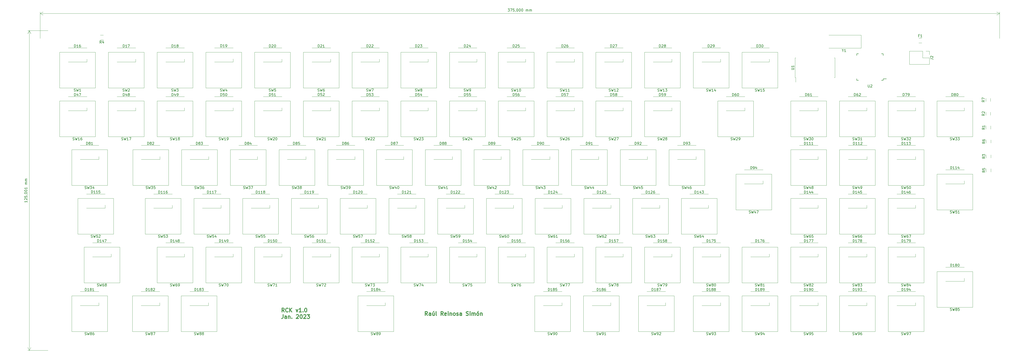
<source format=gbr>
G04 #@! TF.GenerationSoftware,KiCad,Pcbnew,(5.1.4)-1*
G04 #@! TF.CreationDate,2023-02-15T19:25:55+01:00*
G04 #@! TF.ProjectId,pcb,7063622e-6b69-4636-9164-5f7063625858,1.0*
G04 #@! TF.SameCoordinates,Original*
G04 #@! TF.FileFunction,Legend,Top*
G04 #@! TF.FilePolarity,Positive*
%FSLAX46Y46*%
G04 Gerber Fmt 4.6, Leading zero omitted, Abs format (unit mm)*
G04 Created by KiCad (PCBNEW (5.1.4)-1) date 2023-02-15 19:25:55*
%MOMM*%
%LPD*%
G04 APERTURE LIST*
%ADD10C,0.150000*%
%ADD11C,0.120000*%
%ADD12C,0.300000*%
G04 APERTURE END LIST*
D10*
X204486833Y-110513880D02*
X205105880Y-110513880D01*
X204772547Y-110894833D01*
X204915404Y-110894833D01*
X205010642Y-110942452D01*
X205058261Y-110990071D01*
X205105880Y-111085309D01*
X205105880Y-111323404D01*
X205058261Y-111418642D01*
X205010642Y-111466261D01*
X204915404Y-111513880D01*
X204629690Y-111513880D01*
X204534452Y-111466261D01*
X204486833Y-111418642D01*
X205439214Y-110513880D02*
X206105880Y-110513880D01*
X205677309Y-111513880D01*
X206963023Y-110513880D02*
X206486833Y-110513880D01*
X206439214Y-110990071D01*
X206486833Y-110942452D01*
X206582071Y-110894833D01*
X206820166Y-110894833D01*
X206915404Y-110942452D01*
X206963023Y-110990071D01*
X207010642Y-111085309D01*
X207010642Y-111323404D01*
X206963023Y-111418642D01*
X206915404Y-111466261D01*
X206820166Y-111513880D01*
X206582071Y-111513880D01*
X206486833Y-111466261D01*
X206439214Y-111418642D01*
X207486833Y-111466261D02*
X207486833Y-111513880D01*
X207439214Y-111609119D01*
X207391595Y-111656738D01*
X208105880Y-110513880D02*
X208201119Y-110513880D01*
X208296357Y-110561500D01*
X208343976Y-110609119D01*
X208391595Y-110704357D01*
X208439214Y-110894833D01*
X208439214Y-111132928D01*
X208391595Y-111323404D01*
X208343976Y-111418642D01*
X208296357Y-111466261D01*
X208201119Y-111513880D01*
X208105880Y-111513880D01*
X208010642Y-111466261D01*
X207963023Y-111418642D01*
X207915404Y-111323404D01*
X207867785Y-111132928D01*
X207867785Y-110894833D01*
X207915404Y-110704357D01*
X207963023Y-110609119D01*
X208010642Y-110561500D01*
X208105880Y-110513880D01*
X209058261Y-110513880D02*
X209153500Y-110513880D01*
X209248738Y-110561500D01*
X209296357Y-110609119D01*
X209343976Y-110704357D01*
X209391595Y-110894833D01*
X209391595Y-111132928D01*
X209343976Y-111323404D01*
X209296357Y-111418642D01*
X209248738Y-111466261D01*
X209153500Y-111513880D01*
X209058261Y-111513880D01*
X208963023Y-111466261D01*
X208915404Y-111418642D01*
X208867785Y-111323404D01*
X208820166Y-111132928D01*
X208820166Y-110894833D01*
X208867785Y-110704357D01*
X208915404Y-110609119D01*
X208963023Y-110561500D01*
X209058261Y-110513880D01*
X210010642Y-110513880D02*
X210105880Y-110513880D01*
X210201119Y-110561500D01*
X210248738Y-110609119D01*
X210296357Y-110704357D01*
X210343976Y-110894833D01*
X210343976Y-111132928D01*
X210296357Y-111323404D01*
X210248738Y-111418642D01*
X210201119Y-111466261D01*
X210105880Y-111513880D01*
X210010642Y-111513880D01*
X209915404Y-111466261D01*
X209867785Y-111418642D01*
X209820166Y-111323404D01*
X209772547Y-111132928D01*
X209772547Y-110894833D01*
X209820166Y-110704357D01*
X209867785Y-110609119D01*
X209915404Y-110561500D01*
X210010642Y-110513880D01*
X211534452Y-111513880D02*
X211534452Y-110847214D01*
X211534452Y-110942452D02*
X211582071Y-110894833D01*
X211677309Y-110847214D01*
X211820166Y-110847214D01*
X211915404Y-110894833D01*
X211963023Y-110990071D01*
X211963023Y-111513880D01*
X211963023Y-110990071D02*
X212010642Y-110894833D01*
X212105880Y-110847214D01*
X212248738Y-110847214D01*
X212343976Y-110894833D01*
X212391595Y-110990071D01*
X212391595Y-111513880D01*
X212867785Y-111513880D02*
X212867785Y-110847214D01*
X212867785Y-110942452D02*
X212915404Y-110894833D01*
X213010642Y-110847214D01*
X213153500Y-110847214D01*
X213248738Y-110894833D01*
X213296357Y-110990071D01*
X213296357Y-111513880D01*
X213296357Y-110990071D02*
X213343976Y-110894833D01*
X213439214Y-110847214D01*
X213582071Y-110847214D01*
X213677309Y-110894833D01*
X213724928Y-110990071D01*
X213724928Y-111513880D01*
D11*
X396653500Y-112331500D02*
X21653500Y-112331500D01*
X396653500Y-122062500D02*
X396653500Y-111745079D01*
X21653500Y-122062500D02*
X21653500Y-111745079D01*
X21653500Y-112331500D02*
X22780004Y-111745079D01*
X21653500Y-112331500D02*
X22780004Y-112917921D01*
X396653500Y-112331500D02*
X395526996Y-111745079D01*
X396653500Y-112331500D02*
X395526996Y-112917921D01*
D10*
X16581380Y-185610369D02*
X16581380Y-186181797D01*
X16581380Y-185896083D02*
X15581380Y-185896083D01*
X15724238Y-185991321D01*
X15819476Y-186086559D01*
X15867095Y-186181797D01*
X15676619Y-185229416D02*
X15629000Y-185181797D01*
X15581380Y-185086559D01*
X15581380Y-184848464D01*
X15629000Y-184753226D01*
X15676619Y-184705607D01*
X15771857Y-184657988D01*
X15867095Y-184657988D01*
X16009952Y-184705607D01*
X16581380Y-185277035D01*
X16581380Y-184657988D01*
X15581380Y-183753226D02*
X15581380Y-184229416D01*
X16057571Y-184277035D01*
X16009952Y-184229416D01*
X15962333Y-184134178D01*
X15962333Y-183896083D01*
X16009952Y-183800845D01*
X16057571Y-183753226D01*
X16152809Y-183705607D01*
X16390904Y-183705607D01*
X16486142Y-183753226D01*
X16533761Y-183800845D01*
X16581380Y-183896083D01*
X16581380Y-184134178D01*
X16533761Y-184229416D01*
X16486142Y-184277035D01*
X16533761Y-183229416D02*
X16581380Y-183229416D01*
X16676619Y-183277035D01*
X16724238Y-183324654D01*
X15581380Y-182610369D02*
X15581380Y-182515130D01*
X15629000Y-182419892D01*
X15676619Y-182372273D01*
X15771857Y-182324654D01*
X15962333Y-182277035D01*
X16200428Y-182277035D01*
X16390904Y-182324654D01*
X16486142Y-182372273D01*
X16533761Y-182419892D01*
X16581380Y-182515130D01*
X16581380Y-182610369D01*
X16533761Y-182705607D01*
X16486142Y-182753226D01*
X16390904Y-182800845D01*
X16200428Y-182848464D01*
X15962333Y-182848464D01*
X15771857Y-182800845D01*
X15676619Y-182753226D01*
X15629000Y-182705607D01*
X15581380Y-182610369D01*
X15581380Y-181657988D02*
X15581380Y-181562750D01*
X15629000Y-181467511D01*
X15676619Y-181419892D01*
X15771857Y-181372273D01*
X15962333Y-181324654D01*
X16200428Y-181324654D01*
X16390904Y-181372273D01*
X16486142Y-181419892D01*
X16533761Y-181467511D01*
X16581380Y-181562750D01*
X16581380Y-181657988D01*
X16533761Y-181753226D01*
X16486142Y-181800845D01*
X16390904Y-181848464D01*
X16200428Y-181896083D01*
X15962333Y-181896083D01*
X15771857Y-181848464D01*
X15676619Y-181800845D01*
X15629000Y-181753226D01*
X15581380Y-181657988D01*
X16581380Y-180372273D02*
X16581380Y-180943702D01*
X16581380Y-180657988D02*
X15581380Y-180657988D01*
X15724238Y-180753226D01*
X15819476Y-180848464D01*
X15867095Y-180943702D01*
X16581380Y-179181797D02*
X15914714Y-179181797D01*
X16009952Y-179181797D02*
X15962333Y-179134178D01*
X15914714Y-179038940D01*
X15914714Y-178896083D01*
X15962333Y-178800845D01*
X16057571Y-178753226D01*
X16581380Y-178753226D01*
X16057571Y-178753226D02*
X15962333Y-178705607D01*
X15914714Y-178610369D01*
X15914714Y-178467511D01*
X15962333Y-178372273D01*
X16057571Y-178324654D01*
X16581380Y-178324654D01*
X16581380Y-177848464D02*
X15914714Y-177848464D01*
X16009952Y-177848464D02*
X15962333Y-177800845D01*
X15914714Y-177705607D01*
X15914714Y-177562750D01*
X15962333Y-177467511D01*
X16057571Y-177419892D01*
X16581380Y-177419892D01*
X16057571Y-177419892D02*
X15962333Y-177372273D01*
X15914714Y-177277035D01*
X15914714Y-177134178D01*
X15962333Y-177038940D01*
X16057571Y-176991321D01*
X16581380Y-176991321D01*
D11*
X17399000Y-244063000D02*
X17399000Y-119062500D01*
X24653500Y-244063000D02*
X16812579Y-244063000D01*
X24653500Y-119062500D02*
X16812579Y-119062500D01*
X17399000Y-119062500D02*
X17985421Y-120189004D01*
X17399000Y-119062500D02*
X16812579Y-120189004D01*
X17399000Y-244063000D02*
X17985421Y-242936496D01*
X17399000Y-244063000D02*
X16812579Y-242936496D01*
D12*
X173049785Y-230421571D02*
X172549785Y-229707285D01*
X172192642Y-230421571D02*
X172192642Y-228921571D01*
X172764071Y-228921571D01*
X172906928Y-228993000D01*
X172978357Y-229064428D01*
X173049785Y-229207285D01*
X173049785Y-229421571D01*
X172978357Y-229564428D01*
X172906928Y-229635857D01*
X172764071Y-229707285D01*
X172192642Y-229707285D01*
X174335500Y-230421571D02*
X174335500Y-229635857D01*
X174264071Y-229493000D01*
X174121214Y-229421571D01*
X173835500Y-229421571D01*
X173692642Y-229493000D01*
X174335500Y-230350142D02*
X174192642Y-230421571D01*
X173835500Y-230421571D01*
X173692642Y-230350142D01*
X173621214Y-230207285D01*
X173621214Y-230064428D01*
X173692642Y-229921571D01*
X173835500Y-229850142D01*
X174192642Y-229850142D01*
X174335500Y-229778714D01*
X175692642Y-229421571D02*
X175692642Y-230421571D01*
X175049785Y-229421571D02*
X175049785Y-230207285D01*
X175121214Y-230350142D01*
X175264071Y-230421571D01*
X175478357Y-230421571D01*
X175621214Y-230350142D01*
X175692642Y-230278714D01*
X175549785Y-228850142D02*
X175335500Y-229064428D01*
X176621214Y-230421571D02*
X176478357Y-230350142D01*
X176406928Y-230207285D01*
X176406928Y-228921571D01*
X179192642Y-230421571D02*
X178692642Y-229707285D01*
X178335500Y-230421571D02*
X178335500Y-228921571D01*
X178906928Y-228921571D01*
X179049785Y-228993000D01*
X179121214Y-229064428D01*
X179192642Y-229207285D01*
X179192642Y-229421571D01*
X179121214Y-229564428D01*
X179049785Y-229635857D01*
X178906928Y-229707285D01*
X178335500Y-229707285D01*
X180406928Y-230350142D02*
X180264071Y-230421571D01*
X179978357Y-230421571D01*
X179835500Y-230350142D01*
X179764071Y-230207285D01*
X179764071Y-229635857D01*
X179835500Y-229493000D01*
X179978357Y-229421571D01*
X180264071Y-229421571D01*
X180406928Y-229493000D01*
X180478357Y-229635857D01*
X180478357Y-229778714D01*
X179764071Y-229921571D01*
X181121214Y-230421571D02*
X181121214Y-229421571D01*
X181121214Y-228921571D02*
X181049785Y-228993000D01*
X181121214Y-229064428D01*
X181192642Y-228993000D01*
X181121214Y-228921571D01*
X181121214Y-229064428D01*
X181835500Y-229421571D02*
X181835500Y-230421571D01*
X181835500Y-229564428D02*
X181906928Y-229493000D01*
X182049785Y-229421571D01*
X182264071Y-229421571D01*
X182406928Y-229493000D01*
X182478357Y-229635857D01*
X182478357Y-230421571D01*
X183406928Y-230421571D02*
X183264071Y-230350142D01*
X183192642Y-230278714D01*
X183121214Y-230135857D01*
X183121214Y-229707285D01*
X183192642Y-229564428D01*
X183264071Y-229493000D01*
X183406928Y-229421571D01*
X183621214Y-229421571D01*
X183764071Y-229493000D01*
X183835500Y-229564428D01*
X183906928Y-229707285D01*
X183906928Y-230135857D01*
X183835500Y-230278714D01*
X183764071Y-230350142D01*
X183621214Y-230421571D01*
X183406928Y-230421571D01*
X184478357Y-230350142D02*
X184621214Y-230421571D01*
X184906928Y-230421571D01*
X185049785Y-230350142D01*
X185121214Y-230207285D01*
X185121214Y-230135857D01*
X185049785Y-229993000D01*
X184906928Y-229921571D01*
X184692642Y-229921571D01*
X184549785Y-229850142D01*
X184478357Y-229707285D01*
X184478357Y-229635857D01*
X184549785Y-229493000D01*
X184692642Y-229421571D01*
X184906928Y-229421571D01*
X185049785Y-229493000D01*
X186406928Y-230421571D02*
X186406928Y-229635857D01*
X186335500Y-229493000D01*
X186192642Y-229421571D01*
X185906928Y-229421571D01*
X185764071Y-229493000D01*
X186406928Y-230350142D02*
X186264071Y-230421571D01*
X185906928Y-230421571D01*
X185764071Y-230350142D01*
X185692642Y-230207285D01*
X185692642Y-230064428D01*
X185764071Y-229921571D01*
X185906928Y-229850142D01*
X186264071Y-229850142D01*
X186406928Y-229778714D01*
X188192642Y-230350142D02*
X188406928Y-230421571D01*
X188764071Y-230421571D01*
X188906928Y-230350142D01*
X188978357Y-230278714D01*
X189049785Y-230135857D01*
X189049785Y-229993000D01*
X188978357Y-229850142D01*
X188906928Y-229778714D01*
X188764071Y-229707285D01*
X188478357Y-229635857D01*
X188335500Y-229564428D01*
X188264071Y-229493000D01*
X188192642Y-229350142D01*
X188192642Y-229207285D01*
X188264071Y-229064428D01*
X188335500Y-228993000D01*
X188478357Y-228921571D01*
X188835500Y-228921571D01*
X189049785Y-228993000D01*
X189692642Y-230421571D02*
X189692642Y-229421571D01*
X189692642Y-228921571D02*
X189621214Y-228993000D01*
X189692642Y-229064428D01*
X189764071Y-228993000D01*
X189692642Y-228921571D01*
X189692642Y-229064428D01*
X190406928Y-230421571D02*
X190406928Y-229421571D01*
X190406928Y-229564428D02*
X190478357Y-229493000D01*
X190621214Y-229421571D01*
X190835500Y-229421571D01*
X190978357Y-229493000D01*
X191049785Y-229635857D01*
X191049785Y-230421571D01*
X191049785Y-229635857D02*
X191121214Y-229493000D01*
X191264071Y-229421571D01*
X191478357Y-229421571D01*
X191621214Y-229493000D01*
X191692642Y-229635857D01*
X191692642Y-230421571D01*
X192621214Y-230421571D02*
X192478357Y-230350142D01*
X192406928Y-230278714D01*
X192335500Y-230135857D01*
X192335500Y-229707285D01*
X192406928Y-229564428D01*
X192478357Y-229493000D01*
X192621214Y-229421571D01*
X192835500Y-229421571D01*
X192978357Y-229493000D01*
X193049785Y-229564428D01*
X193121214Y-229707285D01*
X193121214Y-230135857D01*
X193049785Y-230278714D01*
X192978357Y-230350142D01*
X192835500Y-230421571D01*
X192621214Y-230421571D01*
X192906928Y-228850142D02*
X192692642Y-229064428D01*
X193764071Y-229421571D02*
X193764071Y-230421571D01*
X193764071Y-229564428D02*
X193835500Y-229493000D01*
X193978357Y-229421571D01*
X194192642Y-229421571D01*
X194335500Y-229493000D01*
X194406928Y-229635857D01*
X194406928Y-230421571D01*
X117042785Y-229083071D02*
X116542785Y-228368785D01*
X116185642Y-229083071D02*
X116185642Y-227583071D01*
X116757071Y-227583071D01*
X116899928Y-227654500D01*
X116971357Y-227725928D01*
X117042785Y-227868785D01*
X117042785Y-228083071D01*
X116971357Y-228225928D01*
X116899928Y-228297357D01*
X116757071Y-228368785D01*
X116185642Y-228368785D01*
X118542785Y-228940214D02*
X118471357Y-229011642D01*
X118257071Y-229083071D01*
X118114214Y-229083071D01*
X117899928Y-229011642D01*
X117757071Y-228868785D01*
X117685642Y-228725928D01*
X117614214Y-228440214D01*
X117614214Y-228225928D01*
X117685642Y-227940214D01*
X117757071Y-227797357D01*
X117899928Y-227654500D01*
X118114214Y-227583071D01*
X118257071Y-227583071D01*
X118471357Y-227654500D01*
X118542785Y-227725928D01*
X119185642Y-229083071D02*
X119185642Y-227583071D01*
X120042785Y-229083071D02*
X119399928Y-228225928D01*
X120042785Y-227583071D02*
X119185642Y-228440214D01*
X121685642Y-228083071D02*
X122042785Y-229083071D01*
X122399928Y-228083071D01*
X123757071Y-229083071D02*
X122899928Y-229083071D01*
X123328500Y-229083071D02*
X123328500Y-227583071D01*
X123185642Y-227797357D01*
X123042785Y-227940214D01*
X122899928Y-228011642D01*
X124399928Y-228940214D02*
X124471357Y-229011642D01*
X124399928Y-229083071D01*
X124328500Y-229011642D01*
X124399928Y-228940214D01*
X124399928Y-229083071D01*
X125399928Y-227583071D02*
X125542785Y-227583071D01*
X125685642Y-227654500D01*
X125757071Y-227725928D01*
X125828500Y-227868785D01*
X125899928Y-228154500D01*
X125899928Y-228511642D01*
X125828500Y-228797357D01*
X125757071Y-228940214D01*
X125685642Y-229011642D01*
X125542785Y-229083071D01*
X125399928Y-229083071D01*
X125257071Y-229011642D01*
X125185642Y-228940214D01*
X125114214Y-228797357D01*
X125042785Y-228511642D01*
X125042785Y-228154500D01*
X125114214Y-227868785D01*
X125185642Y-227725928D01*
X125257071Y-227654500D01*
X125399928Y-227583071D01*
X116614214Y-230133071D02*
X116614214Y-231204500D01*
X116542785Y-231418785D01*
X116399928Y-231561642D01*
X116185642Y-231633071D01*
X116042785Y-231633071D01*
X117971357Y-231633071D02*
X117971357Y-230847357D01*
X117899928Y-230704500D01*
X117757071Y-230633071D01*
X117471357Y-230633071D01*
X117328500Y-230704500D01*
X117971357Y-231561642D02*
X117828500Y-231633071D01*
X117471357Y-231633071D01*
X117328500Y-231561642D01*
X117257071Y-231418785D01*
X117257071Y-231275928D01*
X117328500Y-231133071D01*
X117471357Y-231061642D01*
X117828500Y-231061642D01*
X117971357Y-230990214D01*
X118685642Y-230633071D02*
X118685642Y-231633071D01*
X118685642Y-230775928D02*
X118757071Y-230704500D01*
X118899928Y-230633071D01*
X119114214Y-230633071D01*
X119257071Y-230704500D01*
X119328500Y-230847357D01*
X119328500Y-231633071D01*
X120042785Y-231490214D02*
X120114214Y-231561642D01*
X120042785Y-231633071D01*
X119971357Y-231561642D01*
X120042785Y-231490214D01*
X120042785Y-231633071D01*
X121828500Y-230275928D02*
X121899928Y-230204500D01*
X122042785Y-230133071D01*
X122399928Y-230133071D01*
X122542785Y-230204500D01*
X122614214Y-230275928D01*
X122685642Y-230418785D01*
X122685642Y-230561642D01*
X122614214Y-230775928D01*
X121757071Y-231633071D01*
X122685642Y-231633071D01*
X123614214Y-230133071D02*
X123757071Y-230133071D01*
X123899928Y-230204500D01*
X123971357Y-230275928D01*
X124042785Y-230418785D01*
X124114214Y-230704500D01*
X124114214Y-231061642D01*
X124042785Y-231347357D01*
X123971357Y-231490214D01*
X123899928Y-231561642D01*
X123757071Y-231633071D01*
X123614214Y-231633071D01*
X123471357Y-231561642D01*
X123399928Y-231490214D01*
X123328500Y-231347357D01*
X123257071Y-231061642D01*
X123257071Y-230704500D01*
X123328500Y-230418785D01*
X123399928Y-230275928D01*
X123471357Y-230204500D01*
X123614214Y-230133071D01*
X124685642Y-230275928D02*
X124757071Y-230204500D01*
X124899928Y-230133071D01*
X125257071Y-230133071D01*
X125399928Y-230204500D01*
X125471357Y-230275928D01*
X125542785Y-230418785D01*
X125542785Y-230561642D01*
X125471357Y-230775928D01*
X124614214Y-231633071D01*
X125542785Y-231633071D01*
X126042785Y-230133071D02*
X126971357Y-230133071D01*
X126471357Y-230704500D01*
X126685642Y-230704500D01*
X126828500Y-230775928D01*
X126899928Y-230847357D01*
X126971357Y-230990214D01*
X126971357Y-231347357D01*
X126899928Y-231490214D01*
X126828500Y-231561642D01*
X126685642Y-231633071D01*
X126257071Y-231633071D01*
X126114214Y-231561642D01*
X126042785Y-231490214D01*
D11*
X344708000Y-188488000D02*
X344708000Y-187338000D01*
X337408000Y-188488000D02*
X344708000Y-188488000D01*
X337408000Y-182988000D02*
X344708000Y-182988000D01*
X267145000Y-184658000D02*
X267145000Y-198628000D01*
X253175000Y-184658000D02*
X267145000Y-184658000D01*
X253175000Y-198628000D02*
X253175000Y-184658000D01*
X267145000Y-198628000D02*
X253175000Y-198628000D01*
X233743000Y-146558000D02*
X233743000Y-160528000D01*
X219773000Y-146558000D02*
X233743000Y-146558000D01*
X219773000Y-160528000D02*
X219773000Y-146558000D01*
X233743000Y-160528000D02*
X219773000Y-160528000D01*
X249458000Y-131338000D02*
X249458000Y-130188000D01*
X242158000Y-131338000D02*
X249458000Y-131338000D01*
X242158000Y-125838000D02*
X249458000Y-125838000D01*
X230408000Y-131338000D02*
X230408000Y-130188000D01*
X223108000Y-131338000D02*
X230408000Y-131338000D01*
X223108000Y-125838000D02*
X230408000Y-125838000D01*
X43243500Y-146558000D02*
X43243500Y-160528000D01*
X29273500Y-146558000D02*
X43243500Y-146558000D01*
X29273500Y-160528000D02*
X29273500Y-146558000D01*
X43243500Y-160528000D02*
X29273500Y-160528000D01*
X328993000Y-146558000D02*
X328993000Y-160528000D01*
X315023000Y-146558000D02*
X328993000Y-146558000D01*
X315023000Y-160528000D02*
X315023000Y-146558000D01*
X328993000Y-160528000D02*
X315023000Y-160528000D01*
X229045000Y-184658000D02*
X229045000Y-198628000D01*
X215075000Y-184658000D02*
X229045000Y-184658000D01*
X215075000Y-198628000D02*
X215075000Y-184658000D01*
X229045000Y-198628000D02*
X215075000Y-198628000D01*
X190945000Y-184658000D02*
X190945000Y-198628000D01*
X176975000Y-184658000D02*
X190945000Y-184658000D01*
X176975000Y-198628000D02*
X176975000Y-184658000D01*
X190945000Y-198628000D02*
X176975000Y-198628000D01*
X266096000Y-226588000D02*
X266096000Y-225438000D01*
X258796000Y-226588000D02*
X266096000Y-226588000D01*
X258796000Y-221088000D02*
X266096000Y-221088000D01*
X287558000Y-226588000D02*
X287558000Y-225438000D01*
X280258000Y-226588000D02*
X287558000Y-226588000D01*
X280258000Y-221088000D02*
X287558000Y-221088000D01*
X325658000Y-226588000D02*
X325658000Y-225438000D01*
X318358000Y-226588000D02*
X325658000Y-226588000D01*
X318358000Y-221088000D02*
X325658000Y-221088000D01*
X344708000Y-226588000D02*
X344708000Y-225438000D01*
X337408000Y-226588000D02*
X344708000Y-226588000D01*
X337408000Y-221088000D02*
X344708000Y-221088000D01*
X386143000Y-227203000D02*
X372173000Y-227203000D01*
X372173000Y-227203000D02*
X372173000Y-213233000D01*
X372173000Y-213233000D02*
X386143000Y-213233000D01*
X386143000Y-213233000D02*
X386143000Y-227203000D01*
X363758000Y-169438000D02*
X363758000Y-168288000D01*
X356458000Y-169438000D02*
X363758000Y-169438000D01*
X356458000Y-163938000D02*
X363758000Y-163938000D01*
X386143000Y-175133000D02*
X386143000Y-189103000D01*
X372173000Y-175133000D02*
X386143000Y-175133000D01*
X372173000Y-189103000D02*
X372173000Y-175133000D01*
X386143000Y-189103000D02*
X372173000Y-189103000D01*
X306608000Y-131338000D02*
X306608000Y-130188000D01*
X299308000Y-131338000D02*
X306608000Y-131338000D01*
X299308000Y-125838000D02*
X306608000Y-125838000D01*
X224219000Y-165608000D02*
X224219000Y-179578000D01*
X210249000Y-165608000D02*
X224219000Y-165608000D01*
X210249000Y-179578000D02*
X210249000Y-165608000D01*
X224219000Y-179578000D02*
X210249000Y-179578000D01*
X325658000Y-150388000D02*
X325658000Y-149238000D01*
X318358000Y-150388000D02*
X325658000Y-150388000D01*
X318358000Y-144888000D02*
X325658000Y-144888000D01*
X344708000Y-150388000D02*
X344708000Y-149238000D01*
X337408000Y-150388000D02*
X344708000Y-150388000D01*
X337408000Y-144888000D02*
X344708000Y-144888000D01*
X297084000Y-150388000D02*
X297084000Y-149238000D01*
X289784000Y-150388000D02*
X297084000Y-150388000D01*
X289784000Y-144888000D02*
X297084000Y-144888000D01*
X239934000Y-169438000D02*
X239934000Y-168288000D01*
X232634000Y-169438000D02*
X239934000Y-169438000D01*
X232634000Y-163938000D02*
X239934000Y-163938000D01*
X363758000Y-226588000D02*
X363758000Y-225438000D01*
X356458000Y-226588000D02*
X363758000Y-226588000D01*
X356458000Y-221088000D02*
X363758000Y-221088000D01*
X244760000Y-188488000D02*
X244760000Y-187338000D01*
X237460000Y-188488000D02*
X244760000Y-188488000D01*
X237460000Y-182988000D02*
X244760000Y-182988000D01*
X382808000Y-178962000D02*
X382808000Y-177812000D01*
X375508000Y-178962000D02*
X382808000Y-178962000D01*
X375508000Y-173462000D02*
X382808000Y-173462000D01*
X304196000Y-178962000D02*
X304196000Y-177812000D01*
X296896000Y-178962000D02*
X304196000Y-178962000D01*
X296896000Y-173462000D02*
X304196000Y-173462000D01*
X344836000Y-169438000D02*
X344836000Y-168288000D01*
X337536000Y-169438000D02*
X344836000Y-169438000D01*
X337536000Y-163938000D02*
X344836000Y-163938000D01*
X68483500Y-169438000D02*
X68483500Y-168288000D01*
X61183500Y-169438000D02*
X68483500Y-169438000D01*
X61183500Y-163938000D02*
X68483500Y-163938000D01*
X73309500Y-188488000D02*
X73309500Y-187338000D01*
X66009500Y-188488000D02*
X73309500Y-188488000D01*
X66009500Y-182988000D02*
X73309500Y-182988000D01*
X182784000Y-169438000D02*
X182784000Y-168288000D01*
X175484000Y-169438000D02*
X182784000Y-169438000D01*
X175484000Y-163938000D02*
X182784000Y-163938000D01*
X278034000Y-169438000D02*
X278034000Y-168288000D01*
X270734000Y-169438000D02*
X278034000Y-169438000D01*
X270734000Y-163938000D02*
X278034000Y-163938000D01*
X125506000Y-169438000D02*
X125506000Y-168288000D01*
X118206000Y-169438000D02*
X125506000Y-169438000D01*
X118206000Y-163938000D02*
X125506000Y-163938000D01*
X363758000Y-150388000D02*
X363758000Y-149238000D01*
X356458000Y-150388000D02*
X363758000Y-150388000D01*
X356458000Y-144888000D02*
X363758000Y-144888000D01*
X106584000Y-169438000D02*
X106584000Y-168288000D01*
X99284000Y-169438000D02*
X106584000Y-169438000D01*
X99284000Y-163938000D02*
X106584000Y-163938000D01*
X154208000Y-150388000D02*
X154208000Y-149238000D01*
X146908000Y-150388000D02*
X154208000Y-150388000D01*
X146908000Y-144888000D02*
X154208000Y-144888000D01*
X78008500Y-150388000D02*
X78008500Y-149238000D01*
X70708500Y-150388000D02*
X78008500Y-150388000D01*
X70708500Y-144888000D02*
X78008500Y-144888000D01*
X58958500Y-150388000D02*
X58958500Y-149238000D01*
X51658500Y-150388000D02*
X58958500Y-150388000D01*
X51658500Y-144888000D02*
X58958500Y-144888000D01*
X192308000Y-150388000D02*
X192308000Y-149238000D01*
X185008000Y-150388000D02*
X192308000Y-150388000D01*
X185008000Y-144888000D02*
X192308000Y-144888000D01*
X173258000Y-150388000D02*
X173258000Y-149238000D01*
X165958000Y-150388000D02*
X173258000Y-150388000D01*
X165958000Y-144888000D02*
X173258000Y-144888000D01*
X249458000Y-150388000D02*
X249458000Y-149238000D01*
X242158000Y-150388000D02*
X249458000Y-150388000D01*
X242158000Y-144888000D02*
X249458000Y-144888000D01*
X268508000Y-150388000D02*
X268508000Y-149238000D01*
X261208000Y-150388000D02*
X268508000Y-150388000D01*
X261208000Y-144888000D02*
X268508000Y-144888000D01*
X230408000Y-150388000D02*
X230408000Y-149238000D01*
X223108000Y-150388000D02*
X230408000Y-150388000D01*
X223108000Y-144888000D02*
X230408000Y-144888000D01*
X211358000Y-150388000D02*
X211358000Y-149238000D01*
X204058000Y-150388000D02*
X211358000Y-150388000D01*
X204058000Y-144888000D02*
X211358000Y-144888000D01*
X97058500Y-150388000D02*
X97058500Y-149238000D01*
X89758500Y-150388000D02*
X97058500Y-150388000D01*
X89758500Y-144888000D02*
X97058500Y-144888000D01*
X116108000Y-150388000D02*
X116108000Y-149238000D01*
X108808000Y-150388000D02*
X116108000Y-150388000D01*
X108808000Y-144888000D02*
X116108000Y-144888000D01*
X135158000Y-150324000D02*
X135158000Y-149174000D01*
X127858000Y-150324000D02*
X135158000Y-150324000D01*
X127858000Y-144824000D02*
X135158000Y-144824000D01*
X87533500Y-169438000D02*
X87533500Y-168288000D01*
X80233500Y-169438000D02*
X87533500Y-169438000D01*
X80233500Y-163938000D02*
X87533500Y-163938000D01*
X258984000Y-169438000D02*
X258984000Y-168288000D01*
X251684000Y-169438000D02*
X258984000Y-169438000D01*
X251684000Y-163938000D02*
X258984000Y-163938000D01*
X201834000Y-169438000D02*
X201834000Y-168288000D01*
X194534000Y-169438000D02*
X201834000Y-169438000D01*
X194534000Y-163938000D02*
X201834000Y-163938000D01*
X328993000Y-165608000D02*
X328993000Y-179578000D01*
X315023000Y-165608000D02*
X328993000Y-165608000D01*
X315023000Y-179578000D02*
X315023000Y-165608000D01*
X328993000Y-179578000D02*
X315023000Y-179578000D01*
X367093000Y-165608000D02*
X367093000Y-179578000D01*
X353123000Y-165608000D02*
X367093000Y-165608000D01*
X353123000Y-179578000D02*
X353123000Y-165608000D01*
X367093000Y-179578000D02*
X353123000Y-179578000D01*
X76644500Y-184658000D02*
X76644500Y-198628000D01*
X62674500Y-184658000D02*
X76644500Y-184658000D01*
X62674500Y-198628000D02*
X62674500Y-184658000D01*
X76644500Y-198628000D02*
X62674500Y-198628000D01*
X205169000Y-165608000D02*
X205169000Y-179578000D01*
X191199000Y-165608000D02*
X205169000Y-165608000D01*
X191199000Y-179578000D02*
X191199000Y-165608000D01*
X205169000Y-179578000D02*
X191199000Y-179578000D01*
X243269000Y-165608000D02*
X243269000Y-179578000D01*
X229299000Y-165608000D02*
X243269000Y-165608000D01*
X229299000Y-179578000D02*
X229299000Y-165608000D01*
X243269000Y-179578000D02*
X229299000Y-179578000D01*
X348043000Y-165608000D02*
X348043000Y-179578000D01*
X334073000Y-165608000D02*
X348043000Y-165608000D01*
X334073000Y-179578000D02*
X334073000Y-165608000D01*
X348043000Y-179578000D02*
X334073000Y-179578000D01*
X114745000Y-184658000D02*
X114745000Y-198628000D01*
X100775000Y-184658000D02*
X114745000Y-184658000D01*
X100775000Y-198628000D02*
X100775000Y-184658000D01*
X114745000Y-198628000D02*
X100775000Y-198628000D01*
X133795000Y-184658000D02*
X133795000Y-198628000D01*
X119825000Y-184658000D02*
X133795000Y-184658000D01*
X119825000Y-198628000D02*
X119825000Y-184658000D01*
X133795000Y-198628000D02*
X119825000Y-198628000D01*
X95694500Y-184658000D02*
X95694500Y-198628000D01*
X81724500Y-184658000D02*
X95694500Y-184658000D01*
X81724500Y-198628000D02*
X81724500Y-184658000D01*
X95694500Y-198628000D02*
X81724500Y-198628000D01*
X171895000Y-184658000D02*
X171895000Y-198628000D01*
X157925000Y-184658000D02*
X171895000Y-184658000D01*
X157925000Y-198628000D02*
X157925000Y-184658000D01*
X171895000Y-198628000D02*
X157925000Y-198628000D01*
X152845000Y-184658000D02*
X152845000Y-198628000D01*
X138875000Y-184658000D02*
X152845000Y-184658000D01*
X138875000Y-198628000D02*
X138875000Y-184658000D01*
X152845000Y-198628000D02*
X138875000Y-198628000D01*
X186119000Y-165608000D02*
X186119000Y-179578000D01*
X172149000Y-165608000D02*
X186119000Y-165608000D01*
X172149000Y-179578000D02*
X172149000Y-165608000D01*
X186119000Y-179578000D02*
X172149000Y-179578000D01*
X167069000Y-165608000D02*
X167069000Y-179578000D01*
X153099000Y-165608000D02*
X167069000Y-165608000D01*
X153099000Y-179578000D02*
X153099000Y-165608000D01*
X167069000Y-179578000D02*
X153099000Y-179578000D01*
X262319000Y-165608000D02*
X262319000Y-179578000D01*
X248349000Y-165608000D02*
X262319000Y-165608000D01*
X248349000Y-179578000D02*
X248349000Y-165608000D01*
X262319000Y-179578000D02*
X248349000Y-179578000D01*
X148019000Y-165608000D02*
X148019000Y-179578000D01*
X134049000Y-165608000D02*
X148019000Y-165608000D01*
X134049000Y-179578000D02*
X134049000Y-165608000D01*
X148019000Y-179578000D02*
X134049000Y-179578000D01*
X281369000Y-165608000D02*
X281369000Y-179578000D01*
X267399000Y-165608000D02*
X281369000Y-165608000D01*
X267399000Y-179578000D02*
X267399000Y-165608000D01*
X281369000Y-179578000D02*
X267399000Y-179578000D01*
X138493000Y-203708000D02*
X138493000Y-217678000D01*
X124523000Y-203708000D02*
X138493000Y-203708000D01*
X124523000Y-217678000D02*
X124523000Y-203708000D01*
X138493000Y-217678000D02*
X124523000Y-217678000D01*
X157543000Y-203708000D02*
X157543000Y-217678000D01*
X143573000Y-203708000D02*
X157543000Y-203708000D01*
X143573000Y-217678000D02*
X143573000Y-203708000D01*
X157543000Y-217678000D02*
X143573000Y-217678000D01*
X214693000Y-203708000D02*
X214693000Y-217678000D01*
X200723000Y-203708000D02*
X214693000Y-203708000D01*
X200723000Y-217678000D02*
X200723000Y-203708000D01*
X214693000Y-217678000D02*
X200723000Y-217678000D01*
X176593000Y-203708000D02*
X176593000Y-217678000D01*
X162623000Y-203708000D02*
X176593000Y-203708000D01*
X162623000Y-217678000D02*
X162623000Y-203708000D01*
X176593000Y-217678000D02*
X162623000Y-217678000D01*
X195643000Y-203708000D02*
X195643000Y-217678000D01*
X181673000Y-203708000D02*
X195643000Y-203708000D01*
X181673000Y-217678000D02*
X181673000Y-203708000D01*
X195643000Y-217678000D02*
X181673000Y-217678000D01*
X233743000Y-203708000D02*
X233743000Y-217678000D01*
X219773000Y-203708000D02*
X233743000Y-203708000D01*
X219773000Y-217678000D02*
X219773000Y-203708000D01*
X233743000Y-217678000D02*
X219773000Y-217678000D01*
X252793000Y-203708000D02*
X252793000Y-217678000D01*
X238823000Y-203708000D02*
X252793000Y-203708000D01*
X238823000Y-217678000D02*
X238823000Y-203708000D01*
X252793000Y-217678000D02*
X238823000Y-217678000D01*
X367093000Y-184658000D02*
X367093000Y-198628000D01*
X353123000Y-184658000D02*
X367093000Y-184658000D01*
X353123000Y-198628000D02*
X353123000Y-184658000D01*
X367093000Y-198628000D02*
X353123000Y-198628000D01*
X348043000Y-184658000D02*
X348043000Y-198628000D01*
X334073000Y-184658000D02*
X348043000Y-184658000D01*
X334073000Y-198628000D02*
X334073000Y-184658000D01*
X348043000Y-198628000D02*
X334073000Y-198628000D01*
X328993000Y-184658000D02*
X328993000Y-198628000D01*
X315023000Y-184658000D02*
X328993000Y-184658000D01*
X315023000Y-198628000D02*
X315023000Y-184658000D01*
X328993000Y-198628000D02*
X315023000Y-198628000D01*
X286195000Y-184658000D02*
X286195000Y-198628000D01*
X272225000Y-184658000D02*
X286195000Y-184658000D01*
X272225000Y-198628000D02*
X272225000Y-184658000D01*
X286195000Y-198628000D02*
X272225000Y-198628000D01*
X119443000Y-203708000D02*
X119443000Y-217678000D01*
X105473000Y-203708000D02*
X119443000Y-203708000D01*
X105473000Y-217678000D02*
X105473000Y-203708000D01*
X119443000Y-217678000D02*
X105473000Y-217678000D01*
X209995000Y-184658000D02*
X209995000Y-198628000D01*
X196025000Y-184658000D02*
X209995000Y-184658000D01*
X196025000Y-198628000D02*
X196025000Y-184658000D01*
X209995000Y-198628000D02*
X196025000Y-198628000D01*
X81343500Y-203708000D02*
X81343500Y-217678000D01*
X67373500Y-203708000D02*
X81343500Y-203708000D01*
X67373500Y-217678000D02*
X67373500Y-203708000D01*
X81343500Y-217678000D02*
X67373500Y-217678000D01*
X248095000Y-184658000D02*
X248095000Y-198628000D01*
X234125000Y-184658000D02*
X248095000Y-184658000D01*
X234125000Y-198628000D02*
X234125000Y-184658000D01*
X248095000Y-198628000D02*
X234125000Y-198628000D01*
X100393500Y-203708000D02*
X100393500Y-217678000D01*
X86423500Y-203708000D02*
X100393500Y-203708000D01*
X86423500Y-217678000D02*
X86423500Y-203708000D01*
X100393500Y-217678000D02*
X86423500Y-217678000D01*
X363758000Y-188488000D02*
X363758000Y-187338000D01*
X356458000Y-188488000D02*
X363758000Y-188488000D01*
X356458000Y-182988000D02*
X363758000Y-182988000D01*
X97058500Y-207538000D02*
X97058500Y-206388000D01*
X89758500Y-207538000D02*
X97058500Y-207538000D01*
X89758500Y-202038000D02*
X97058500Y-202038000D01*
X282860000Y-188488000D02*
X282860000Y-187338000D01*
X275560000Y-188488000D02*
X282860000Y-188488000D01*
X275560000Y-182988000D02*
X282860000Y-182988000D01*
X306608000Y-207538000D02*
X306608000Y-206388000D01*
X299308000Y-207538000D02*
X306608000Y-207538000D01*
X299308000Y-202038000D02*
X306608000Y-202038000D01*
X287558000Y-207538000D02*
X287558000Y-206388000D01*
X280258000Y-207538000D02*
X287558000Y-207538000D01*
X280258000Y-202038000D02*
X287558000Y-202038000D01*
X87406500Y-226588000D02*
X87406500Y-225438000D01*
X80106500Y-226588000D02*
X87406500Y-226588000D01*
X80106500Y-221088000D02*
X87406500Y-221088000D01*
X344708000Y-207538000D02*
X344708000Y-206388000D01*
X337408000Y-207538000D02*
X344708000Y-207538000D01*
X337408000Y-202038000D02*
X344708000Y-202038000D01*
X382808000Y-217062000D02*
X382808000Y-215912000D01*
X375508000Y-217062000D02*
X382808000Y-217062000D01*
X375508000Y-211562000D02*
X382808000Y-211562000D01*
X225582000Y-226588000D02*
X225582000Y-225438000D01*
X218282000Y-226588000D02*
X225582000Y-226588000D01*
X218282000Y-221088000D02*
X225582000Y-221088000D01*
X156494000Y-226588000D02*
X156494000Y-225438000D01*
X149194000Y-226588000D02*
X156494000Y-226588000D01*
X149194000Y-221088000D02*
X156494000Y-221088000D01*
X68356500Y-226588000D02*
X68356500Y-225438000D01*
X61056500Y-226588000D02*
X68356500Y-226588000D01*
X61056500Y-221088000D02*
X68356500Y-221088000D01*
X363758000Y-207538000D02*
X363758000Y-206388000D01*
X356458000Y-207538000D02*
X363758000Y-207538000D01*
X356458000Y-202038000D02*
X363758000Y-202038000D01*
X325658000Y-207538000D02*
X325658000Y-206388000D01*
X318358000Y-207538000D02*
X325658000Y-207538000D01*
X318358000Y-202038000D02*
X325658000Y-202038000D01*
X78008500Y-207538000D02*
X78008500Y-206388000D01*
X70708500Y-207538000D02*
X78008500Y-207538000D01*
X70708500Y-202038000D02*
X78008500Y-202038000D01*
X348043000Y-146558000D02*
X348043000Y-160528000D01*
X334073000Y-146558000D02*
X348043000Y-146558000D01*
X334073000Y-160528000D02*
X334073000Y-146558000D01*
X348043000Y-160528000D02*
X334073000Y-160528000D01*
X367093000Y-146558000D02*
X367093000Y-160528000D01*
X353123000Y-146558000D02*
X367093000Y-146558000D01*
X353123000Y-160528000D02*
X353123000Y-146558000D01*
X367093000Y-160528000D02*
X353123000Y-160528000D01*
X386143000Y-146558000D02*
X386143000Y-160528000D01*
X372173000Y-146558000D02*
X386143000Y-146558000D01*
X372173000Y-160528000D02*
X372173000Y-146558000D01*
X386143000Y-160528000D02*
X372173000Y-160528000D01*
X138493000Y-146558000D02*
X138493000Y-160528000D01*
X124523000Y-146558000D02*
X138493000Y-146558000D01*
X124523000Y-160528000D02*
X124523000Y-146558000D01*
X138493000Y-160528000D02*
X124523000Y-160528000D01*
X71818500Y-165608000D02*
X71818500Y-179578000D01*
X57848500Y-165608000D02*
X71818500Y-165608000D01*
X57848500Y-179578000D02*
X57848500Y-165608000D01*
X71818500Y-179578000D02*
X57848500Y-179578000D01*
X119443000Y-146558000D02*
X119443000Y-160528000D01*
X105473000Y-146558000D02*
X119443000Y-146558000D01*
X105473000Y-160528000D02*
X105473000Y-146558000D01*
X119443000Y-160528000D02*
X105473000Y-160528000D01*
X90868500Y-165608000D02*
X90868500Y-179578000D01*
X76898500Y-165608000D02*
X90868500Y-165608000D01*
X76898500Y-179578000D02*
X76898500Y-165608000D01*
X90868500Y-179578000D02*
X76898500Y-179578000D01*
X109919000Y-165608000D02*
X109919000Y-179578000D01*
X95949000Y-165608000D02*
X109919000Y-165608000D01*
X95949000Y-179578000D02*
X95949000Y-165608000D01*
X109919000Y-179578000D02*
X95949000Y-179578000D01*
X128969000Y-165608000D02*
X128969000Y-179578000D01*
X114999000Y-165608000D02*
X128969000Y-165608000D01*
X114999000Y-179578000D02*
X114999000Y-165608000D01*
X128969000Y-179578000D02*
X114999000Y-179578000D01*
X195643000Y-146558000D02*
X195643000Y-160528000D01*
X181673000Y-146558000D02*
X195643000Y-146558000D01*
X181673000Y-160528000D02*
X181673000Y-146558000D01*
X195643000Y-160528000D02*
X181673000Y-160528000D01*
X214693000Y-146558000D02*
X214693000Y-160528000D01*
X200723000Y-146558000D02*
X214693000Y-146558000D01*
X200723000Y-160528000D02*
X200723000Y-146558000D01*
X214693000Y-160528000D02*
X200723000Y-160528000D01*
X176593000Y-146558000D02*
X176593000Y-160528000D01*
X162623000Y-146558000D02*
X176593000Y-146558000D01*
X162623000Y-160528000D02*
X162623000Y-146558000D01*
X176593000Y-160528000D02*
X162623000Y-160528000D01*
X100393500Y-146558000D02*
X100393500Y-160528000D01*
X86423500Y-146558000D02*
X100393500Y-146558000D01*
X86423500Y-160528000D02*
X86423500Y-146558000D01*
X100393500Y-160528000D02*
X86423500Y-160528000D01*
X271843000Y-146558000D02*
X271843000Y-160528000D01*
X257873000Y-146558000D02*
X271843000Y-146558000D01*
X257873000Y-160528000D02*
X257873000Y-146558000D01*
X271843000Y-160528000D02*
X257873000Y-160528000D01*
X252793000Y-146558000D02*
X252793000Y-160528000D01*
X238823000Y-146558000D02*
X252793000Y-146558000D01*
X238823000Y-160528000D02*
X238823000Y-146558000D01*
X252793000Y-160528000D02*
X238823000Y-160528000D01*
X157543000Y-146558000D02*
X157543000Y-160528000D01*
X143573000Y-146558000D02*
X157543000Y-146558000D01*
X143573000Y-160528000D02*
X143573000Y-146558000D01*
X157543000Y-160528000D02*
X143573000Y-160528000D01*
X116108000Y-207538000D02*
X116108000Y-206388000D01*
X108808000Y-207538000D02*
X116108000Y-207538000D01*
X108808000Y-202038000D02*
X116108000Y-202038000D01*
X192308000Y-207538000D02*
X192308000Y-206388000D01*
X185008000Y-207538000D02*
X192308000Y-207538000D01*
X185008000Y-202038000D02*
X192308000Y-202038000D01*
X268508000Y-207538000D02*
X268508000Y-206388000D01*
X261208000Y-207538000D02*
X268508000Y-207538000D01*
X261208000Y-202038000D02*
X268508000Y-202038000D01*
X249458000Y-207538000D02*
X249458000Y-206388000D01*
X242158000Y-207538000D02*
X249458000Y-207538000D01*
X242158000Y-202038000D02*
X249458000Y-202038000D01*
X306608000Y-226588000D02*
X306608000Y-225438000D01*
X299308000Y-226588000D02*
X306608000Y-226588000D01*
X299308000Y-221088000D02*
X306608000Y-221088000D01*
X135158000Y-207538000D02*
X135158000Y-206388000D01*
X127858000Y-207538000D02*
X135158000Y-207538000D01*
X127858000Y-202038000D02*
X135158000Y-202038000D01*
X230408000Y-207538000D02*
X230408000Y-206388000D01*
X223108000Y-207538000D02*
X230408000Y-207538000D01*
X223108000Y-202038000D02*
X230408000Y-202038000D01*
X154208000Y-207538000D02*
X154208000Y-206388000D01*
X146908000Y-207538000D02*
X154208000Y-207538000D01*
X146908000Y-202038000D02*
X154208000Y-202038000D01*
X173258000Y-207538000D02*
X173258000Y-206388000D01*
X165958000Y-207538000D02*
X173258000Y-207538000D01*
X165958000Y-202038000D02*
X173258000Y-202038000D01*
X325658000Y-188488000D02*
X325658000Y-187338000D01*
X318358000Y-188488000D02*
X325658000Y-188488000D01*
X318358000Y-182988000D02*
X325658000Y-182988000D01*
X244632000Y-226588000D02*
X244632000Y-225438000D01*
X237332000Y-226588000D02*
X244632000Y-226588000D01*
X237332000Y-221088000D02*
X244632000Y-221088000D01*
X211358000Y-207538000D02*
X211358000Y-206388000D01*
X204058000Y-207538000D02*
X211358000Y-207538000D01*
X204058000Y-202038000D02*
X211358000Y-202038000D01*
X348043000Y-222758000D02*
X348043000Y-236728000D01*
X334073000Y-222758000D02*
X348043000Y-222758000D01*
X334073000Y-236728000D02*
X334073000Y-222758000D01*
X348043000Y-236728000D02*
X334073000Y-236728000D01*
X328993000Y-222758000D02*
X328993000Y-236728000D01*
X315023000Y-222758000D02*
X328993000Y-222758000D01*
X315023000Y-236728000D02*
X315023000Y-222758000D01*
X328993000Y-236728000D02*
X315023000Y-236728000D01*
X367093000Y-203708000D02*
X367093000Y-217678000D01*
X353123000Y-203708000D02*
X367093000Y-203708000D01*
X353123000Y-217678000D02*
X353123000Y-203708000D01*
X367093000Y-217678000D02*
X353123000Y-217678000D01*
X348043000Y-203708000D02*
X348043000Y-217678000D01*
X334073000Y-203708000D02*
X348043000Y-203708000D01*
X334073000Y-217678000D02*
X334073000Y-203708000D01*
X348043000Y-217678000D02*
X334073000Y-217678000D01*
X71691500Y-222758000D02*
X71691500Y-236728000D01*
X57721500Y-222758000D02*
X71691500Y-222758000D01*
X57721500Y-236728000D02*
X57721500Y-222758000D01*
X71691500Y-236728000D02*
X57721500Y-236728000D01*
X290893000Y-222758000D02*
X290893000Y-236728000D01*
X276923000Y-222758000D02*
X290893000Y-222758000D01*
X276923000Y-236728000D02*
X276923000Y-222758000D01*
X290893000Y-236728000D02*
X276923000Y-236728000D01*
X90741500Y-222758000D02*
X90741500Y-236728000D01*
X76771500Y-222758000D02*
X90741500Y-222758000D01*
X76771500Y-236728000D02*
X76771500Y-222758000D01*
X90741500Y-236728000D02*
X76771500Y-236728000D01*
X271843000Y-203708000D02*
X271843000Y-217678000D01*
X257873000Y-203708000D02*
X271843000Y-203708000D01*
X257873000Y-217678000D02*
X257873000Y-203708000D01*
X271843000Y-217678000D02*
X257873000Y-217678000D01*
X228917000Y-222758000D02*
X228917000Y-236728000D01*
X214947000Y-222758000D02*
X228917000Y-222758000D01*
X214947000Y-236728000D02*
X214947000Y-222758000D01*
X228917000Y-236728000D02*
X214947000Y-236728000D01*
X309943000Y-203708000D02*
X309943000Y-217678000D01*
X295973000Y-203708000D02*
X309943000Y-203708000D01*
X295973000Y-217678000D02*
X295973000Y-203708000D01*
X309943000Y-217678000D02*
X295973000Y-217678000D01*
X309943000Y-222758000D02*
X309943000Y-236728000D01*
X295973000Y-222758000D02*
X309943000Y-222758000D01*
X295973000Y-236728000D02*
X295973000Y-222758000D01*
X309943000Y-236728000D02*
X295973000Y-236728000D01*
X290893000Y-203708000D02*
X290893000Y-217678000D01*
X276923000Y-203708000D02*
X290893000Y-203708000D01*
X276923000Y-217678000D02*
X276923000Y-203708000D01*
X290893000Y-217678000D02*
X276923000Y-217678000D01*
X247967000Y-222758000D02*
X247967000Y-236728000D01*
X233997000Y-222758000D02*
X247967000Y-222758000D01*
X233997000Y-236728000D02*
X233997000Y-222758000D01*
X247967000Y-236728000D02*
X233997000Y-236728000D01*
X328993000Y-203708000D02*
X328993000Y-217678000D01*
X315023000Y-203708000D02*
X328993000Y-203708000D01*
X315023000Y-217678000D02*
X315023000Y-203708000D01*
X328993000Y-217678000D02*
X315023000Y-217678000D01*
X220884000Y-169438000D02*
X220884000Y-168288000D01*
X213584000Y-169438000D02*
X220884000Y-169438000D01*
X213584000Y-163938000D02*
X220884000Y-163938000D01*
X144684000Y-169438000D02*
X144684000Y-168288000D01*
X137384000Y-169438000D02*
X144684000Y-169438000D01*
X137384000Y-163938000D02*
X144684000Y-163938000D01*
X325658000Y-169438000D02*
X325658000Y-168288000D01*
X318358000Y-169438000D02*
X325658000Y-169438000D01*
X318358000Y-163938000D02*
X325658000Y-163938000D01*
X187610000Y-188488000D02*
X187610000Y-187338000D01*
X180310000Y-188488000D02*
X187610000Y-188488000D01*
X180310000Y-182988000D02*
X187610000Y-182988000D01*
X149510000Y-188488000D02*
X149510000Y-187338000D01*
X142210000Y-188488000D02*
X149510000Y-188488000D01*
X142210000Y-182988000D02*
X149510000Y-182988000D01*
X92359500Y-188488000D02*
X92359500Y-187338000D01*
X85059500Y-188488000D02*
X92359500Y-188488000D01*
X85059500Y-182988000D02*
X92359500Y-182988000D01*
X206660000Y-188488000D02*
X206660000Y-187338000D01*
X199360000Y-188488000D02*
X206660000Y-188488000D01*
X199360000Y-182988000D02*
X206660000Y-182988000D01*
X130460000Y-188488000D02*
X130460000Y-187338000D01*
X123160000Y-188488000D02*
X130460000Y-188488000D01*
X123160000Y-182988000D02*
X130460000Y-182988000D01*
X111410000Y-188488000D02*
X111410000Y-187338000D01*
X104110000Y-188488000D02*
X111410000Y-188488000D01*
X104110000Y-182988000D02*
X111410000Y-182988000D01*
X263810000Y-188488000D02*
X263810000Y-187338000D01*
X256510000Y-188488000D02*
X263810000Y-188488000D01*
X256510000Y-182988000D02*
X263810000Y-182988000D01*
X225710000Y-188488000D02*
X225710000Y-187338000D01*
X218410000Y-188488000D02*
X225710000Y-188488000D01*
X218410000Y-182988000D02*
X225710000Y-182988000D01*
X168560000Y-188488000D02*
X168560000Y-187338000D01*
X161260000Y-188488000D02*
X168560000Y-188488000D01*
X161260000Y-182988000D02*
X168560000Y-182988000D01*
X47942500Y-165608000D02*
X47942500Y-179578000D01*
X33972500Y-165608000D02*
X47942500Y-165608000D01*
X33972500Y-179578000D02*
X33972500Y-165608000D01*
X47942500Y-179578000D02*
X33972500Y-179578000D01*
X47942500Y-236728000D02*
X33972500Y-236728000D01*
X33972500Y-236728000D02*
X33972500Y-222758000D01*
X33972500Y-222758000D02*
X47942500Y-222758000D01*
X47942500Y-222758000D02*
X47942500Y-236728000D01*
X300419000Y-146558000D02*
X300419000Y-160528000D01*
X286449000Y-146558000D02*
X300419000Y-146558000D01*
X286449000Y-160528000D02*
X286449000Y-146558000D01*
X300419000Y-160528000D02*
X286449000Y-160528000D01*
X52768500Y-217678000D02*
X38798500Y-217678000D01*
X38798500Y-217678000D02*
X38798500Y-203708000D01*
X38798500Y-203708000D02*
X52768500Y-203708000D01*
X52768500Y-203708000D02*
X52768500Y-217678000D01*
X307531000Y-189103000D02*
X293561000Y-189103000D01*
X293561000Y-189103000D02*
X293561000Y-175133000D01*
X293561000Y-175133000D02*
X307531000Y-175133000D01*
X307531000Y-175133000D02*
X307531000Y-189103000D01*
X50355500Y-198628000D02*
X36385500Y-198628000D01*
X36385500Y-198628000D02*
X36385500Y-184658000D01*
X36385500Y-184658000D02*
X50355500Y-184658000D01*
X50355500Y-184658000D02*
X50355500Y-198628000D01*
X159829000Y-236728000D02*
X145859000Y-236728000D01*
X145859000Y-236728000D02*
X145859000Y-222758000D01*
X145859000Y-222758000D02*
X159829000Y-222758000D01*
X159829000Y-222758000D02*
X159829000Y-236728000D01*
X269431000Y-236728000D02*
X255461000Y-236728000D01*
X255461000Y-236728000D02*
X255461000Y-222758000D01*
X255461000Y-222758000D02*
X269431000Y-222758000D01*
X269431000Y-222758000D02*
X269431000Y-236728000D01*
X163734000Y-169438000D02*
X163734000Y-168288000D01*
X156434000Y-169438000D02*
X163734000Y-169438000D01*
X156434000Y-163938000D02*
X163734000Y-163938000D01*
X382808000Y-150388000D02*
X382808000Y-149238000D01*
X375508000Y-150388000D02*
X382808000Y-150388000D01*
X375508000Y-144888000D02*
X382808000Y-144888000D01*
X81343500Y-146558000D02*
X81343500Y-160528000D01*
X67373500Y-146558000D02*
X81343500Y-146558000D01*
X67373500Y-160528000D02*
X67373500Y-146558000D01*
X81343500Y-160528000D02*
X67373500Y-160528000D01*
X62293500Y-146558000D02*
X62293500Y-160528000D01*
X48323500Y-146558000D02*
X62293500Y-146558000D01*
X48323500Y-160528000D02*
X48323500Y-146558000D01*
X62293500Y-160528000D02*
X48323500Y-160528000D01*
X367093000Y-222758000D02*
X367093000Y-236728000D01*
X353123000Y-222758000D02*
X367093000Y-222758000D01*
X353123000Y-236728000D02*
X353123000Y-222758000D01*
X367093000Y-236728000D02*
X353123000Y-236728000D01*
X47020500Y-188424000D02*
X47020500Y-187274000D01*
X39720500Y-188424000D02*
X47020500Y-188424000D01*
X39720500Y-182924000D02*
X47020500Y-182924000D01*
X44607500Y-169438000D02*
X44607500Y-168288000D01*
X37307500Y-169438000D02*
X44607500Y-169438000D01*
X37307500Y-163938000D02*
X44607500Y-163938000D01*
X44607500Y-226588000D02*
X44607500Y-225438000D01*
X37307500Y-226588000D02*
X44607500Y-226588000D01*
X37307500Y-221088000D02*
X44607500Y-221088000D01*
X49433500Y-207538000D02*
X49433500Y-206388000D01*
X42133500Y-207538000D02*
X49433500Y-207538000D01*
X42133500Y-202038000D02*
X49433500Y-202038000D01*
X39908500Y-150388000D02*
X39908500Y-149238000D01*
X32608500Y-150388000D02*
X39908500Y-150388000D01*
X32608500Y-144888000D02*
X39908500Y-144888000D01*
X211358000Y-131338000D02*
X211358000Y-130188000D01*
X204058000Y-131338000D02*
X211358000Y-131338000D01*
X204058000Y-125838000D02*
X211358000Y-125838000D01*
X287558000Y-131338000D02*
X287558000Y-130188000D01*
X280258000Y-131338000D02*
X287558000Y-131338000D01*
X280258000Y-125838000D02*
X287558000Y-125838000D01*
X268508000Y-131338000D02*
X268508000Y-130188000D01*
X261208000Y-131338000D02*
X268508000Y-131338000D01*
X261208000Y-125838000D02*
X268508000Y-125838000D01*
X192308000Y-131338000D02*
X192308000Y-130188000D01*
X185008000Y-131338000D02*
X192308000Y-131338000D01*
X185008000Y-125838000D02*
X192308000Y-125838000D01*
X233743000Y-127508000D02*
X233743000Y-141478000D01*
X219773000Y-127508000D02*
X233743000Y-127508000D01*
X219773000Y-141478000D02*
X219773000Y-127508000D01*
X233743000Y-141478000D02*
X219773000Y-141478000D01*
X116108000Y-131338000D02*
X116108000Y-130188000D01*
X108808000Y-131338000D02*
X116108000Y-131338000D01*
X108808000Y-125838000D02*
X116108000Y-125838000D01*
X173258000Y-131338000D02*
X173258000Y-130188000D01*
X165958000Y-131338000D02*
X173258000Y-131338000D01*
X165958000Y-125838000D02*
X173258000Y-125838000D01*
X78008500Y-131338000D02*
X78008500Y-130188000D01*
X70708500Y-131338000D02*
X78008500Y-131338000D01*
X70708500Y-125838000D02*
X78008500Y-125838000D01*
X97058500Y-131274000D02*
X97058500Y-130124000D01*
X89758500Y-131274000D02*
X97058500Y-131274000D01*
X89758500Y-125774000D02*
X97058500Y-125774000D01*
X154208000Y-131338000D02*
X154208000Y-130188000D01*
X146908000Y-131338000D02*
X154208000Y-131338000D01*
X146908000Y-125838000D02*
X154208000Y-125838000D01*
X135158000Y-131338000D02*
X135158000Y-130188000D01*
X127858000Y-131338000D02*
X135158000Y-131338000D01*
X127858000Y-125838000D02*
X135158000Y-125838000D01*
X195643000Y-127508000D02*
X195643000Y-141478000D01*
X181673000Y-127508000D02*
X195643000Y-127508000D01*
X181673000Y-141478000D02*
X181673000Y-127508000D01*
X195643000Y-141478000D02*
X181673000Y-141478000D01*
X309943000Y-127508000D02*
X309943000Y-141478000D01*
X295973000Y-127508000D02*
X309943000Y-127508000D01*
X295973000Y-141478000D02*
X295973000Y-127508000D01*
X309943000Y-141478000D02*
X295973000Y-141478000D01*
X138493000Y-127508000D02*
X138493000Y-141478000D01*
X124523000Y-127508000D02*
X138493000Y-127508000D01*
X124523000Y-141478000D02*
X124523000Y-127508000D01*
X138493000Y-141478000D02*
X124523000Y-141478000D01*
X81343500Y-127508000D02*
X81343500Y-141478000D01*
X67373500Y-127508000D02*
X81343500Y-127508000D01*
X67373500Y-141478000D02*
X67373500Y-127508000D01*
X81343500Y-141478000D02*
X67373500Y-141478000D01*
X252793000Y-127508000D02*
X252793000Y-141478000D01*
X238823000Y-127508000D02*
X252793000Y-127508000D01*
X238823000Y-141478000D02*
X238823000Y-127508000D01*
X252793000Y-141478000D02*
X238823000Y-141478000D01*
X157543000Y-127508000D02*
X157543000Y-141478000D01*
X143573000Y-127508000D02*
X157543000Y-127508000D01*
X143573000Y-141478000D02*
X143573000Y-127508000D01*
X157543000Y-141478000D02*
X143573000Y-141478000D01*
X119443000Y-127508000D02*
X119443000Y-141478000D01*
X105473000Y-127508000D02*
X119443000Y-127508000D01*
X105473000Y-141478000D02*
X105473000Y-127508000D01*
X119443000Y-141478000D02*
X105473000Y-141478000D01*
X176593000Y-127508000D02*
X176593000Y-141478000D01*
X162623000Y-127508000D02*
X176593000Y-127508000D01*
X162623000Y-141478000D02*
X162623000Y-127508000D01*
X176593000Y-141478000D02*
X162623000Y-141478000D01*
X271843000Y-127508000D02*
X271843000Y-141478000D01*
X257873000Y-127508000D02*
X271843000Y-127508000D01*
X257873000Y-141478000D02*
X257873000Y-127508000D01*
X271843000Y-141478000D02*
X257873000Y-141478000D01*
X290893000Y-127508000D02*
X290893000Y-141478000D01*
X276923000Y-127508000D02*
X290893000Y-127508000D01*
X276923000Y-141478000D02*
X276923000Y-127508000D01*
X290893000Y-141478000D02*
X276923000Y-141478000D01*
X100393500Y-127508000D02*
X100393500Y-141478000D01*
X86423500Y-127508000D02*
X100393500Y-127508000D01*
X86423500Y-141478000D02*
X86423500Y-127508000D01*
X100393500Y-141478000D02*
X86423500Y-141478000D01*
X214693000Y-127508000D02*
X214693000Y-141478000D01*
X200723000Y-127508000D02*
X214693000Y-127508000D01*
X200723000Y-141478000D02*
X200723000Y-127508000D01*
X214693000Y-141478000D02*
X200723000Y-141478000D01*
X58958500Y-131338000D02*
X58958500Y-130188000D01*
X51658500Y-131338000D02*
X58958500Y-131338000D01*
X51658500Y-125838000D02*
X58958500Y-125838000D01*
X62293500Y-127508000D02*
X62293500Y-141478000D01*
X48323500Y-127508000D02*
X62293500Y-127508000D01*
X48323500Y-141478000D02*
X48323500Y-127508000D01*
X62293500Y-141478000D02*
X48323500Y-141478000D01*
X39908500Y-131338000D02*
X39908500Y-130188000D01*
X32608500Y-131338000D02*
X39908500Y-131338000D01*
X32608500Y-125838000D02*
X39908500Y-125838000D01*
X43243500Y-127508000D02*
X43243500Y-141478000D01*
X29273500Y-127508000D02*
X43243500Y-127508000D01*
X29273500Y-141478000D02*
X29273500Y-127508000D01*
X43243500Y-141478000D02*
X29273500Y-141478000D01*
D10*
X351187000Y-138461000D02*
X351187000Y-137886000D01*
X340837000Y-138461000D02*
X340837000Y-137786000D01*
X340837000Y-128111000D02*
X340837000Y-128786000D01*
X351187000Y-128111000D02*
X351187000Y-128786000D01*
X351187000Y-138461000D02*
X350512000Y-138461000D01*
X351187000Y-128111000D02*
X350512000Y-128111000D01*
X340837000Y-128111000D02*
X341512000Y-128111000D01*
X340837000Y-138461000D02*
X341512000Y-138461000D01*
X351187000Y-137886000D02*
X352462000Y-137886000D01*
D11*
X329952000Y-125867000D02*
X342552000Y-125867000D01*
X342552000Y-125867000D02*
X342552000Y-120767000D01*
X342552000Y-120767000D02*
X329952000Y-120767000D01*
X332295000Y-133540000D02*
X332295000Y-129680000D01*
X332295000Y-129680000D02*
X332030000Y-129680000D01*
X332295000Y-133540000D02*
X332295000Y-137400000D01*
X332295000Y-137400000D02*
X332030000Y-137400000D01*
X316675000Y-133540000D02*
X316675000Y-129680000D01*
X316675000Y-129680000D02*
X316940000Y-129680000D01*
X316675000Y-133540000D02*
X316675000Y-137400000D01*
X316675000Y-137400000D02*
X316940000Y-137400000D01*
X316940000Y-137400000D02*
X316940000Y-139215000D01*
X361446000Y-127067000D02*
X361446000Y-132267000D01*
X366586000Y-127067000D02*
X361446000Y-127067000D01*
X369186000Y-132267000D02*
X361446000Y-132267000D01*
X366586000Y-127067000D02*
X366586000Y-129667000D01*
X366586000Y-129667000D02*
X369186000Y-129667000D01*
X369186000Y-129667000D02*
X369186000Y-132267000D01*
X367856000Y-127067000D02*
X369186000Y-127067000D01*
X369186000Y-127067000D02*
X369186000Y-128397000D01*
X365030936Y-122026000D02*
X366235064Y-122026000D01*
X365030936Y-123846000D02*
X366235064Y-123846000D01*
X393150000Y-157510064D02*
X393150000Y-156305936D01*
X391330000Y-157510064D02*
X391330000Y-156305936D01*
X46385564Y-122640000D02*
X45181436Y-122640000D01*
X46385564Y-120820000D02*
X45181436Y-120820000D01*
X393086000Y-152113064D02*
X393086000Y-150908936D01*
X391266000Y-152113064D02*
X391266000Y-150908936D01*
X391393000Y-168810064D02*
X391393000Y-167605936D01*
X393213000Y-168810064D02*
X393213000Y-167605936D01*
X391393000Y-174274064D02*
X391393000Y-173069936D01*
X393213000Y-174274064D02*
X393213000Y-173069936D01*
X393213000Y-162972064D02*
X393213000Y-161767936D01*
X391393000Y-162972064D02*
X391393000Y-161767936D01*
X391266000Y-146716064D02*
X391266000Y-145511936D01*
X393086000Y-146716064D02*
X393086000Y-145511936D01*
D10*
X339367523Y-182690380D02*
X339367523Y-181690380D01*
X339605619Y-181690380D01*
X339748476Y-181738000D01*
X339843714Y-181833238D01*
X339891333Y-181928476D01*
X339938952Y-182118952D01*
X339938952Y-182261809D01*
X339891333Y-182452285D01*
X339843714Y-182547523D01*
X339748476Y-182642761D01*
X339605619Y-182690380D01*
X339367523Y-182690380D01*
X340891333Y-182690380D02*
X340319904Y-182690380D01*
X340605619Y-182690380D02*
X340605619Y-181690380D01*
X340510380Y-181833238D01*
X340415142Y-181928476D01*
X340319904Y-181976095D01*
X341748476Y-182023714D02*
X341748476Y-182690380D01*
X341510380Y-181642761D02*
X341272285Y-182357047D01*
X341891333Y-182357047D01*
X342748476Y-181690380D02*
X342272285Y-181690380D01*
X342224666Y-182166571D01*
X342272285Y-182118952D01*
X342367523Y-182071333D01*
X342605619Y-182071333D01*
X342700857Y-182118952D01*
X342748476Y-182166571D01*
X342796095Y-182261809D01*
X342796095Y-182499904D01*
X342748476Y-182595142D01*
X342700857Y-182642761D01*
X342605619Y-182690380D01*
X342367523Y-182690380D01*
X342272285Y-182642761D01*
X342224666Y-182595142D01*
X258350476Y-199921761D02*
X258493333Y-199969380D01*
X258731428Y-199969380D01*
X258826666Y-199921761D01*
X258874285Y-199874142D01*
X258921904Y-199778904D01*
X258921904Y-199683666D01*
X258874285Y-199588428D01*
X258826666Y-199540809D01*
X258731428Y-199493190D01*
X258540952Y-199445571D01*
X258445714Y-199397952D01*
X258398095Y-199350333D01*
X258350476Y-199255095D01*
X258350476Y-199159857D01*
X258398095Y-199064619D01*
X258445714Y-199017000D01*
X258540952Y-198969380D01*
X258779047Y-198969380D01*
X258921904Y-199017000D01*
X259255238Y-198969380D02*
X259493333Y-199969380D01*
X259683809Y-199255095D01*
X259874285Y-199969380D01*
X260112380Y-198969380D01*
X260921904Y-198969380D02*
X260731428Y-198969380D01*
X260636190Y-199017000D01*
X260588571Y-199064619D01*
X260493333Y-199207476D01*
X260445714Y-199397952D01*
X260445714Y-199778904D01*
X260493333Y-199874142D01*
X260540952Y-199921761D01*
X260636190Y-199969380D01*
X260826666Y-199969380D01*
X260921904Y-199921761D01*
X260969523Y-199874142D01*
X261017142Y-199778904D01*
X261017142Y-199540809D01*
X260969523Y-199445571D01*
X260921904Y-199397952D01*
X260826666Y-199350333D01*
X260636190Y-199350333D01*
X260540952Y-199397952D01*
X260493333Y-199445571D01*
X260445714Y-199540809D01*
X261350476Y-198969380D02*
X261969523Y-198969380D01*
X261636190Y-199350333D01*
X261779047Y-199350333D01*
X261874285Y-199397952D01*
X261921904Y-199445571D01*
X261969523Y-199540809D01*
X261969523Y-199778904D01*
X261921904Y-199874142D01*
X261874285Y-199921761D01*
X261779047Y-199969380D01*
X261493333Y-199969380D01*
X261398095Y-199921761D01*
X261350476Y-199874142D01*
X224948476Y-161821761D02*
X225091333Y-161869380D01*
X225329428Y-161869380D01*
X225424666Y-161821761D01*
X225472285Y-161774142D01*
X225519904Y-161678904D01*
X225519904Y-161583666D01*
X225472285Y-161488428D01*
X225424666Y-161440809D01*
X225329428Y-161393190D01*
X225138952Y-161345571D01*
X225043714Y-161297952D01*
X224996095Y-161250333D01*
X224948476Y-161155095D01*
X224948476Y-161059857D01*
X224996095Y-160964619D01*
X225043714Y-160917000D01*
X225138952Y-160869380D01*
X225377047Y-160869380D01*
X225519904Y-160917000D01*
X225853238Y-160869380D02*
X226091333Y-161869380D01*
X226281809Y-161155095D01*
X226472285Y-161869380D01*
X226710380Y-160869380D01*
X227043714Y-160964619D02*
X227091333Y-160917000D01*
X227186571Y-160869380D01*
X227424666Y-160869380D01*
X227519904Y-160917000D01*
X227567523Y-160964619D01*
X227615142Y-161059857D01*
X227615142Y-161155095D01*
X227567523Y-161297952D01*
X226996095Y-161869380D01*
X227615142Y-161869380D01*
X228472285Y-160869380D02*
X228281809Y-160869380D01*
X228186571Y-160917000D01*
X228138952Y-160964619D01*
X228043714Y-161107476D01*
X227996095Y-161297952D01*
X227996095Y-161678904D01*
X228043714Y-161774142D01*
X228091333Y-161821761D01*
X228186571Y-161869380D01*
X228377047Y-161869380D01*
X228472285Y-161821761D01*
X228519904Y-161774142D01*
X228567523Y-161678904D01*
X228567523Y-161440809D01*
X228519904Y-161345571D01*
X228472285Y-161297952D01*
X228377047Y-161250333D01*
X228186571Y-161250333D01*
X228091333Y-161297952D01*
X228043714Y-161345571D01*
X227996095Y-161440809D01*
X244593714Y-125540380D02*
X244593714Y-124540380D01*
X244831809Y-124540380D01*
X244974666Y-124588000D01*
X245069904Y-124683238D01*
X245117523Y-124778476D01*
X245165142Y-124968952D01*
X245165142Y-125111809D01*
X245117523Y-125302285D01*
X245069904Y-125397523D01*
X244974666Y-125492761D01*
X244831809Y-125540380D01*
X244593714Y-125540380D01*
X245546095Y-124635619D02*
X245593714Y-124588000D01*
X245688952Y-124540380D01*
X245927047Y-124540380D01*
X246022285Y-124588000D01*
X246069904Y-124635619D01*
X246117523Y-124730857D01*
X246117523Y-124826095D01*
X246069904Y-124968952D01*
X245498476Y-125540380D01*
X246117523Y-125540380D01*
X246450857Y-124540380D02*
X247117523Y-124540380D01*
X246688952Y-125540380D01*
X225543714Y-125540380D02*
X225543714Y-124540380D01*
X225781809Y-124540380D01*
X225924666Y-124588000D01*
X226019904Y-124683238D01*
X226067523Y-124778476D01*
X226115142Y-124968952D01*
X226115142Y-125111809D01*
X226067523Y-125302285D01*
X226019904Y-125397523D01*
X225924666Y-125492761D01*
X225781809Y-125540380D01*
X225543714Y-125540380D01*
X226496095Y-124635619D02*
X226543714Y-124588000D01*
X226638952Y-124540380D01*
X226877047Y-124540380D01*
X226972285Y-124588000D01*
X227019904Y-124635619D01*
X227067523Y-124730857D01*
X227067523Y-124826095D01*
X227019904Y-124968952D01*
X226448476Y-125540380D01*
X227067523Y-125540380D01*
X227924666Y-124540380D02*
X227734190Y-124540380D01*
X227638952Y-124588000D01*
X227591333Y-124635619D01*
X227496095Y-124778476D01*
X227448476Y-124968952D01*
X227448476Y-125349904D01*
X227496095Y-125445142D01*
X227543714Y-125492761D01*
X227638952Y-125540380D01*
X227829428Y-125540380D01*
X227924666Y-125492761D01*
X227972285Y-125445142D01*
X228019904Y-125349904D01*
X228019904Y-125111809D01*
X227972285Y-125016571D01*
X227924666Y-124968952D01*
X227829428Y-124921333D01*
X227638952Y-124921333D01*
X227543714Y-124968952D01*
X227496095Y-125016571D01*
X227448476Y-125111809D01*
X34448976Y-161821761D02*
X34591833Y-161869380D01*
X34829928Y-161869380D01*
X34925166Y-161821761D01*
X34972785Y-161774142D01*
X35020404Y-161678904D01*
X35020404Y-161583666D01*
X34972785Y-161488428D01*
X34925166Y-161440809D01*
X34829928Y-161393190D01*
X34639452Y-161345571D01*
X34544214Y-161297952D01*
X34496595Y-161250333D01*
X34448976Y-161155095D01*
X34448976Y-161059857D01*
X34496595Y-160964619D01*
X34544214Y-160917000D01*
X34639452Y-160869380D01*
X34877547Y-160869380D01*
X35020404Y-160917000D01*
X35353738Y-160869380D02*
X35591833Y-161869380D01*
X35782309Y-161155095D01*
X35972785Y-161869380D01*
X36210880Y-160869380D01*
X37115642Y-161869380D02*
X36544214Y-161869380D01*
X36829928Y-161869380D02*
X36829928Y-160869380D01*
X36734690Y-161012238D01*
X36639452Y-161107476D01*
X36544214Y-161155095D01*
X37972785Y-160869380D02*
X37782309Y-160869380D01*
X37687071Y-160917000D01*
X37639452Y-160964619D01*
X37544214Y-161107476D01*
X37496595Y-161297952D01*
X37496595Y-161678904D01*
X37544214Y-161774142D01*
X37591833Y-161821761D01*
X37687071Y-161869380D01*
X37877547Y-161869380D01*
X37972785Y-161821761D01*
X38020404Y-161774142D01*
X38068023Y-161678904D01*
X38068023Y-161440809D01*
X38020404Y-161345571D01*
X37972785Y-161297952D01*
X37877547Y-161250333D01*
X37687071Y-161250333D01*
X37591833Y-161297952D01*
X37544214Y-161345571D01*
X37496595Y-161440809D01*
X320198476Y-161821761D02*
X320341333Y-161869380D01*
X320579428Y-161869380D01*
X320674666Y-161821761D01*
X320722285Y-161774142D01*
X320769904Y-161678904D01*
X320769904Y-161583666D01*
X320722285Y-161488428D01*
X320674666Y-161440809D01*
X320579428Y-161393190D01*
X320388952Y-161345571D01*
X320293714Y-161297952D01*
X320246095Y-161250333D01*
X320198476Y-161155095D01*
X320198476Y-161059857D01*
X320246095Y-160964619D01*
X320293714Y-160917000D01*
X320388952Y-160869380D01*
X320627047Y-160869380D01*
X320769904Y-160917000D01*
X321103238Y-160869380D02*
X321341333Y-161869380D01*
X321531809Y-161155095D01*
X321722285Y-161869380D01*
X321960380Y-160869380D01*
X322246095Y-160869380D02*
X322865142Y-160869380D01*
X322531809Y-161250333D01*
X322674666Y-161250333D01*
X322769904Y-161297952D01*
X322817523Y-161345571D01*
X322865142Y-161440809D01*
X322865142Y-161678904D01*
X322817523Y-161774142D01*
X322769904Y-161821761D01*
X322674666Y-161869380D01*
X322388952Y-161869380D01*
X322293714Y-161821761D01*
X322246095Y-161774142D01*
X323484190Y-160869380D02*
X323579428Y-160869380D01*
X323674666Y-160917000D01*
X323722285Y-160964619D01*
X323769904Y-161059857D01*
X323817523Y-161250333D01*
X323817523Y-161488428D01*
X323769904Y-161678904D01*
X323722285Y-161774142D01*
X323674666Y-161821761D01*
X323579428Y-161869380D01*
X323484190Y-161869380D01*
X323388952Y-161821761D01*
X323341333Y-161774142D01*
X323293714Y-161678904D01*
X323246095Y-161488428D01*
X323246095Y-161250333D01*
X323293714Y-161059857D01*
X323341333Y-160964619D01*
X323388952Y-160917000D01*
X323484190Y-160869380D01*
X220250476Y-199921761D02*
X220393333Y-199969380D01*
X220631428Y-199969380D01*
X220726666Y-199921761D01*
X220774285Y-199874142D01*
X220821904Y-199778904D01*
X220821904Y-199683666D01*
X220774285Y-199588428D01*
X220726666Y-199540809D01*
X220631428Y-199493190D01*
X220440952Y-199445571D01*
X220345714Y-199397952D01*
X220298095Y-199350333D01*
X220250476Y-199255095D01*
X220250476Y-199159857D01*
X220298095Y-199064619D01*
X220345714Y-199017000D01*
X220440952Y-198969380D01*
X220679047Y-198969380D01*
X220821904Y-199017000D01*
X221155238Y-198969380D02*
X221393333Y-199969380D01*
X221583809Y-199255095D01*
X221774285Y-199969380D01*
X222012380Y-198969380D01*
X222821904Y-198969380D02*
X222631428Y-198969380D01*
X222536190Y-199017000D01*
X222488571Y-199064619D01*
X222393333Y-199207476D01*
X222345714Y-199397952D01*
X222345714Y-199778904D01*
X222393333Y-199874142D01*
X222440952Y-199921761D01*
X222536190Y-199969380D01*
X222726666Y-199969380D01*
X222821904Y-199921761D01*
X222869523Y-199874142D01*
X222917142Y-199778904D01*
X222917142Y-199540809D01*
X222869523Y-199445571D01*
X222821904Y-199397952D01*
X222726666Y-199350333D01*
X222536190Y-199350333D01*
X222440952Y-199397952D01*
X222393333Y-199445571D01*
X222345714Y-199540809D01*
X223869523Y-199969380D02*
X223298095Y-199969380D01*
X223583809Y-199969380D02*
X223583809Y-198969380D01*
X223488571Y-199112238D01*
X223393333Y-199207476D01*
X223298095Y-199255095D01*
X182150476Y-199921761D02*
X182293333Y-199969380D01*
X182531428Y-199969380D01*
X182626666Y-199921761D01*
X182674285Y-199874142D01*
X182721904Y-199778904D01*
X182721904Y-199683666D01*
X182674285Y-199588428D01*
X182626666Y-199540809D01*
X182531428Y-199493190D01*
X182340952Y-199445571D01*
X182245714Y-199397952D01*
X182198095Y-199350333D01*
X182150476Y-199255095D01*
X182150476Y-199159857D01*
X182198095Y-199064619D01*
X182245714Y-199017000D01*
X182340952Y-198969380D01*
X182579047Y-198969380D01*
X182721904Y-199017000D01*
X183055238Y-198969380D02*
X183293333Y-199969380D01*
X183483809Y-199255095D01*
X183674285Y-199969380D01*
X183912380Y-198969380D01*
X184769523Y-198969380D02*
X184293333Y-198969380D01*
X184245714Y-199445571D01*
X184293333Y-199397952D01*
X184388571Y-199350333D01*
X184626666Y-199350333D01*
X184721904Y-199397952D01*
X184769523Y-199445571D01*
X184817142Y-199540809D01*
X184817142Y-199778904D01*
X184769523Y-199874142D01*
X184721904Y-199921761D01*
X184626666Y-199969380D01*
X184388571Y-199969380D01*
X184293333Y-199921761D01*
X184245714Y-199874142D01*
X185293333Y-199969380D02*
X185483809Y-199969380D01*
X185579047Y-199921761D01*
X185626666Y-199874142D01*
X185721904Y-199731285D01*
X185769523Y-199540809D01*
X185769523Y-199159857D01*
X185721904Y-199064619D01*
X185674285Y-199017000D01*
X185579047Y-198969380D01*
X185388571Y-198969380D01*
X185293333Y-199017000D01*
X185245714Y-199064619D01*
X185198095Y-199159857D01*
X185198095Y-199397952D01*
X185245714Y-199493190D01*
X185293333Y-199540809D01*
X185388571Y-199588428D01*
X185579047Y-199588428D01*
X185674285Y-199540809D01*
X185721904Y-199493190D01*
X185769523Y-199397952D01*
X260755523Y-220790380D02*
X260755523Y-219790380D01*
X260993619Y-219790380D01*
X261136476Y-219838000D01*
X261231714Y-219933238D01*
X261279333Y-220028476D01*
X261326952Y-220218952D01*
X261326952Y-220361809D01*
X261279333Y-220552285D01*
X261231714Y-220647523D01*
X261136476Y-220742761D01*
X260993619Y-220790380D01*
X260755523Y-220790380D01*
X262279333Y-220790380D02*
X261707904Y-220790380D01*
X261993619Y-220790380D02*
X261993619Y-219790380D01*
X261898380Y-219933238D01*
X261803142Y-220028476D01*
X261707904Y-220076095D01*
X262850761Y-220218952D02*
X262755523Y-220171333D01*
X262707904Y-220123714D01*
X262660285Y-220028476D01*
X262660285Y-219980857D01*
X262707904Y-219885619D01*
X262755523Y-219838000D01*
X262850761Y-219790380D01*
X263041238Y-219790380D01*
X263136476Y-219838000D01*
X263184095Y-219885619D01*
X263231714Y-219980857D01*
X263231714Y-220028476D01*
X263184095Y-220123714D01*
X263136476Y-220171333D01*
X263041238Y-220218952D01*
X262850761Y-220218952D01*
X262755523Y-220266571D01*
X262707904Y-220314190D01*
X262660285Y-220409428D01*
X262660285Y-220599904D01*
X262707904Y-220695142D01*
X262755523Y-220742761D01*
X262850761Y-220790380D01*
X263041238Y-220790380D01*
X263136476Y-220742761D01*
X263184095Y-220695142D01*
X263231714Y-220599904D01*
X263231714Y-220409428D01*
X263184095Y-220314190D01*
X263136476Y-220266571D01*
X263041238Y-220218952D01*
X263565047Y-219790380D02*
X264231714Y-219790380D01*
X263803142Y-220790380D01*
X282217523Y-220790380D02*
X282217523Y-219790380D01*
X282455619Y-219790380D01*
X282598476Y-219838000D01*
X282693714Y-219933238D01*
X282741333Y-220028476D01*
X282788952Y-220218952D01*
X282788952Y-220361809D01*
X282741333Y-220552285D01*
X282693714Y-220647523D01*
X282598476Y-220742761D01*
X282455619Y-220790380D01*
X282217523Y-220790380D01*
X283741333Y-220790380D02*
X283169904Y-220790380D01*
X283455619Y-220790380D02*
X283455619Y-219790380D01*
X283360380Y-219933238D01*
X283265142Y-220028476D01*
X283169904Y-220076095D01*
X284312761Y-220218952D02*
X284217523Y-220171333D01*
X284169904Y-220123714D01*
X284122285Y-220028476D01*
X284122285Y-219980857D01*
X284169904Y-219885619D01*
X284217523Y-219838000D01*
X284312761Y-219790380D01*
X284503238Y-219790380D01*
X284598476Y-219838000D01*
X284646095Y-219885619D01*
X284693714Y-219980857D01*
X284693714Y-220028476D01*
X284646095Y-220123714D01*
X284598476Y-220171333D01*
X284503238Y-220218952D01*
X284312761Y-220218952D01*
X284217523Y-220266571D01*
X284169904Y-220314190D01*
X284122285Y-220409428D01*
X284122285Y-220599904D01*
X284169904Y-220695142D01*
X284217523Y-220742761D01*
X284312761Y-220790380D01*
X284503238Y-220790380D01*
X284598476Y-220742761D01*
X284646095Y-220695142D01*
X284693714Y-220599904D01*
X284693714Y-220409428D01*
X284646095Y-220314190D01*
X284598476Y-220266571D01*
X284503238Y-220218952D01*
X285265142Y-220218952D02*
X285169904Y-220171333D01*
X285122285Y-220123714D01*
X285074666Y-220028476D01*
X285074666Y-219980857D01*
X285122285Y-219885619D01*
X285169904Y-219838000D01*
X285265142Y-219790380D01*
X285455619Y-219790380D01*
X285550857Y-219838000D01*
X285598476Y-219885619D01*
X285646095Y-219980857D01*
X285646095Y-220028476D01*
X285598476Y-220123714D01*
X285550857Y-220171333D01*
X285455619Y-220218952D01*
X285265142Y-220218952D01*
X285169904Y-220266571D01*
X285122285Y-220314190D01*
X285074666Y-220409428D01*
X285074666Y-220599904D01*
X285122285Y-220695142D01*
X285169904Y-220742761D01*
X285265142Y-220790380D01*
X285455619Y-220790380D01*
X285550857Y-220742761D01*
X285598476Y-220695142D01*
X285646095Y-220599904D01*
X285646095Y-220409428D01*
X285598476Y-220314190D01*
X285550857Y-220266571D01*
X285455619Y-220218952D01*
X320317523Y-220790380D02*
X320317523Y-219790380D01*
X320555619Y-219790380D01*
X320698476Y-219838000D01*
X320793714Y-219933238D01*
X320841333Y-220028476D01*
X320888952Y-220218952D01*
X320888952Y-220361809D01*
X320841333Y-220552285D01*
X320793714Y-220647523D01*
X320698476Y-220742761D01*
X320555619Y-220790380D01*
X320317523Y-220790380D01*
X321841333Y-220790380D02*
X321269904Y-220790380D01*
X321555619Y-220790380D02*
X321555619Y-219790380D01*
X321460380Y-219933238D01*
X321365142Y-220028476D01*
X321269904Y-220076095D01*
X322317523Y-220790380D02*
X322508000Y-220790380D01*
X322603238Y-220742761D01*
X322650857Y-220695142D01*
X322746095Y-220552285D01*
X322793714Y-220361809D01*
X322793714Y-219980857D01*
X322746095Y-219885619D01*
X322698476Y-219838000D01*
X322603238Y-219790380D01*
X322412761Y-219790380D01*
X322317523Y-219838000D01*
X322269904Y-219885619D01*
X322222285Y-219980857D01*
X322222285Y-220218952D01*
X322269904Y-220314190D01*
X322317523Y-220361809D01*
X322412761Y-220409428D01*
X322603238Y-220409428D01*
X322698476Y-220361809D01*
X322746095Y-220314190D01*
X322793714Y-220218952D01*
X323412761Y-219790380D02*
X323508000Y-219790380D01*
X323603238Y-219838000D01*
X323650857Y-219885619D01*
X323698476Y-219980857D01*
X323746095Y-220171333D01*
X323746095Y-220409428D01*
X323698476Y-220599904D01*
X323650857Y-220695142D01*
X323603238Y-220742761D01*
X323508000Y-220790380D01*
X323412761Y-220790380D01*
X323317523Y-220742761D01*
X323269904Y-220695142D01*
X323222285Y-220599904D01*
X323174666Y-220409428D01*
X323174666Y-220171333D01*
X323222285Y-219980857D01*
X323269904Y-219885619D01*
X323317523Y-219838000D01*
X323412761Y-219790380D01*
X339367523Y-220790380D02*
X339367523Y-219790380D01*
X339605619Y-219790380D01*
X339748476Y-219838000D01*
X339843714Y-219933238D01*
X339891333Y-220028476D01*
X339938952Y-220218952D01*
X339938952Y-220361809D01*
X339891333Y-220552285D01*
X339843714Y-220647523D01*
X339748476Y-220742761D01*
X339605619Y-220790380D01*
X339367523Y-220790380D01*
X340891333Y-220790380D02*
X340319904Y-220790380D01*
X340605619Y-220790380D02*
X340605619Y-219790380D01*
X340510380Y-219933238D01*
X340415142Y-220028476D01*
X340319904Y-220076095D01*
X341367523Y-220790380D02*
X341558000Y-220790380D01*
X341653238Y-220742761D01*
X341700857Y-220695142D01*
X341796095Y-220552285D01*
X341843714Y-220361809D01*
X341843714Y-219980857D01*
X341796095Y-219885619D01*
X341748476Y-219838000D01*
X341653238Y-219790380D01*
X341462761Y-219790380D01*
X341367523Y-219838000D01*
X341319904Y-219885619D01*
X341272285Y-219980857D01*
X341272285Y-220218952D01*
X341319904Y-220314190D01*
X341367523Y-220361809D01*
X341462761Y-220409428D01*
X341653238Y-220409428D01*
X341748476Y-220361809D01*
X341796095Y-220314190D01*
X341843714Y-220218952D01*
X342177047Y-219790380D02*
X342796095Y-219790380D01*
X342462761Y-220171333D01*
X342605619Y-220171333D01*
X342700857Y-220218952D01*
X342748476Y-220266571D01*
X342796095Y-220361809D01*
X342796095Y-220599904D01*
X342748476Y-220695142D01*
X342700857Y-220742761D01*
X342605619Y-220790380D01*
X342319904Y-220790380D01*
X342224666Y-220742761D01*
X342177047Y-220695142D01*
X377348476Y-228496761D02*
X377491333Y-228544380D01*
X377729428Y-228544380D01*
X377824666Y-228496761D01*
X377872285Y-228449142D01*
X377919904Y-228353904D01*
X377919904Y-228258666D01*
X377872285Y-228163428D01*
X377824666Y-228115809D01*
X377729428Y-228068190D01*
X377538952Y-228020571D01*
X377443714Y-227972952D01*
X377396095Y-227925333D01*
X377348476Y-227830095D01*
X377348476Y-227734857D01*
X377396095Y-227639619D01*
X377443714Y-227592000D01*
X377538952Y-227544380D01*
X377777047Y-227544380D01*
X377919904Y-227592000D01*
X378253238Y-227544380D02*
X378491333Y-228544380D01*
X378681809Y-227830095D01*
X378872285Y-228544380D01*
X379110380Y-227544380D01*
X379634190Y-227972952D02*
X379538952Y-227925333D01*
X379491333Y-227877714D01*
X379443714Y-227782476D01*
X379443714Y-227734857D01*
X379491333Y-227639619D01*
X379538952Y-227592000D01*
X379634190Y-227544380D01*
X379824666Y-227544380D01*
X379919904Y-227592000D01*
X379967523Y-227639619D01*
X380015142Y-227734857D01*
X380015142Y-227782476D01*
X379967523Y-227877714D01*
X379919904Y-227925333D01*
X379824666Y-227972952D01*
X379634190Y-227972952D01*
X379538952Y-228020571D01*
X379491333Y-228068190D01*
X379443714Y-228163428D01*
X379443714Y-228353904D01*
X379491333Y-228449142D01*
X379538952Y-228496761D01*
X379634190Y-228544380D01*
X379824666Y-228544380D01*
X379919904Y-228496761D01*
X379967523Y-228449142D01*
X380015142Y-228353904D01*
X380015142Y-228163428D01*
X379967523Y-228068190D01*
X379919904Y-228020571D01*
X379824666Y-227972952D01*
X380919904Y-227544380D02*
X380443714Y-227544380D01*
X380396095Y-228020571D01*
X380443714Y-227972952D01*
X380538952Y-227925333D01*
X380777047Y-227925333D01*
X380872285Y-227972952D01*
X380919904Y-228020571D01*
X380967523Y-228115809D01*
X380967523Y-228353904D01*
X380919904Y-228449142D01*
X380872285Y-228496761D01*
X380777047Y-228544380D01*
X380538952Y-228544380D01*
X380443714Y-228496761D01*
X380396095Y-228449142D01*
X358417523Y-163640380D02*
X358417523Y-162640380D01*
X358655619Y-162640380D01*
X358798476Y-162688000D01*
X358893714Y-162783238D01*
X358941333Y-162878476D01*
X358988952Y-163068952D01*
X358988952Y-163211809D01*
X358941333Y-163402285D01*
X358893714Y-163497523D01*
X358798476Y-163592761D01*
X358655619Y-163640380D01*
X358417523Y-163640380D01*
X359941333Y-163640380D02*
X359369904Y-163640380D01*
X359655619Y-163640380D02*
X359655619Y-162640380D01*
X359560380Y-162783238D01*
X359465142Y-162878476D01*
X359369904Y-162926095D01*
X360893714Y-163640380D02*
X360322285Y-163640380D01*
X360608000Y-163640380D02*
X360608000Y-162640380D01*
X360512761Y-162783238D01*
X360417523Y-162878476D01*
X360322285Y-162926095D01*
X361227047Y-162640380D02*
X361846095Y-162640380D01*
X361512761Y-163021333D01*
X361655619Y-163021333D01*
X361750857Y-163068952D01*
X361798476Y-163116571D01*
X361846095Y-163211809D01*
X361846095Y-163449904D01*
X361798476Y-163545142D01*
X361750857Y-163592761D01*
X361655619Y-163640380D01*
X361369904Y-163640380D01*
X361274666Y-163592761D01*
X361227047Y-163545142D01*
X377348476Y-190396761D02*
X377491333Y-190444380D01*
X377729428Y-190444380D01*
X377824666Y-190396761D01*
X377872285Y-190349142D01*
X377919904Y-190253904D01*
X377919904Y-190158666D01*
X377872285Y-190063428D01*
X377824666Y-190015809D01*
X377729428Y-189968190D01*
X377538952Y-189920571D01*
X377443714Y-189872952D01*
X377396095Y-189825333D01*
X377348476Y-189730095D01*
X377348476Y-189634857D01*
X377396095Y-189539619D01*
X377443714Y-189492000D01*
X377538952Y-189444380D01*
X377777047Y-189444380D01*
X377919904Y-189492000D01*
X378253238Y-189444380D02*
X378491333Y-190444380D01*
X378681809Y-189730095D01*
X378872285Y-190444380D01*
X379110380Y-189444380D01*
X379967523Y-189444380D02*
X379491333Y-189444380D01*
X379443714Y-189920571D01*
X379491333Y-189872952D01*
X379586571Y-189825333D01*
X379824666Y-189825333D01*
X379919904Y-189872952D01*
X379967523Y-189920571D01*
X380015142Y-190015809D01*
X380015142Y-190253904D01*
X379967523Y-190349142D01*
X379919904Y-190396761D01*
X379824666Y-190444380D01*
X379586571Y-190444380D01*
X379491333Y-190396761D01*
X379443714Y-190349142D01*
X380967523Y-190444380D02*
X380396095Y-190444380D01*
X380681809Y-190444380D02*
X380681809Y-189444380D01*
X380586571Y-189587238D01*
X380491333Y-189682476D01*
X380396095Y-189730095D01*
X301743714Y-125540380D02*
X301743714Y-124540380D01*
X301981809Y-124540380D01*
X302124666Y-124588000D01*
X302219904Y-124683238D01*
X302267523Y-124778476D01*
X302315142Y-124968952D01*
X302315142Y-125111809D01*
X302267523Y-125302285D01*
X302219904Y-125397523D01*
X302124666Y-125492761D01*
X301981809Y-125540380D01*
X301743714Y-125540380D01*
X302648476Y-124540380D02*
X303267523Y-124540380D01*
X302934190Y-124921333D01*
X303077047Y-124921333D01*
X303172285Y-124968952D01*
X303219904Y-125016571D01*
X303267523Y-125111809D01*
X303267523Y-125349904D01*
X303219904Y-125445142D01*
X303172285Y-125492761D01*
X303077047Y-125540380D01*
X302791333Y-125540380D01*
X302696095Y-125492761D01*
X302648476Y-125445142D01*
X303886571Y-124540380D02*
X303981809Y-124540380D01*
X304077047Y-124588000D01*
X304124666Y-124635619D01*
X304172285Y-124730857D01*
X304219904Y-124921333D01*
X304219904Y-125159428D01*
X304172285Y-125349904D01*
X304124666Y-125445142D01*
X304077047Y-125492761D01*
X303981809Y-125540380D01*
X303886571Y-125540380D01*
X303791333Y-125492761D01*
X303743714Y-125445142D01*
X303696095Y-125349904D01*
X303648476Y-125159428D01*
X303648476Y-124921333D01*
X303696095Y-124730857D01*
X303743714Y-124635619D01*
X303791333Y-124588000D01*
X303886571Y-124540380D01*
X215424476Y-180871761D02*
X215567333Y-180919380D01*
X215805428Y-180919380D01*
X215900666Y-180871761D01*
X215948285Y-180824142D01*
X215995904Y-180728904D01*
X215995904Y-180633666D01*
X215948285Y-180538428D01*
X215900666Y-180490809D01*
X215805428Y-180443190D01*
X215614952Y-180395571D01*
X215519714Y-180347952D01*
X215472095Y-180300333D01*
X215424476Y-180205095D01*
X215424476Y-180109857D01*
X215472095Y-180014619D01*
X215519714Y-179967000D01*
X215614952Y-179919380D01*
X215853047Y-179919380D01*
X215995904Y-179967000D01*
X216329238Y-179919380D02*
X216567333Y-180919380D01*
X216757809Y-180205095D01*
X216948285Y-180919380D01*
X217186380Y-179919380D01*
X217995904Y-180252714D02*
X217995904Y-180919380D01*
X217757809Y-179871761D02*
X217519714Y-180586047D01*
X218138761Y-180586047D01*
X218424476Y-179919380D02*
X219043523Y-179919380D01*
X218710190Y-180300333D01*
X218853047Y-180300333D01*
X218948285Y-180347952D01*
X218995904Y-180395571D01*
X219043523Y-180490809D01*
X219043523Y-180728904D01*
X218995904Y-180824142D01*
X218948285Y-180871761D01*
X218853047Y-180919380D01*
X218567333Y-180919380D01*
X218472095Y-180871761D01*
X218424476Y-180824142D01*
X320793714Y-144590380D02*
X320793714Y-143590380D01*
X321031809Y-143590380D01*
X321174666Y-143638000D01*
X321269904Y-143733238D01*
X321317523Y-143828476D01*
X321365142Y-144018952D01*
X321365142Y-144161809D01*
X321317523Y-144352285D01*
X321269904Y-144447523D01*
X321174666Y-144542761D01*
X321031809Y-144590380D01*
X320793714Y-144590380D01*
X322222285Y-143590380D02*
X322031809Y-143590380D01*
X321936571Y-143638000D01*
X321888952Y-143685619D01*
X321793714Y-143828476D01*
X321746095Y-144018952D01*
X321746095Y-144399904D01*
X321793714Y-144495142D01*
X321841333Y-144542761D01*
X321936571Y-144590380D01*
X322127047Y-144590380D01*
X322222285Y-144542761D01*
X322269904Y-144495142D01*
X322317523Y-144399904D01*
X322317523Y-144161809D01*
X322269904Y-144066571D01*
X322222285Y-144018952D01*
X322127047Y-143971333D01*
X321936571Y-143971333D01*
X321841333Y-144018952D01*
X321793714Y-144066571D01*
X321746095Y-144161809D01*
X323269904Y-144590380D02*
X322698476Y-144590380D01*
X322984190Y-144590380D02*
X322984190Y-143590380D01*
X322888952Y-143733238D01*
X322793714Y-143828476D01*
X322698476Y-143876095D01*
X339843714Y-144590380D02*
X339843714Y-143590380D01*
X340081809Y-143590380D01*
X340224666Y-143638000D01*
X340319904Y-143733238D01*
X340367523Y-143828476D01*
X340415142Y-144018952D01*
X340415142Y-144161809D01*
X340367523Y-144352285D01*
X340319904Y-144447523D01*
X340224666Y-144542761D01*
X340081809Y-144590380D01*
X339843714Y-144590380D01*
X341272285Y-143590380D02*
X341081809Y-143590380D01*
X340986571Y-143638000D01*
X340938952Y-143685619D01*
X340843714Y-143828476D01*
X340796095Y-144018952D01*
X340796095Y-144399904D01*
X340843714Y-144495142D01*
X340891333Y-144542761D01*
X340986571Y-144590380D01*
X341177047Y-144590380D01*
X341272285Y-144542761D01*
X341319904Y-144495142D01*
X341367523Y-144399904D01*
X341367523Y-144161809D01*
X341319904Y-144066571D01*
X341272285Y-144018952D01*
X341177047Y-143971333D01*
X340986571Y-143971333D01*
X340891333Y-144018952D01*
X340843714Y-144066571D01*
X340796095Y-144161809D01*
X341748476Y-143685619D02*
X341796095Y-143638000D01*
X341891333Y-143590380D01*
X342129428Y-143590380D01*
X342224666Y-143638000D01*
X342272285Y-143685619D01*
X342319904Y-143780857D01*
X342319904Y-143876095D01*
X342272285Y-144018952D01*
X341700857Y-144590380D01*
X342319904Y-144590380D01*
X292219714Y-144590380D02*
X292219714Y-143590380D01*
X292457809Y-143590380D01*
X292600666Y-143638000D01*
X292695904Y-143733238D01*
X292743523Y-143828476D01*
X292791142Y-144018952D01*
X292791142Y-144161809D01*
X292743523Y-144352285D01*
X292695904Y-144447523D01*
X292600666Y-144542761D01*
X292457809Y-144590380D01*
X292219714Y-144590380D01*
X293648285Y-143590380D02*
X293457809Y-143590380D01*
X293362571Y-143638000D01*
X293314952Y-143685619D01*
X293219714Y-143828476D01*
X293172095Y-144018952D01*
X293172095Y-144399904D01*
X293219714Y-144495142D01*
X293267333Y-144542761D01*
X293362571Y-144590380D01*
X293553047Y-144590380D01*
X293648285Y-144542761D01*
X293695904Y-144495142D01*
X293743523Y-144399904D01*
X293743523Y-144161809D01*
X293695904Y-144066571D01*
X293648285Y-144018952D01*
X293553047Y-143971333D01*
X293362571Y-143971333D01*
X293267333Y-144018952D01*
X293219714Y-144066571D01*
X293172095Y-144161809D01*
X294362571Y-143590380D02*
X294457809Y-143590380D01*
X294553047Y-143638000D01*
X294600666Y-143685619D01*
X294648285Y-143780857D01*
X294695904Y-143971333D01*
X294695904Y-144209428D01*
X294648285Y-144399904D01*
X294600666Y-144495142D01*
X294553047Y-144542761D01*
X294457809Y-144590380D01*
X294362571Y-144590380D01*
X294267333Y-144542761D01*
X294219714Y-144495142D01*
X294172095Y-144399904D01*
X294124476Y-144209428D01*
X294124476Y-143971333D01*
X294172095Y-143780857D01*
X294219714Y-143685619D01*
X294267333Y-143638000D01*
X294362571Y-143590380D01*
X235069714Y-163640380D02*
X235069714Y-162640380D01*
X235307809Y-162640380D01*
X235450666Y-162688000D01*
X235545904Y-162783238D01*
X235593523Y-162878476D01*
X235641142Y-163068952D01*
X235641142Y-163211809D01*
X235593523Y-163402285D01*
X235545904Y-163497523D01*
X235450666Y-163592761D01*
X235307809Y-163640380D01*
X235069714Y-163640380D01*
X236117333Y-163640380D02*
X236307809Y-163640380D01*
X236403047Y-163592761D01*
X236450666Y-163545142D01*
X236545904Y-163402285D01*
X236593523Y-163211809D01*
X236593523Y-162830857D01*
X236545904Y-162735619D01*
X236498285Y-162688000D01*
X236403047Y-162640380D01*
X236212571Y-162640380D01*
X236117333Y-162688000D01*
X236069714Y-162735619D01*
X236022095Y-162830857D01*
X236022095Y-163068952D01*
X236069714Y-163164190D01*
X236117333Y-163211809D01*
X236212571Y-163259428D01*
X236403047Y-163259428D01*
X236498285Y-163211809D01*
X236545904Y-163164190D01*
X236593523Y-163068952D01*
X237545904Y-163640380D02*
X236974476Y-163640380D01*
X237260190Y-163640380D02*
X237260190Y-162640380D01*
X237164952Y-162783238D01*
X237069714Y-162878476D01*
X236974476Y-162926095D01*
X358417523Y-220790380D02*
X358417523Y-219790380D01*
X358655619Y-219790380D01*
X358798476Y-219838000D01*
X358893714Y-219933238D01*
X358941333Y-220028476D01*
X358988952Y-220218952D01*
X358988952Y-220361809D01*
X358941333Y-220552285D01*
X358893714Y-220647523D01*
X358798476Y-220742761D01*
X358655619Y-220790380D01*
X358417523Y-220790380D01*
X359941333Y-220790380D02*
X359369904Y-220790380D01*
X359655619Y-220790380D02*
X359655619Y-219790380D01*
X359560380Y-219933238D01*
X359465142Y-220028476D01*
X359369904Y-220076095D01*
X360417523Y-220790380D02*
X360608000Y-220790380D01*
X360703238Y-220742761D01*
X360750857Y-220695142D01*
X360846095Y-220552285D01*
X360893714Y-220361809D01*
X360893714Y-219980857D01*
X360846095Y-219885619D01*
X360798476Y-219838000D01*
X360703238Y-219790380D01*
X360512761Y-219790380D01*
X360417523Y-219838000D01*
X360369904Y-219885619D01*
X360322285Y-219980857D01*
X360322285Y-220218952D01*
X360369904Y-220314190D01*
X360417523Y-220361809D01*
X360512761Y-220409428D01*
X360703238Y-220409428D01*
X360798476Y-220361809D01*
X360846095Y-220314190D01*
X360893714Y-220218952D01*
X361750857Y-220123714D02*
X361750857Y-220790380D01*
X361512761Y-219742761D02*
X361274666Y-220457047D01*
X361893714Y-220457047D01*
X239419523Y-182690380D02*
X239419523Y-181690380D01*
X239657619Y-181690380D01*
X239800476Y-181738000D01*
X239895714Y-181833238D01*
X239943333Y-181928476D01*
X239990952Y-182118952D01*
X239990952Y-182261809D01*
X239943333Y-182452285D01*
X239895714Y-182547523D01*
X239800476Y-182642761D01*
X239657619Y-182690380D01*
X239419523Y-182690380D01*
X240943333Y-182690380D02*
X240371904Y-182690380D01*
X240657619Y-182690380D02*
X240657619Y-181690380D01*
X240562380Y-181833238D01*
X240467142Y-181928476D01*
X240371904Y-181976095D01*
X241324285Y-181785619D02*
X241371904Y-181738000D01*
X241467142Y-181690380D01*
X241705238Y-181690380D01*
X241800476Y-181738000D01*
X241848095Y-181785619D01*
X241895714Y-181880857D01*
X241895714Y-181976095D01*
X241848095Y-182118952D01*
X241276666Y-182690380D01*
X241895714Y-182690380D01*
X242800476Y-181690380D02*
X242324285Y-181690380D01*
X242276666Y-182166571D01*
X242324285Y-182118952D01*
X242419523Y-182071333D01*
X242657619Y-182071333D01*
X242752857Y-182118952D01*
X242800476Y-182166571D01*
X242848095Y-182261809D01*
X242848095Y-182499904D01*
X242800476Y-182595142D01*
X242752857Y-182642761D01*
X242657619Y-182690380D01*
X242419523Y-182690380D01*
X242324285Y-182642761D01*
X242276666Y-182595142D01*
X377467523Y-173164380D02*
X377467523Y-172164380D01*
X377705619Y-172164380D01*
X377848476Y-172212000D01*
X377943714Y-172307238D01*
X377991333Y-172402476D01*
X378038952Y-172592952D01*
X378038952Y-172735809D01*
X377991333Y-172926285D01*
X377943714Y-173021523D01*
X377848476Y-173116761D01*
X377705619Y-173164380D01*
X377467523Y-173164380D01*
X378991333Y-173164380D02*
X378419904Y-173164380D01*
X378705619Y-173164380D02*
X378705619Y-172164380D01*
X378610380Y-172307238D01*
X378515142Y-172402476D01*
X378419904Y-172450095D01*
X379943714Y-173164380D02*
X379372285Y-173164380D01*
X379658000Y-173164380D02*
X379658000Y-172164380D01*
X379562761Y-172307238D01*
X379467523Y-172402476D01*
X379372285Y-172450095D01*
X380800857Y-172497714D02*
X380800857Y-173164380D01*
X380562761Y-172116761D02*
X380324666Y-172831047D01*
X380943714Y-172831047D01*
X299331714Y-173164380D02*
X299331714Y-172164380D01*
X299569809Y-172164380D01*
X299712666Y-172212000D01*
X299807904Y-172307238D01*
X299855523Y-172402476D01*
X299903142Y-172592952D01*
X299903142Y-172735809D01*
X299855523Y-172926285D01*
X299807904Y-173021523D01*
X299712666Y-173116761D01*
X299569809Y-173164380D01*
X299331714Y-173164380D01*
X300379333Y-173164380D02*
X300569809Y-173164380D01*
X300665047Y-173116761D01*
X300712666Y-173069142D01*
X300807904Y-172926285D01*
X300855523Y-172735809D01*
X300855523Y-172354857D01*
X300807904Y-172259619D01*
X300760285Y-172212000D01*
X300665047Y-172164380D01*
X300474571Y-172164380D01*
X300379333Y-172212000D01*
X300331714Y-172259619D01*
X300284095Y-172354857D01*
X300284095Y-172592952D01*
X300331714Y-172688190D01*
X300379333Y-172735809D01*
X300474571Y-172783428D01*
X300665047Y-172783428D01*
X300760285Y-172735809D01*
X300807904Y-172688190D01*
X300855523Y-172592952D01*
X301712666Y-172497714D02*
X301712666Y-173164380D01*
X301474571Y-172116761D02*
X301236476Y-172831047D01*
X301855523Y-172831047D01*
X339495523Y-163640380D02*
X339495523Y-162640380D01*
X339733619Y-162640380D01*
X339876476Y-162688000D01*
X339971714Y-162783238D01*
X340019333Y-162878476D01*
X340066952Y-163068952D01*
X340066952Y-163211809D01*
X340019333Y-163402285D01*
X339971714Y-163497523D01*
X339876476Y-163592761D01*
X339733619Y-163640380D01*
X339495523Y-163640380D01*
X341019333Y-163640380D02*
X340447904Y-163640380D01*
X340733619Y-163640380D02*
X340733619Y-162640380D01*
X340638380Y-162783238D01*
X340543142Y-162878476D01*
X340447904Y-162926095D01*
X341971714Y-163640380D02*
X341400285Y-163640380D01*
X341686000Y-163640380D02*
X341686000Y-162640380D01*
X341590761Y-162783238D01*
X341495523Y-162878476D01*
X341400285Y-162926095D01*
X342352666Y-162735619D02*
X342400285Y-162688000D01*
X342495523Y-162640380D01*
X342733619Y-162640380D01*
X342828857Y-162688000D01*
X342876476Y-162735619D01*
X342924095Y-162830857D01*
X342924095Y-162926095D01*
X342876476Y-163068952D01*
X342305047Y-163640380D01*
X342924095Y-163640380D01*
X63619214Y-163640380D02*
X63619214Y-162640380D01*
X63857309Y-162640380D01*
X64000166Y-162688000D01*
X64095404Y-162783238D01*
X64143023Y-162878476D01*
X64190642Y-163068952D01*
X64190642Y-163211809D01*
X64143023Y-163402285D01*
X64095404Y-163497523D01*
X64000166Y-163592761D01*
X63857309Y-163640380D01*
X63619214Y-163640380D01*
X64762071Y-163068952D02*
X64666833Y-163021333D01*
X64619214Y-162973714D01*
X64571595Y-162878476D01*
X64571595Y-162830857D01*
X64619214Y-162735619D01*
X64666833Y-162688000D01*
X64762071Y-162640380D01*
X64952547Y-162640380D01*
X65047785Y-162688000D01*
X65095404Y-162735619D01*
X65143023Y-162830857D01*
X65143023Y-162878476D01*
X65095404Y-162973714D01*
X65047785Y-163021333D01*
X64952547Y-163068952D01*
X64762071Y-163068952D01*
X64666833Y-163116571D01*
X64619214Y-163164190D01*
X64571595Y-163259428D01*
X64571595Y-163449904D01*
X64619214Y-163545142D01*
X64666833Y-163592761D01*
X64762071Y-163640380D01*
X64952547Y-163640380D01*
X65047785Y-163592761D01*
X65095404Y-163545142D01*
X65143023Y-163449904D01*
X65143023Y-163259428D01*
X65095404Y-163164190D01*
X65047785Y-163116571D01*
X64952547Y-163068952D01*
X65523976Y-162735619D02*
X65571595Y-162688000D01*
X65666833Y-162640380D01*
X65904928Y-162640380D01*
X66000166Y-162688000D01*
X66047785Y-162735619D01*
X66095404Y-162830857D01*
X66095404Y-162926095D01*
X66047785Y-163068952D01*
X65476357Y-163640380D01*
X66095404Y-163640380D01*
X67969023Y-182690380D02*
X67969023Y-181690380D01*
X68207119Y-181690380D01*
X68349976Y-181738000D01*
X68445214Y-181833238D01*
X68492833Y-181928476D01*
X68540452Y-182118952D01*
X68540452Y-182261809D01*
X68492833Y-182452285D01*
X68445214Y-182547523D01*
X68349976Y-182642761D01*
X68207119Y-182690380D01*
X67969023Y-182690380D01*
X69492833Y-182690380D02*
X68921404Y-182690380D01*
X69207119Y-182690380D02*
X69207119Y-181690380D01*
X69111880Y-181833238D01*
X69016642Y-181928476D01*
X68921404Y-181976095D01*
X70445214Y-182690380D02*
X69873785Y-182690380D01*
X70159500Y-182690380D02*
X70159500Y-181690380D01*
X70064261Y-181833238D01*
X69969023Y-181928476D01*
X69873785Y-181976095D01*
X71302357Y-181690380D02*
X71111880Y-181690380D01*
X71016642Y-181738000D01*
X70969023Y-181785619D01*
X70873785Y-181928476D01*
X70826166Y-182118952D01*
X70826166Y-182499904D01*
X70873785Y-182595142D01*
X70921404Y-182642761D01*
X71016642Y-182690380D01*
X71207119Y-182690380D01*
X71302357Y-182642761D01*
X71349976Y-182595142D01*
X71397595Y-182499904D01*
X71397595Y-182261809D01*
X71349976Y-182166571D01*
X71302357Y-182118952D01*
X71207119Y-182071333D01*
X71016642Y-182071333D01*
X70921404Y-182118952D01*
X70873785Y-182166571D01*
X70826166Y-182261809D01*
X177919714Y-163640380D02*
X177919714Y-162640380D01*
X178157809Y-162640380D01*
X178300666Y-162688000D01*
X178395904Y-162783238D01*
X178443523Y-162878476D01*
X178491142Y-163068952D01*
X178491142Y-163211809D01*
X178443523Y-163402285D01*
X178395904Y-163497523D01*
X178300666Y-163592761D01*
X178157809Y-163640380D01*
X177919714Y-163640380D01*
X179062571Y-163068952D02*
X178967333Y-163021333D01*
X178919714Y-162973714D01*
X178872095Y-162878476D01*
X178872095Y-162830857D01*
X178919714Y-162735619D01*
X178967333Y-162688000D01*
X179062571Y-162640380D01*
X179253047Y-162640380D01*
X179348285Y-162688000D01*
X179395904Y-162735619D01*
X179443523Y-162830857D01*
X179443523Y-162878476D01*
X179395904Y-162973714D01*
X179348285Y-163021333D01*
X179253047Y-163068952D01*
X179062571Y-163068952D01*
X178967333Y-163116571D01*
X178919714Y-163164190D01*
X178872095Y-163259428D01*
X178872095Y-163449904D01*
X178919714Y-163545142D01*
X178967333Y-163592761D01*
X179062571Y-163640380D01*
X179253047Y-163640380D01*
X179348285Y-163592761D01*
X179395904Y-163545142D01*
X179443523Y-163449904D01*
X179443523Y-163259428D01*
X179395904Y-163164190D01*
X179348285Y-163116571D01*
X179253047Y-163068952D01*
X180014952Y-163068952D02*
X179919714Y-163021333D01*
X179872095Y-162973714D01*
X179824476Y-162878476D01*
X179824476Y-162830857D01*
X179872095Y-162735619D01*
X179919714Y-162688000D01*
X180014952Y-162640380D01*
X180205428Y-162640380D01*
X180300666Y-162688000D01*
X180348285Y-162735619D01*
X180395904Y-162830857D01*
X180395904Y-162878476D01*
X180348285Y-162973714D01*
X180300666Y-163021333D01*
X180205428Y-163068952D01*
X180014952Y-163068952D01*
X179919714Y-163116571D01*
X179872095Y-163164190D01*
X179824476Y-163259428D01*
X179824476Y-163449904D01*
X179872095Y-163545142D01*
X179919714Y-163592761D01*
X180014952Y-163640380D01*
X180205428Y-163640380D01*
X180300666Y-163592761D01*
X180348285Y-163545142D01*
X180395904Y-163449904D01*
X180395904Y-163259428D01*
X180348285Y-163164190D01*
X180300666Y-163116571D01*
X180205428Y-163068952D01*
X273169714Y-163640380D02*
X273169714Y-162640380D01*
X273407809Y-162640380D01*
X273550666Y-162688000D01*
X273645904Y-162783238D01*
X273693523Y-162878476D01*
X273741142Y-163068952D01*
X273741142Y-163211809D01*
X273693523Y-163402285D01*
X273645904Y-163497523D01*
X273550666Y-163592761D01*
X273407809Y-163640380D01*
X273169714Y-163640380D01*
X274217333Y-163640380D02*
X274407809Y-163640380D01*
X274503047Y-163592761D01*
X274550666Y-163545142D01*
X274645904Y-163402285D01*
X274693523Y-163211809D01*
X274693523Y-162830857D01*
X274645904Y-162735619D01*
X274598285Y-162688000D01*
X274503047Y-162640380D01*
X274312571Y-162640380D01*
X274217333Y-162688000D01*
X274169714Y-162735619D01*
X274122095Y-162830857D01*
X274122095Y-163068952D01*
X274169714Y-163164190D01*
X274217333Y-163211809D01*
X274312571Y-163259428D01*
X274503047Y-163259428D01*
X274598285Y-163211809D01*
X274645904Y-163164190D01*
X274693523Y-163068952D01*
X275026857Y-162640380D02*
X275645904Y-162640380D01*
X275312571Y-163021333D01*
X275455428Y-163021333D01*
X275550666Y-163068952D01*
X275598285Y-163116571D01*
X275645904Y-163211809D01*
X275645904Y-163449904D01*
X275598285Y-163545142D01*
X275550666Y-163592761D01*
X275455428Y-163640380D01*
X275169714Y-163640380D01*
X275074476Y-163592761D01*
X275026857Y-163545142D01*
X120641714Y-163640380D02*
X120641714Y-162640380D01*
X120879809Y-162640380D01*
X121022666Y-162688000D01*
X121117904Y-162783238D01*
X121165523Y-162878476D01*
X121213142Y-163068952D01*
X121213142Y-163211809D01*
X121165523Y-163402285D01*
X121117904Y-163497523D01*
X121022666Y-163592761D01*
X120879809Y-163640380D01*
X120641714Y-163640380D01*
X121784571Y-163068952D02*
X121689333Y-163021333D01*
X121641714Y-162973714D01*
X121594095Y-162878476D01*
X121594095Y-162830857D01*
X121641714Y-162735619D01*
X121689333Y-162688000D01*
X121784571Y-162640380D01*
X121975047Y-162640380D01*
X122070285Y-162688000D01*
X122117904Y-162735619D01*
X122165523Y-162830857D01*
X122165523Y-162878476D01*
X122117904Y-162973714D01*
X122070285Y-163021333D01*
X121975047Y-163068952D01*
X121784571Y-163068952D01*
X121689333Y-163116571D01*
X121641714Y-163164190D01*
X121594095Y-163259428D01*
X121594095Y-163449904D01*
X121641714Y-163545142D01*
X121689333Y-163592761D01*
X121784571Y-163640380D01*
X121975047Y-163640380D01*
X122070285Y-163592761D01*
X122117904Y-163545142D01*
X122165523Y-163449904D01*
X122165523Y-163259428D01*
X122117904Y-163164190D01*
X122070285Y-163116571D01*
X121975047Y-163068952D01*
X123070285Y-162640380D02*
X122594095Y-162640380D01*
X122546476Y-163116571D01*
X122594095Y-163068952D01*
X122689333Y-163021333D01*
X122927428Y-163021333D01*
X123022666Y-163068952D01*
X123070285Y-163116571D01*
X123117904Y-163211809D01*
X123117904Y-163449904D01*
X123070285Y-163545142D01*
X123022666Y-163592761D01*
X122927428Y-163640380D01*
X122689333Y-163640380D01*
X122594095Y-163592761D01*
X122546476Y-163545142D01*
X358893714Y-144590380D02*
X358893714Y-143590380D01*
X359131809Y-143590380D01*
X359274666Y-143638000D01*
X359369904Y-143733238D01*
X359417523Y-143828476D01*
X359465142Y-144018952D01*
X359465142Y-144161809D01*
X359417523Y-144352285D01*
X359369904Y-144447523D01*
X359274666Y-144542761D01*
X359131809Y-144590380D01*
X358893714Y-144590380D01*
X359798476Y-143590380D02*
X360465142Y-143590380D01*
X360036571Y-144590380D01*
X360893714Y-144590380D02*
X361084190Y-144590380D01*
X361179428Y-144542761D01*
X361227047Y-144495142D01*
X361322285Y-144352285D01*
X361369904Y-144161809D01*
X361369904Y-143780857D01*
X361322285Y-143685619D01*
X361274666Y-143638000D01*
X361179428Y-143590380D01*
X360988952Y-143590380D01*
X360893714Y-143638000D01*
X360846095Y-143685619D01*
X360798476Y-143780857D01*
X360798476Y-144018952D01*
X360846095Y-144114190D01*
X360893714Y-144161809D01*
X360988952Y-144209428D01*
X361179428Y-144209428D01*
X361274666Y-144161809D01*
X361322285Y-144114190D01*
X361369904Y-144018952D01*
X101719714Y-163640380D02*
X101719714Y-162640380D01*
X101957809Y-162640380D01*
X102100666Y-162688000D01*
X102195904Y-162783238D01*
X102243523Y-162878476D01*
X102291142Y-163068952D01*
X102291142Y-163211809D01*
X102243523Y-163402285D01*
X102195904Y-163497523D01*
X102100666Y-163592761D01*
X101957809Y-163640380D01*
X101719714Y-163640380D01*
X102862571Y-163068952D02*
X102767333Y-163021333D01*
X102719714Y-162973714D01*
X102672095Y-162878476D01*
X102672095Y-162830857D01*
X102719714Y-162735619D01*
X102767333Y-162688000D01*
X102862571Y-162640380D01*
X103053047Y-162640380D01*
X103148285Y-162688000D01*
X103195904Y-162735619D01*
X103243523Y-162830857D01*
X103243523Y-162878476D01*
X103195904Y-162973714D01*
X103148285Y-163021333D01*
X103053047Y-163068952D01*
X102862571Y-163068952D01*
X102767333Y-163116571D01*
X102719714Y-163164190D01*
X102672095Y-163259428D01*
X102672095Y-163449904D01*
X102719714Y-163545142D01*
X102767333Y-163592761D01*
X102862571Y-163640380D01*
X103053047Y-163640380D01*
X103148285Y-163592761D01*
X103195904Y-163545142D01*
X103243523Y-163449904D01*
X103243523Y-163259428D01*
X103195904Y-163164190D01*
X103148285Y-163116571D01*
X103053047Y-163068952D01*
X104100666Y-162973714D02*
X104100666Y-163640380D01*
X103862571Y-162592761D02*
X103624476Y-163307047D01*
X104243523Y-163307047D01*
X149343714Y-144590380D02*
X149343714Y-143590380D01*
X149581809Y-143590380D01*
X149724666Y-143638000D01*
X149819904Y-143733238D01*
X149867523Y-143828476D01*
X149915142Y-144018952D01*
X149915142Y-144161809D01*
X149867523Y-144352285D01*
X149819904Y-144447523D01*
X149724666Y-144542761D01*
X149581809Y-144590380D01*
X149343714Y-144590380D01*
X150819904Y-143590380D02*
X150343714Y-143590380D01*
X150296095Y-144066571D01*
X150343714Y-144018952D01*
X150438952Y-143971333D01*
X150677047Y-143971333D01*
X150772285Y-144018952D01*
X150819904Y-144066571D01*
X150867523Y-144161809D01*
X150867523Y-144399904D01*
X150819904Y-144495142D01*
X150772285Y-144542761D01*
X150677047Y-144590380D01*
X150438952Y-144590380D01*
X150343714Y-144542761D01*
X150296095Y-144495142D01*
X151200857Y-143590380D02*
X151819904Y-143590380D01*
X151486571Y-143971333D01*
X151629428Y-143971333D01*
X151724666Y-144018952D01*
X151772285Y-144066571D01*
X151819904Y-144161809D01*
X151819904Y-144399904D01*
X151772285Y-144495142D01*
X151724666Y-144542761D01*
X151629428Y-144590380D01*
X151343714Y-144590380D01*
X151248476Y-144542761D01*
X151200857Y-144495142D01*
X73144214Y-144590380D02*
X73144214Y-143590380D01*
X73382309Y-143590380D01*
X73525166Y-143638000D01*
X73620404Y-143733238D01*
X73668023Y-143828476D01*
X73715642Y-144018952D01*
X73715642Y-144161809D01*
X73668023Y-144352285D01*
X73620404Y-144447523D01*
X73525166Y-144542761D01*
X73382309Y-144590380D01*
X73144214Y-144590380D01*
X74572785Y-143923714D02*
X74572785Y-144590380D01*
X74334690Y-143542761D02*
X74096595Y-144257047D01*
X74715642Y-144257047D01*
X75144214Y-144590380D02*
X75334690Y-144590380D01*
X75429928Y-144542761D01*
X75477547Y-144495142D01*
X75572785Y-144352285D01*
X75620404Y-144161809D01*
X75620404Y-143780857D01*
X75572785Y-143685619D01*
X75525166Y-143638000D01*
X75429928Y-143590380D01*
X75239452Y-143590380D01*
X75144214Y-143638000D01*
X75096595Y-143685619D01*
X75048976Y-143780857D01*
X75048976Y-144018952D01*
X75096595Y-144114190D01*
X75144214Y-144161809D01*
X75239452Y-144209428D01*
X75429928Y-144209428D01*
X75525166Y-144161809D01*
X75572785Y-144114190D01*
X75620404Y-144018952D01*
X54094214Y-144590380D02*
X54094214Y-143590380D01*
X54332309Y-143590380D01*
X54475166Y-143638000D01*
X54570404Y-143733238D01*
X54618023Y-143828476D01*
X54665642Y-144018952D01*
X54665642Y-144161809D01*
X54618023Y-144352285D01*
X54570404Y-144447523D01*
X54475166Y-144542761D01*
X54332309Y-144590380D01*
X54094214Y-144590380D01*
X55522785Y-143923714D02*
X55522785Y-144590380D01*
X55284690Y-143542761D02*
X55046595Y-144257047D01*
X55665642Y-144257047D01*
X56189452Y-144018952D02*
X56094214Y-143971333D01*
X56046595Y-143923714D01*
X55998976Y-143828476D01*
X55998976Y-143780857D01*
X56046595Y-143685619D01*
X56094214Y-143638000D01*
X56189452Y-143590380D01*
X56379928Y-143590380D01*
X56475166Y-143638000D01*
X56522785Y-143685619D01*
X56570404Y-143780857D01*
X56570404Y-143828476D01*
X56522785Y-143923714D01*
X56475166Y-143971333D01*
X56379928Y-144018952D01*
X56189452Y-144018952D01*
X56094214Y-144066571D01*
X56046595Y-144114190D01*
X55998976Y-144209428D01*
X55998976Y-144399904D01*
X56046595Y-144495142D01*
X56094214Y-144542761D01*
X56189452Y-144590380D01*
X56379928Y-144590380D01*
X56475166Y-144542761D01*
X56522785Y-144495142D01*
X56570404Y-144399904D01*
X56570404Y-144209428D01*
X56522785Y-144114190D01*
X56475166Y-144066571D01*
X56379928Y-144018952D01*
X187443714Y-144590380D02*
X187443714Y-143590380D01*
X187681809Y-143590380D01*
X187824666Y-143638000D01*
X187919904Y-143733238D01*
X187967523Y-143828476D01*
X188015142Y-144018952D01*
X188015142Y-144161809D01*
X187967523Y-144352285D01*
X187919904Y-144447523D01*
X187824666Y-144542761D01*
X187681809Y-144590380D01*
X187443714Y-144590380D01*
X188919904Y-143590380D02*
X188443714Y-143590380D01*
X188396095Y-144066571D01*
X188443714Y-144018952D01*
X188538952Y-143971333D01*
X188777047Y-143971333D01*
X188872285Y-144018952D01*
X188919904Y-144066571D01*
X188967523Y-144161809D01*
X188967523Y-144399904D01*
X188919904Y-144495142D01*
X188872285Y-144542761D01*
X188777047Y-144590380D01*
X188538952Y-144590380D01*
X188443714Y-144542761D01*
X188396095Y-144495142D01*
X189872285Y-143590380D02*
X189396095Y-143590380D01*
X189348476Y-144066571D01*
X189396095Y-144018952D01*
X189491333Y-143971333D01*
X189729428Y-143971333D01*
X189824666Y-144018952D01*
X189872285Y-144066571D01*
X189919904Y-144161809D01*
X189919904Y-144399904D01*
X189872285Y-144495142D01*
X189824666Y-144542761D01*
X189729428Y-144590380D01*
X189491333Y-144590380D01*
X189396095Y-144542761D01*
X189348476Y-144495142D01*
X168393714Y-144590380D02*
X168393714Y-143590380D01*
X168631809Y-143590380D01*
X168774666Y-143638000D01*
X168869904Y-143733238D01*
X168917523Y-143828476D01*
X168965142Y-144018952D01*
X168965142Y-144161809D01*
X168917523Y-144352285D01*
X168869904Y-144447523D01*
X168774666Y-144542761D01*
X168631809Y-144590380D01*
X168393714Y-144590380D01*
X169869904Y-143590380D02*
X169393714Y-143590380D01*
X169346095Y-144066571D01*
X169393714Y-144018952D01*
X169488952Y-143971333D01*
X169727047Y-143971333D01*
X169822285Y-144018952D01*
X169869904Y-144066571D01*
X169917523Y-144161809D01*
X169917523Y-144399904D01*
X169869904Y-144495142D01*
X169822285Y-144542761D01*
X169727047Y-144590380D01*
X169488952Y-144590380D01*
X169393714Y-144542761D01*
X169346095Y-144495142D01*
X170774666Y-143923714D02*
X170774666Y-144590380D01*
X170536571Y-143542761D02*
X170298476Y-144257047D01*
X170917523Y-144257047D01*
X244593714Y-144590380D02*
X244593714Y-143590380D01*
X244831809Y-143590380D01*
X244974666Y-143638000D01*
X245069904Y-143733238D01*
X245117523Y-143828476D01*
X245165142Y-144018952D01*
X245165142Y-144161809D01*
X245117523Y-144352285D01*
X245069904Y-144447523D01*
X244974666Y-144542761D01*
X244831809Y-144590380D01*
X244593714Y-144590380D01*
X246069904Y-143590380D02*
X245593714Y-143590380D01*
X245546095Y-144066571D01*
X245593714Y-144018952D01*
X245688952Y-143971333D01*
X245927047Y-143971333D01*
X246022285Y-144018952D01*
X246069904Y-144066571D01*
X246117523Y-144161809D01*
X246117523Y-144399904D01*
X246069904Y-144495142D01*
X246022285Y-144542761D01*
X245927047Y-144590380D01*
X245688952Y-144590380D01*
X245593714Y-144542761D01*
X245546095Y-144495142D01*
X246688952Y-144018952D02*
X246593714Y-143971333D01*
X246546095Y-143923714D01*
X246498476Y-143828476D01*
X246498476Y-143780857D01*
X246546095Y-143685619D01*
X246593714Y-143638000D01*
X246688952Y-143590380D01*
X246879428Y-143590380D01*
X246974666Y-143638000D01*
X247022285Y-143685619D01*
X247069904Y-143780857D01*
X247069904Y-143828476D01*
X247022285Y-143923714D01*
X246974666Y-143971333D01*
X246879428Y-144018952D01*
X246688952Y-144018952D01*
X246593714Y-144066571D01*
X246546095Y-144114190D01*
X246498476Y-144209428D01*
X246498476Y-144399904D01*
X246546095Y-144495142D01*
X246593714Y-144542761D01*
X246688952Y-144590380D01*
X246879428Y-144590380D01*
X246974666Y-144542761D01*
X247022285Y-144495142D01*
X247069904Y-144399904D01*
X247069904Y-144209428D01*
X247022285Y-144114190D01*
X246974666Y-144066571D01*
X246879428Y-144018952D01*
X263643714Y-144590380D02*
X263643714Y-143590380D01*
X263881809Y-143590380D01*
X264024666Y-143638000D01*
X264119904Y-143733238D01*
X264167523Y-143828476D01*
X264215142Y-144018952D01*
X264215142Y-144161809D01*
X264167523Y-144352285D01*
X264119904Y-144447523D01*
X264024666Y-144542761D01*
X263881809Y-144590380D01*
X263643714Y-144590380D01*
X265119904Y-143590380D02*
X264643714Y-143590380D01*
X264596095Y-144066571D01*
X264643714Y-144018952D01*
X264738952Y-143971333D01*
X264977047Y-143971333D01*
X265072285Y-144018952D01*
X265119904Y-144066571D01*
X265167523Y-144161809D01*
X265167523Y-144399904D01*
X265119904Y-144495142D01*
X265072285Y-144542761D01*
X264977047Y-144590380D01*
X264738952Y-144590380D01*
X264643714Y-144542761D01*
X264596095Y-144495142D01*
X265643714Y-144590380D02*
X265834190Y-144590380D01*
X265929428Y-144542761D01*
X265977047Y-144495142D01*
X266072285Y-144352285D01*
X266119904Y-144161809D01*
X266119904Y-143780857D01*
X266072285Y-143685619D01*
X266024666Y-143638000D01*
X265929428Y-143590380D01*
X265738952Y-143590380D01*
X265643714Y-143638000D01*
X265596095Y-143685619D01*
X265548476Y-143780857D01*
X265548476Y-144018952D01*
X265596095Y-144114190D01*
X265643714Y-144161809D01*
X265738952Y-144209428D01*
X265929428Y-144209428D01*
X266024666Y-144161809D01*
X266072285Y-144114190D01*
X266119904Y-144018952D01*
X225543714Y-144590380D02*
X225543714Y-143590380D01*
X225781809Y-143590380D01*
X225924666Y-143638000D01*
X226019904Y-143733238D01*
X226067523Y-143828476D01*
X226115142Y-144018952D01*
X226115142Y-144161809D01*
X226067523Y-144352285D01*
X226019904Y-144447523D01*
X225924666Y-144542761D01*
X225781809Y-144590380D01*
X225543714Y-144590380D01*
X227019904Y-143590380D02*
X226543714Y-143590380D01*
X226496095Y-144066571D01*
X226543714Y-144018952D01*
X226638952Y-143971333D01*
X226877047Y-143971333D01*
X226972285Y-144018952D01*
X227019904Y-144066571D01*
X227067523Y-144161809D01*
X227067523Y-144399904D01*
X227019904Y-144495142D01*
X226972285Y-144542761D01*
X226877047Y-144590380D01*
X226638952Y-144590380D01*
X226543714Y-144542761D01*
X226496095Y-144495142D01*
X227400857Y-143590380D02*
X228067523Y-143590380D01*
X227638952Y-144590380D01*
X206493714Y-144590380D02*
X206493714Y-143590380D01*
X206731809Y-143590380D01*
X206874666Y-143638000D01*
X206969904Y-143733238D01*
X207017523Y-143828476D01*
X207065142Y-144018952D01*
X207065142Y-144161809D01*
X207017523Y-144352285D01*
X206969904Y-144447523D01*
X206874666Y-144542761D01*
X206731809Y-144590380D01*
X206493714Y-144590380D01*
X207969904Y-143590380D02*
X207493714Y-143590380D01*
X207446095Y-144066571D01*
X207493714Y-144018952D01*
X207588952Y-143971333D01*
X207827047Y-143971333D01*
X207922285Y-144018952D01*
X207969904Y-144066571D01*
X208017523Y-144161809D01*
X208017523Y-144399904D01*
X207969904Y-144495142D01*
X207922285Y-144542761D01*
X207827047Y-144590380D01*
X207588952Y-144590380D01*
X207493714Y-144542761D01*
X207446095Y-144495142D01*
X208874666Y-143590380D02*
X208684190Y-143590380D01*
X208588952Y-143638000D01*
X208541333Y-143685619D01*
X208446095Y-143828476D01*
X208398476Y-144018952D01*
X208398476Y-144399904D01*
X208446095Y-144495142D01*
X208493714Y-144542761D01*
X208588952Y-144590380D01*
X208779428Y-144590380D01*
X208874666Y-144542761D01*
X208922285Y-144495142D01*
X208969904Y-144399904D01*
X208969904Y-144161809D01*
X208922285Y-144066571D01*
X208874666Y-144018952D01*
X208779428Y-143971333D01*
X208588952Y-143971333D01*
X208493714Y-144018952D01*
X208446095Y-144066571D01*
X208398476Y-144161809D01*
X92194214Y-144590380D02*
X92194214Y-143590380D01*
X92432309Y-143590380D01*
X92575166Y-143638000D01*
X92670404Y-143733238D01*
X92718023Y-143828476D01*
X92765642Y-144018952D01*
X92765642Y-144161809D01*
X92718023Y-144352285D01*
X92670404Y-144447523D01*
X92575166Y-144542761D01*
X92432309Y-144590380D01*
X92194214Y-144590380D01*
X93670404Y-143590380D02*
X93194214Y-143590380D01*
X93146595Y-144066571D01*
X93194214Y-144018952D01*
X93289452Y-143971333D01*
X93527547Y-143971333D01*
X93622785Y-144018952D01*
X93670404Y-144066571D01*
X93718023Y-144161809D01*
X93718023Y-144399904D01*
X93670404Y-144495142D01*
X93622785Y-144542761D01*
X93527547Y-144590380D01*
X93289452Y-144590380D01*
X93194214Y-144542761D01*
X93146595Y-144495142D01*
X94337071Y-143590380D02*
X94432309Y-143590380D01*
X94527547Y-143638000D01*
X94575166Y-143685619D01*
X94622785Y-143780857D01*
X94670404Y-143971333D01*
X94670404Y-144209428D01*
X94622785Y-144399904D01*
X94575166Y-144495142D01*
X94527547Y-144542761D01*
X94432309Y-144590380D01*
X94337071Y-144590380D01*
X94241833Y-144542761D01*
X94194214Y-144495142D01*
X94146595Y-144399904D01*
X94098976Y-144209428D01*
X94098976Y-143971333D01*
X94146595Y-143780857D01*
X94194214Y-143685619D01*
X94241833Y-143638000D01*
X94337071Y-143590380D01*
X111243714Y-144590380D02*
X111243714Y-143590380D01*
X111481809Y-143590380D01*
X111624666Y-143638000D01*
X111719904Y-143733238D01*
X111767523Y-143828476D01*
X111815142Y-144018952D01*
X111815142Y-144161809D01*
X111767523Y-144352285D01*
X111719904Y-144447523D01*
X111624666Y-144542761D01*
X111481809Y-144590380D01*
X111243714Y-144590380D01*
X112719904Y-143590380D02*
X112243714Y-143590380D01*
X112196095Y-144066571D01*
X112243714Y-144018952D01*
X112338952Y-143971333D01*
X112577047Y-143971333D01*
X112672285Y-144018952D01*
X112719904Y-144066571D01*
X112767523Y-144161809D01*
X112767523Y-144399904D01*
X112719904Y-144495142D01*
X112672285Y-144542761D01*
X112577047Y-144590380D01*
X112338952Y-144590380D01*
X112243714Y-144542761D01*
X112196095Y-144495142D01*
X113719904Y-144590380D02*
X113148476Y-144590380D01*
X113434190Y-144590380D02*
X113434190Y-143590380D01*
X113338952Y-143733238D01*
X113243714Y-143828476D01*
X113148476Y-143876095D01*
X130293714Y-144526380D02*
X130293714Y-143526380D01*
X130531809Y-143526380D01*
X130674666Y-143574000D01*
X130769904Y-143669238D01*
X130817523Y-143764476D01*
X130865142Y-143954952D01*
X130865142Y-144097809D01*
X130817523Y-144288285D01*
X130769904Y-144383523D01*
X130674666Y-144478761D01*
X130531809Y-144526380D01*
X130293714Y-144526380D01*
X131769904Y-143526380D02*
X131293714Y-143526380D01*
X131246095Y-144002571D01*
X131293714Y-143954952D01*
X131388952Y-143907333D01*
X131627047Y-143907333D01*
X131722285Y-143954952D01*
X131769904Y-144002571D01*
X131817523Y-144097809D01*
X131817523Y-144335904D01*
X131769904Y-144431142D01*
X131722285Y-144478761D01*
X131627047Y-144526380D01*
X131388952Y-144526380D01*
X131293714Y-144478761D01*
X131246095Y-144431142D01*
X132198476Y-143621619D02*
X132246095Y-143574000D01*
X132341333Y-143526380D01*
X132579428Y-143526380D01*
X132674666Y-143574000D01*
X132722285Y-143621619D01*
X132769904Y-143716857D01*
X132769904Y-143812095D01*
X132722285Y-143954952D01*
X132150857Y-144526380D01*
X132769904Y-144526380D01*
X82669214Y-163640380D02*
X82669214Y-162640380D01*
X82907309Y-162640380D01*
X83050166Y-162688000D01*
X83145404Y-162783238D01*
X83193023Y-162878476D01*
X83240642Y-163068952D01*
X83240642Y-163211809D01*
X83193023Y-163402285D01*
X83145404Y-163497523D01*
X83050166Y-163592761D01*
X82907309Y-163640380D01*
X82669214Y-163640380D01*
X83812071Y-163068952D02*
X83716833Y-163021333D01*
X83669214Y-162973714D01*
X83621595Y-162878476D01*
X83621595Y-162830857D01*
X83669214Y-162735619D01*
X83716833Y-162688000D01*
X83812071Y-162640380D01*
X84002547Y-162640380D01*
X84097785Y-162688000D01*
X84145404Y-162735619D01*
X84193023Y-162830857D01*
X84193023Y-162878476D01*
X84145404Y-162973714D01*
X84097785Y-163021333D01*
X84002547Y-163068952D01*
X83812071Y-163068952D01*
X83716833Y-163116571D01*
X83669214Y-163164190D01*
X83621595Y-163259428D01*
X83621595Y-163449904D01*
X83669214Y-163545142D01*
X83716833Y-163592761D01*
X83812071Y-163640380D01*
X84002547Y-163640380D01*
X84097785Y-163592761D01*
X84145404Y-163545142D01*
X84193023Y-163449904D01*
X84193023Y-163259428D01*
X84145404Y-163164190D01*
X84097785Y-163116571D01*
X84002547Y-163068952D01*
X84526357Y-162640380D02*
X85145404Y-162640380D01*
X84812071Y-163021333D01*
X84954928Y-163021333D01*
X85050166Y-163068952D01*
X85097785Y-163116571D01*
X85145404Y-163211809D01*
X85145404Y-163449904D01*
X85097785Y-163545142D01*
X85050166Y-163592761D01*
X84954928Y-163640380D01*
X84669214Y-163640380D01*
X84573976Y-163592761D01*
X84526357Y-163545142D01*
X254119714Y-163640380D02*
X254119714Y-162640380D01*
X254357809Y-162640380D01*
X254500666Y-162688000D01*
X254595904Y-162783238D01*
X254643523Y-162878476D01*
X254691142Y-163068952D01*
X254691142Y-163211809D01*
X254643523Y-163402285D01*
X254595904Y-163497523D01*
X254500666Y-163592761D01*
X254357809Y-163640380D01*
X254119714Y-163640380D01*
X255167333Y-163640380D02*
X255357809Y-163640380D01*
X255453047Y-163592761D01*
X255500666Y-163545142D01*
X255595904Y-163402285D01*
X255643523Y-163211809D01*
X255643523Y-162830857D01*
X255595904Y-162735619D01*
X255548285Y-162688000D01*
X255453047Y-162640380D01*
X255262571Y-162640380D01*
X255167333Y-162688000D01*
X255119714Y-162735619D01*
X255072095Y-162830857D01*
X255072095Y-163068952D01*
X255119714Y-163164190D01*
X255167333Y-163211809D01*
X255262571Y-163259428D01*
X255453047Y-163259428D01*
X255548285Y-163211809D01*
X255595904Y-163164190D01*
X255643523Y-163068952D01*
X256024476Y-162735619D02*
X256072095Y-162688000D01*
X256167333Y-162640380D01*
X256405428Y-162640380D01*
X256500666Y-162688000D01*
X256548285Y-162735619D01*
X256595904Y-162830857D01*
X256595904Y-162926095D01*
X256548285Y-163068952D01*
X255976857Y-163640380D01*
X256595904Y-163640380D01*
X196969714Y-163640380D02*
X196969714Y-162640380D01*
X197207809Y-162640380D01*
X197350666Y-162688000D01*
X197445904Y-162783238D01*
X197493523Y-162878476D01*
X197541142Y-163068952D01*
X197541142Y-163211809D01*
X197493523Y-163402285D01*
X197445904Y-163497523D01*
X197350666Y-163592761D01*
X197207809Y-163640380D01*
X196969714Y-163640380D01*
X198112571Y-163068952D02*
X198017333Y-163021333D01*
X197969714Y-162973714D01*
X197922095Y-162878476D01*
X197922095Y-162830857D01*
X197969714Y-162735619D01*
X198017333Y-162688000D01*
X198112571Y-162640380D01*
X198303047Y-162640380D01*
X198398285Y-162688000D01*
X198445904Y-162735619D01*
X198493523Y-162830857D01*
X198493523Y-162878476D01*
X198445904Y-162973714D01*
X198398285Y-163021333D01*
X198303047Y-163068952D01*
X198112571Y-163068952D01*
X198017333Y-163116571D01*
X197969714Y-163164190D01*
X197922095Y-163259428D01*
X197922095Y-163449904D01*
X197969714Y-163545142D01*
X198017333Y-163592761D01*
X198112571Y-163640380D01*
X198303047Y-163640380D01*
X198398285Y-163592761D01*
X198445904Y-163545142D01*
X198493523Y-163449904D01*
X198493523Y-163259428D01*
X198445904Y-163164190D01*
X198398285Y-163116571D01*
X198303047Y-163068952D01*
X198969714Y-163640380D02*
X199160190Y-163640380D01*
X199255428Y-163592761D01*
X199303047Y-163545142D01*
X199398285Y-163402285D01*
X199445904Y-163211809D01*
X199445904Y-162830857D01*
X199398285Y-162735619D01*
X199350666Y-162688000D01*
X199255428Y-162640380D01*
X199064952Y-162640380D01*
X198969714Y-162688000D01*
X198922095Y-162735619D01*
X198874476Y-162830857D01*
X198874476Y-163068952D01*
X198922095Y-163164190D01*
X198969714Y-163211809D01*
X199064952Y-163259428D01*
X199255428Y-163259428D01*
X199350666Y-163211809D01*
X199398285Y-163164190D01*
X199445904Y-163068952D01*
X320198476Y-180871761D02*
X320341333Y-180919380D01*
X320579428Y-180919380D01*
X320674666Y-180871761D01*
X320722285Y-180824142D01*
X320769904Y-180728904D01*
X320769904Y-180633666D01*
X320722285Y-180538428D01*
X320674666Y-180490809D01*
X320579428Y-180443190D01*
X320388952Y-180395571D01*
X320293714Y-180347952D01*
X320246095Y-180300333D01*
X320198476Y-180205095D01*
X320198476Y-180109857D01*
X320246095Y-180014619D01*
X320293714Y-179967000D01*
X320388952Y-179919380D01*
X320627047Y-179919380D01*
X320769904Y-179967000D01*
X321103238Y-179919380D02*
X321341333Y-180919380D01*
X321531809Y-180205095D01*
X321722285Y-180919380D01*
X321960380Y-179919380D01*
X322769904Y-180252714D02*
X322769904Y-180919380D01*
X322531809Y-179871761D02*
X322293714Y-180586047D01*
X322912761Y-180586047D01*
X323436571Y-180347952D02*
X323341333Y-180300333D01*
X323293714Y-180252714D01*
X323246095Y-180157476D01*
X323246095Y-180109857D01*
X323293714Y-180014619D01*
X323341333Y-179967000D01*
X323436571Y-179919380D01*
X323627047Y-179919380D01*
X323722285Y-179967000D01*
X323769904Y-180014619D01*
X323817523Y-180109857D01*
X323817523Y-180157476D01*
X323769904Y-180252714D01*
X323722285Y-180300333D01*
X323627047Y-180347952D01*
X323436571Y-180347952D01*
X323341333Y-180395571D01*
X323293714Y-180443190D01*
X323246095Y-180538428D01*
X323246095Y-180728904D01*
X323293714Y-180824142D01*
X323341333Y-180871761D01*
X323436571Y-180919380D01*
X323627047Y-180919380D01*
X323722285Y-180871761D01*
X323769904Y-180824142D01*
X323817523Y-180728904D01*
X323817523Y-180538428D01*
X323769904Y-180443190D01*
X323722285Y-180395571D01*
X323627047Y-180347952D01*
X358298476Y-180871761D02*
X358441333Y-180919380D01*
X358679428Y-180919380D01*
X358774666Y-180871761D01*
X358822285Y-180824142D01*
X358869904Y-180728904D01*
X358869904Y-180633666D01*
X358822285Y-180538428D01*
X358774666Y-180490809D01*
X358679428Y-180443190D01*
X358488952Y-180395571D01*
X358393714Y-180347952D01*
X358346095Y-180300333D01*
X358298476Y-180205095D01*
X358298476Y-180109857D01*
X358346095Y-180014619D01*
X358393714Y-179967000D01*
X358488952Y-179919380D01*
X358727047Y-179919380D01*
X358869904Y-179967000D01*
X359203238Y-179919380D02*
X359441333Y-180919380D01*
X359631809Y-180205095D01*
X359822285Y-180919380D01*
X360060380Y-179919380D01*
X360917523Y-179919380D02*
X360441333Y-179919380D01*
X360393714Y-180395571D01*
X360441333Y-180347952D01*
X360536571Y-180300333D01*
X360774666Y-180300333D01*
X360869904Y-180347952D01*
X360917523Y-180395571D01*
X360965142Y-180490809D01*
X360965142Y-180728904D01*
X360917523Y-180824142D01*
X360869904Y-180871761D01*
X360774666Y-180919380D01*
X360536571Y-180919380D01*
X360441333Y-180871761D01*
X360393714Y-180824142D01*
X361584190Y-179919380D02*
X361679428Y-179919380D01*
X361774666Y-179967000D01*
X361822285Y-180014619D01*
X361869904Y-180109857D01*
X361917523Y-180300333D01*
X361917523Y-180538428D01*
X361869904Y-180728904D01*
X361822285Y-180824142D01*
X361774666Y-180871761D01*
X361679428Y-180919380D01*
X361584190Y-180919380D01*
X361488952Y-180871761D01*
X361441333Y-180824142D01*
X361393714Y-180728904D01*
X361346095Y-180538428D01*
X361346095Y-180300333D01*
X361393714Y-180109857D01*
X361441333Y-180014619D01*
X361488952Y-179967000D01*
X361584190Y-179919380D01*
X67849976Y-199921761D02*
X67992833Y-199969380D01*
X68230928Y-199969380D01*
X68326166Y-199921761D01*
X68373785Y-199874142D01*
X68421404Y-199778904D01*
X68421404Y-199683666D01*
X68373785Y-199588428D01*
X68326166Y-199540809D01*
X68230928Y-199493190D01*
X68040452Y-199445571D01*
X67945214Y-199397952D01*
X67897595Y-199350333D01*
X67849976Y-199255095D01*
X67849976Y-199159857D01*
X67897595Y-199064619D01*
X67945214Y-199017000D01*
X68040452Y-198969380D01*
X68278547Y-198969380D01*
X68421404Y-199017000D01*
X68754738Y-198969380D02*
X68992833Y-199969380D01*
X69183309Y-199255095D01*
X69373785Y-199969380D01*
X69611880Y-198969380D01*
X70469023Y-198969380D02*
X69992833Y-198969380D01*
X69945214Y-199445571D01*
X69992833Y-199397952D01*
X70088071Y-199350333D01*
X70326166Y-199350333D01*
X70421404Y-199397952D01*
X70469023Y-199445571D01*
X70516642Y-199540809D01*
X70516642Y-199778904D01*
X70469023Y-199874142D01*
X70421404Y-199921761D01*
X70326166Y-199969380D01*
X70088071Y-199969380D01*
X69992833Y-199921761D01*
X69945214Y-199874142D01*
X70849976Y-198969380D02*
X71469023Y-198969380D01*
X71135690Y-199350333D01*
X71278547Y-199350333D01*
X71373785Y-199397952D01*
X71421404Y-199445571D01*
X71469023Y-199540809D01*
X71469023Y-199778904D01*
X71421404Y-199874142D01*
X71373785Y-199921761D01*
X71278547Y-199969380D01*
X70992833Y-199969380D01*
X70897595Y-199921761D01*
X70849976Y-199874142D01*
X196374476Y-180871761D02*
X196517333Y-180919380D01*
X196755428Y-180919380D01*
X196850666Y-180871761D01*
X196898285Y-180824142D01*
X196945904Y-180728904D01*
X196945904Y-180633666D01*
X196898285Y-180538428D01*
X196850666Y-180490809D01*
X196755428Y-180443190D01*
X196564952Y-180395571D01*
X196469714Y-180347952D01*
X196422095Y-180300333D01*
X196374476Y-180205095D01*
X196374476Y-180109857D01*
X196422095Y-180014619D01*
X196469714Y-179967000D01*
X196564952Y-179919380D01*
X196803047Y-179919380D01*
X196945904Y-179967000D01*
X197279238Y-179919380D02*
X197517333Y-180919380D01*
X197707809Y-180205095D01*
X197898285Y-180919380D01*
X198136380Y-179919380D01*
X198945904Y-180252714D02*
X198945904Y-180919380D01*
X198707809Y-179871761D02*
X198469714Y-180586047D01*
X199088761Y-180586047D01*
X199422095Y-180014619D02*
X199469714Y-179967000D01*
X199564952Y-179919380D01*
X199803047Y-179919380D01*
X199898285Y-179967000D01*
X199945904Y-180014619D01*
X199993523Y-180109857D01*
X199993523Y-180205095D01*
X199945904Y-180347952D01*
X199374476Y-180919380D01*
X199993523Y-180919380D01*
X234474476Y-180871761D02*
X234617333Y-180919380D01*
X234855428Y-180919380D01*
X234950666Y-180871761D01*
X234998285Y-180824142D01*
X235045904Y-180728904D01*
X235045904Y-180633666D01*
X234998285Y-180538428D01*
X234950666Y-180490809D01*
X234855428Y-180443190D01*
X234664952Y-180395571D01*
X234569714Y-180347952D01*
X234522095Y-180300333D01*
X234474476Y-180205095D01*
X234474476Y-180109857D01*
X234522095Y-180014619D01*
X234569714Y-179967000D01*
X234664952Y-179919380D01*
X234903047Y-179919380D01*
X235045904Y-179967000D01*
X235379238Y-179919380D02*
X235617333Y-180919380D01*
X235807809Y-180205095D01*
X235998285Y-180919380D01*
X236236380Y-179919380D01*
X237045904Y-180252714D02*
X237045904Y-180919380D01*
X236807809Y-179871761D02*
X236569714Y-180586047D01*
X237188761Y-180586047D01*
X237998285Y-180252714D02*
X237998285Y-180919380D01*
X237760190Y-179871761D02*
X237522095Y-180586047D01*
X238141142Y-180586047D01*
X339248476Y-180871761D02*
X339391333Y-180919380D01*
X339629428Y-180919380D01*
X339724666Y-180871761D01*
X339772285Y-180824142D01*
X339819904Y-180728904D01*
X339819904Y-180633666D01*
X339772285Y-180538428D01*
X339724666Y-180490809D01*
X339629428Y-180443190D01*
X339438952Y-180395571D01*
X339343714Y-180347952D01*
X339296095Y-180300333D01*
X339248476Y-180205095D01*
X339248476Y-180109857D01*
X339296095Y-180014619D01*
X339343714Y-179967000D01*
X339438952Y-179919380D01*
X339677047Y-179919380D01*
X339819904Y-179967000D01*
X340153238Y-179919380D02*
X340391333Y-180919380D01*
X340581809Y-180205095D01*
X340772285Y-180919380D01*
X341010380Y-179919380D01*
X341819904Y-180252714D02*
X341819904Y-180919380D01*
X341581809Y-179871761D02*
X341343714Y-180586047D01*
X341962761Y-180586047D01*
X342391333Y-180919380D02*
X342581809Y-180919380D01*
X342677047Y-180871761D01*
X342724666Y-180824142D01*
X342819904Y-180681285D01*
X342867523Y-180490809D01*
X342867523Y-180109857D01*
X342819904Y-180014619D01*
X342772285Y-179967000D01*
X342677047Y-179919380D01*
X342486571Y-179919380D01*
X342391333Y-179967000D01*
X342343714Y-180014619D01*
X342296095Y-180109857D01*
X342296095Y-180347952D01*
X342343714Y-180443190D01*
X342391333Y-180490809D01*
X342486571Y-180538428D01*
X342677047Y-180538428D01*
X342772285Y-180490809D01*
X342819904Y-180443190D01*
X342867523Y-180347952D01*
X105950476Y-199921761D02*
X106093333Y-199969380D01*
X106331428Y-199969380D01*
X106426666Y-199921761D01*
X106474285Y-199874142D01*
X106521904Y-199778904D01*
X106521904Y-199683666D01*
X106474285Y-199588428D01*
X106426666Y-199540809D01*
X106331428Y-199493190D01*
X106140952Y-199445571D01*
X106045714Y-199397952D01*
X105998095Y-199350333D01*
X105950476Y-199255095D01*
X105950476Y-199159857D01*
X105998095Y-199064619D01*
X106045714Y-199017000D01*
X106140952Y-198969380D01*
X106379047Y-198969380D01*
X106521904Y-199017000D01*
X106855238Y-198969380D02*
X107093333Y-199969380D01*
X107283809Y-199255095D01*
X107474285Y-199969380D01*
X107712380Y-198969380D01*
X108569523Y-198969380D02*
X108093333Y-198969380D01*
X108045714Y-199445571D01*
X108093333Y-199397952D01*
X108188571Y-199350333D01*
X108426666Y-199350333D01*
X108521904Y-199397952D01*
X108569523Y-199445571D01*
X108617142Y-199540809D01*
X108617142Y-199778904D01*
X108569523Y-199874142D01*
X108521904Y-199921761D01*
X108426666Y-199969380D01*
X108188571Y-199969380D01*
X108093333Y-199921761D01*
X108045714Y-199874142D01*
X109521904Y-198969380D02*
X109045714Y-198969380D01*
X108998095Y-199445571D01*
X109045714Y-199397952D01*
X109140952Y-199350333D01*
X109379047Y-199350333D01*
X109474285Y-199397952D01*
X109521904Y-199445571D01*
X109569523Y-199540809D01*
X109569523Y-199778904D01*
X109521904Y-199874142D01*
X109474285Y-199921761D01*
X109379047Y-199969380D01*
X109140952Y-199969380D01*
X109045714Y-199921761D01*
X108998095Y-199874142D01*
X125000476Y-199921761D02*
X125143333Y-199969380D01*
X125381428Y-199969380D01*
X125476666Y-199921761D01*
X125524285Y-199874142D01*
X125571904Y-199778904D01*
X125571904Y-199683666D01*
X125524285Y-199588428D01*
X125476666Y-199540809D01*
X125381428Y-199493190D01*
X125190952Y-199445571D01*
X125095714Y-199397952D01*
X125048095Y-199350333D01*
X125000476Y-199255095D01*
X125000476Y-199159857D01*
X125048095Y-199064619D01*
X125095714Y-199017000D01*
X125190952Y-198969380D01*
X125429047Y-198969380D01*
X125571904Y-199017000D01*
X125905238Y-198969380D02*
X126143333Y-199969380D01*
X126333809Y-199255095D01*
X126524285Y-199969380D01*
X126762380Y-198969380D01*
X127619523Y-198969380D02*
X127143333Y-198969380D01*
X127095714Y-199445571D01*
X127143333Y-199397952D01*
X127238571Y-199350333D01*
X127476666Y-199350333D01*
X127571904Y-199397952D01*
X127619523Y-199445571D01*
X127667142Y-199540809D01*
X127667142Y-199778904D01*
X127619523Y-199874142D01*
X127571904Y-199921761D01*
X127476666Y-199969380D01*
X127238571Y-199969380D01*
X127143333Y-199921761D01*
X127095714Y-199874142D01*
X128524285Y-198969380D02*
X128333809Y-198969380D01*
X128238571Y-199017000D01*
X128190952Y-199064619D01*
X128095714Y-199207476D01*
X128048095Y-199397952D01*
X128048095Y-199778904D01*
X128095714Y-199874142D01*
X128143333Y-199921761D01*
X128238571Y-199969380D01*
X128429047Y-199969380D01*
X128524285Y-199921761D01*
X128571904Y-199874142D01*
X128619523Y-199778904D01*
X128619523Y-199540809D01*
X128571904Y-199445571D01*
X128524285Y-199397952D01*
X128429047Y-199350333D01*
X128238571Y-199350333D01*
X128143333Y-199397952D01*
X128095714Y-199445571D01*
X128048095Y-199540809D01*
X86899976Y-199921761D02*
X87042833Y-199969380D01*
X87280928Y-199969380D01*
X87376166Y-199921761D01*
X87423785Y-199874142D01*
X87471404Y-199778904D01*
X87471404Y-199683666D01*
X87423785Y-199588428D01*
X87376166Y-199540809D01*
X87280928Y-199493190D01*
X87090452Y-199445571D01*
X86995214Y-199397952D01*
X86947595Y-199350333D01*
X86899976Y-199255095D01*
X86899976Y-199159857D01*
X86947595Y-199064619D01*
X86995214Y-199017000D01*
X87090452Y-198969380D01*
X87328547Y-198969380D01*
X87471404Y-199017000D01*
X87804738Y-198969380D02*
X88042833Y-199969380D01*
X88233309Y-199255095D01*
X88423785Y-199969380D01*
X88661880Y-198969380D01*
X89519023Y-198969380D02*
X89042833Y-198969380D01*
X88995214Y-199445571D01*
X89042833Y-199397952D01*
X89138071Y-199350333D01*
X89376166Y-199350333D01*
X89471404Y-199397952D01*
X89519023Y-199445571D01*
X89566642Y-199540809D01*
X89566642Y-199778904D01*
X89519023Y-199874142D01*
X89471404Y-199921761D01*
X89376166Y-199969380D01*
X89138071Y-199969380D01*
X89042833Y-199921761D01*
X88995214Y-199874142D01*
X90423785Y-199302714D02*
X90423785Y-199969380D01*
X90185690Y-198921761D02*
X89947595Y-199636047D01*
X90566642Y-199636047D01*
X163100476Y-199921761D02*
X163243333Y-199969380D01*
X163481428Y-199969380D01*
X163576666Y-199921761D01*
X163624285Y-199874142D01*
X163671904Y-199778904D01*
X163671904Y-199683666D01*
X163624285Y-199588428D01*
X163576666Y-199540809D01*
X163481428Y-199493190D01*
X163290952Y-199445571D01*
X163195714Y-199397952D01*
X163148095Y-199350333D01*
X163100476Y-199255095D01*
X163100476Y-199159857D01*
X163148095Y-199064619D01*
X163195714Y-199017000D01*
X163290952Y-198969380D01*
X163529047Y-198969380D01*
X163671904Y-199017000D01*
X164005238Y-198969380D02*
X164243333Y-199969380D01*
X164433809Y-199255095D01*
X164624285Y-199969380D01*
X164862380Y-198969380D01*
X165719523Y-198969380D02*
X165243333Y-198969380D01*
X165195714Y-199445571D01*
X165243333Y-199397952D01*
X165338571Y-199350333D01*
X165576666Y-199350333D01*
X165671904Y-199397952D01*
X165719523Y-199445571D01*
X165767142Y-199540809D01*
X165767142Y-199778904D01*
X165719523Y-199874142D01*
X165671904Y-199921761D01*
X165576666Y-199969380D01*
X165338571Y-199969380D01*
X165243333Y-199921761D01*
X165195714Y-199874142D01*
X166338571Y-199397952D02*
X166243333Y-199350333D01*
X166195714Y-199302714D01*
X166148095Y-199207476D01*
X166148095Y-199159857D01*
X166195714Y-199064619D01*
X166243333Y-199017000D01*
X166338571Y-198969380D01*
X166529047Y-198969380D01*
X166624285Y-199017000D01*
X166671904Y-199064619D01*
X166719523Y-199159857D01*
X166719523Y-199207476D01*
X166671904Y-199302714D01*
X166624285Y-199350333D01*
X166529047Y-199397952D01*
X166338571Y-199397952D01*
X166243333Y-199445571D01*
X166195714Y-199493190D01*
X166148095Y-199588428D01*
X166148095Y-199778904D01*
X166195714Y-199874142D01*
X166243333Y-199921761D01*
X166338571Y-199969380D01*
X166529047Y-199969380D01*
X166624285Y-199921761D01*
X166671904Y-199874142D01*
X166719523Y-199778904D01*
X166719523Y-199588428D01*
X166671904Y-199493190D01*
X166624285Y-199445571D01*
X166529047Y-199397952D01*
X144050476Y-199921761D02*
X144193333Y-199969380D01*
X144431428Y-199969380D01*
X144526666Y-199921761D01*
X144574285Y-199874142D01*
X144621904Y-199778904D01*
X144621904Y-199683666D01*
X144574285Y-199588428D01*
X144526666Y-199540809D01*
X144431428Y-199493190D01*
X144240952Y-199445571D01*
X144145714Y-199397952D01*
X144098095Y-199350333D01*
X144050476Y-199255095D01*
X144050476Y-199159857D01*
X144098095Y-199064619D01*
X144145714Y-199017000D01*
X144240952Y-198969380D01*
X144479047Y-198969380D01*
X144621904Y-199017000D01*
X144955238Y-198969380D02*
X145193333Y-199969380D01*
X145383809Y-199255095D01*
X145574285Y-199969380D01*
X145812380Y-198969380D01*
X146669523Y-198969380D02*
X146193333Y-198969380D01*
X146145714Y-199445571D01*
X146193333Y-199397952D01*
X146288571Y-199350333D01*
X146526666Y-199350333D01*
X146621904Y-199397952D01*
X146669523Y-199445571D01*
X146717142Y-199540809D01*
X146717142Y-199778904D01*
X146669523Y-199874142D01*
X146621904Y-199921761D01*
X146526666Y-199969380D01*
X146288571Y-199969380D01*
X146193333Y-199921761D01*
X146145714Y-199874142D01*
X147050476Y-198969380D02*
X147717142Y-198969380D01*
X147288571Y-199969380D01*
X177324476Y-180871761D02*
X177467333Y-180919380D01*
X177705428Y-180919380D01*
X177800666Y-180871761D01*
X177848285Y-180824142D01*
X177895904Y-180728904D01*
X177895904Y-180633666D01*
X177848285Y-180538428D01*
X177800666Y-180490809D01*
X177705428Y-180443190D01*
X177514952Y-180395571D01*
X177419714Y-180347952D01*
X177372095Y-180300333D01*
X177324476Y-180205095D01*
X177324476Y-180109857D01*
X177372095Y-180014619D01*
X177419714Y-179967000D01*
X177514952Y-179919380D01*
X177753047Y-179919380D01*
X177895904Y-179967000D01*
X178229238Y-179919380D02*
X178467333Y-180919380D01*
X178657809Y-180205095D01*
X178848285Y-180919380D01*
X179086380Y-179919380D01*
X179895904Y-180252714D02*
X179895904Y-180919380D01*
X179657809Y-179871761D02*
X179419714Y-180586047D01*
X180038761Y-180586047D01*
X180943523Y-180919380D02*
X180372095Y-180919380D01*
X180657809Y-180919380D02*
X180657809Y-179919380D01*
X180562571Y-180062238D01*
X180467333Y-180157476D01*
X180372095Y-180205095D01*
X158274476Y-180871761D02*
X158417333Y-180919380D01*
X158655428Y-180919380D01*
X158750666Y-180871761D01*
X158798285Y-180824142D01*
X158845904Y-180728904D01*
X158845904Y-180633666D01*
X158798285Y-180538428D01*
X158750666Y-180490809D01*
X158655428Y-180443190D01*
X158464952Y-180395571D01*
X158369714Y-180347952D01*
X158322095Y-180300333D01*
X158274476Y-180205095D01*
X158274476Y-180109857D01*
X158322095Y-180014619D01*
X158369714Y-179967000D01*
X158464952Y-179919380D01*
X158703047Y-179919380D01*
X158845904Y-179967000D01*
X159179238Y-179919380D02*
X159417333Y-180919380D01*
X159607809Y-180205095D01*
X159798285Y-180919380D01*
X160036380Y-179919380D01*
X160845904Y-180252714D02*
X160845904Y-180919380D01*
X160607809Y-179871761D02*
X160369714Y-180586047D01*
X160988761Y-180586047D01*
X161560190Y-179919380D02*
X161655428Y-179919380D01*
X161750666Y-179967000D01*
X161798285Y-180014619D01*
X161845904Y-180109857D01*
X161893523Y-180300333D01*
X161893523Y-180538428D01*
X161845904Y-180728904D01*
X161798285Y-180824142D01*
X161750666Y-180871761D01*
X161655428Y-180919380D01*
X161560190Y-180919380D01*
X161464952Y-180871761D01*
X161417333Y-180824142D01*
X161369714Y-180728904D01*
X161322095Y-180538428D01*
X161322095Y-180300333D01*
X161369714Y-180109857D01*
X161417333Y-180014619D01*
X161464952Y-179967000D01*
X161560190Y-179919380D01*
X253524476Y-180871761D02*
X253667333Y-180919380D01*
X253905428Y-180919380D01*
X254000666Y-180871761D01*
X254048285Y-180824142D01*
X254095904Y-180728904D01*
X254095904Y-180633666D01*
X254048285Y-180538428D01*
X254000666Y-180490809D01*
X253905428Y-180443190D01*
X253714952Y-180395571D01*
X253619714Y-180347952D01*
X253572095Y-180300333D01*
X253524476Y-180205095D01*
X253524476Y-180109857D01*
X253572095Y-180014619D01*
X253619714Y-179967000D01*
X253714952Y-179919380D01*
X253953047Y-179919380D01*
X254095904Y-179967000D01*
X254429238Y-179919380D02*
X254667333Y-180919380D01*
X254857809Y-180205095D01*
X255048285Y-180919380D01*
X255286380Y-179919380D01*
X256095904Y-180252714D02*
X256095904Y-180919380D01*
X255857809Y-179871761D02*
X255619714Y-180586047D01*
X256238761Y-180586047D01*
X257095904Y-179919380D02*
X256619714Y-179919380D01*
X256572095Y-180395571D01*
X256619714Y-180347952D01*
X256714952Y-180300333D01*
X256953047Y-180300333D01*
X257048285Y-180347952D01*
X257095904Y-180395571D01*
X257143523Y-180490809D01*
X257143523Y-180728904D01*
X257095904Y-180824142D01*
X257048285Y-180871761D01*
X256953047Y-180919380D01*
X256714952Y-180919380D01*
X256619714Y-180871761D01*
X256572095Y-180824142D01*
X139224476Y-180871761D02*
X139367333Y-180919380D01*
X139605428Y-180919380D01*
X139700666Y-180871761D01*
X139748285Y-180824142D01*
X139795904Y-180728904D01*
X139795904Y-180633666D01*
X139748285Y-180538428D01*
X139700666Y-180490809D01*
X139605428Y-180443190D01*
X139414952Y-180395571D01*
X139319714Y-180347952D01*
X139272095Y-180300333D01*
X139224476Y-180205095D01*
X139224476Y-180109857D01*
X139272095Y-180014619D01*
X139319714Y-179967000D01*
X139414952Y-179919380D01*
X139653047Y-179919380D01*
X139795904Y-179967000D01*
X140129238Y-179919380D02*
X140367333Y-180919380D01*
X140557809Y-180205095D01*
X140748285Y-180919380D01*
X140986380Y-179919380D01*
X141272095Y-179919380D02*
X141891142Y-179919380D01*
X141557809Y-180300333D01*
X141700666Y-180300333D01*
X141795904Y-180347952D01*
X141843523Y-180395571D01*
X141891142Y-180490809D01*
X141891142Y-180728904D01*
X141843523Y-180824142D01*
X141795904Y-180871761D01*
X141700666Y-180919380D01*
X141414952Y-180919380D01*
X141319714Y-180871761D01*
X141272095Y-180824142D01*
X142367333Y-180919380D02*
X142557809Y-180919380D01*
X142653047Y-180871761D01*
X142700666Y-180824142D01*
X142795904Y-180681285D01*
X142843523Y-180490809D01*
X142843523Y-180109857D01*
X142795904Y-180014619D01*
X142748285Y-179967000D01*
X142653047Y-179919380D01*
X142462571Y-179919380D01*
X142367333Y-179967000D01*
X142319714Y-180014619D01*
X142272095Y-180109857D01*
X142272095Y-180347952D01*
X142319714Y-180443190D01*
X142367333Y-180490809D01*
X142462571Y-180538428D01*
X142653047Y-180538428D01*
X142748285Y-180490809D01*
X142795904Y-180443190D01*
X142843523Y-180347952D01*
X272574476Y-180871761D02*
X272717333Y-180919380D01*
X272955428Y-180919380D01*
X273050666Y-180871761D01*
X273098285Y-180824142D01*
X273145904Y-180728904D01*
X273145904Y-180633666D01*
X273098285Y-180538428D01*
X273050666Y-180490809D01*
X272955428Y-180443190D01*
X272764952Y-180395571D01*
X272669714Y-180347952D01*
X272622095Y-180300333D01*
X272574476Y-180205095D01*
X272574476Y-180109857D01*
X272622095Y-180014619D01*
X272669714Y-179967000D01*
X272764952Y-179919380D01*
X273003047Y-179919380D01*
X273145904Y-179967000D01*
X273479238Y-179919380D02*
X273717333Y-180919380D01*
X273907809Y-180205095D01*
X274098285Y-180919380D01*
X274336380Y-179919380D01*
X275145904Y-180252714D02*
X275145904Y-180919380D01*
X274907809Y-179871761D02*
X274669714Y-180586047D01*
X275288761Y-180586047D01*
X276098285Y-179919380D02*
X275907809Y-179919380D01*
X275812571Y-179967000D01*
X275764952Y-180014619D01*
X275669714Y-180157476D01*
X275622095Y-180347952D01*
X275622095Y-180728904D01*
X275669714Y-180824142D01*
X275717333Y-180871761D01*
X275812571Y-180919380D01*
X276003047Y-180919380D01*
X276098285Y-180871761D01*
X276145904Y-180824142D01*
X276193523Y-180728904D01*
X276193523Y-180490809D01*
X276145904Y-180395571D01*
X276098285Y-180347952D01*
X276003047Y-180300333D01*
X275812571Y-180300333D01*
X275717333Y-180347952D01*
X275669714Y-180395571D01*
X275622095Y-180490809D01*
X129698476Y-218971761D02*
X129841333Y-219019380D01*
X130079428Y-219019380D01*
X130174666Y-218971761D01*
X130222285Y-218924142D01*
X130269904Y-218828904D01*
X130269904Y-218733666D01*
X130222285Y-218638428D01*
X130174666Y-218590809D01*
X130079428Y-218543190D01*
X129888952Y-218495571D01*
X129793714Y-218447952D01*
X129746095Y-218400333D01*
X129698476Y-218305095D01*
X129698476Y-218209857D01*
X129746095Y-218114619D01*
X129793714Y-218067000D01*
X129888952Y-218019380D01*
X130127047Y-218019380D01*
X130269904Y-218067000D01*
X130603238Y-218019380D02*
X130841333Y-219019380D01*
X131031809Y-218305095D01*
X131222285Y-219019380D01*
X131460380Y-218019380D01*
X131746095Y-218019380D02*
X132412761Y-218019380D01*
X131984190Y-219019380D01*
X132746095Y-218114619D02*
X132793714Y-218067000D01*
X132888952Y-218019380D01*
X133127047Y-218019380D01*
X133222285Y-218067000D01*
X133269904Y-218114619D01*
X133317523Y-218209857D01*
X133317523Y-218305095D01*
X133269904Y-218447952D01*
X132698476Y-219019380D01*
X133317523Y-219019380D01*
X148748476Y-218971761D02*
X148891333Y-219019380D01*
X149129428Y-219019380D01*
X149224666Y-218971761D01*
X149272285Y-218924142D01*
X149319904Y-218828904D01*
X149319904Y-218733666D01*
X149272285Y-218638428D01*
X149224666Y-218590809D01*
X149129428Y-218543190D01*
X148938952Y-218495571D01*
X148843714Y-218447952D01*
X148796095Y-218400333D01*
X148748476Y-218305095D01*
X148748476Y-218209857D01*
X148796095Y-218114619D01*
X148843714Y-218067000D01*
X148938952Y-218019380D01*
X149177047Y-218019380D01*
X149319904Y-218067000D01*
X149653238Y-218019380D02*
X149891333Y-219019380D01*
X150081809Y-218305095D01*
X150272285Y-219019380D01*
X150510380Y-218019380D01*
X150796095Y-218019380D02*
X151462761Y-218019380D01*
X151034190Y-219019380D01*
X151748476Y-218019380D02*
X152367523Y-218019380D01*
X152034190Y-218400333D01*
X152177047Y-218400333D01*
X152272285Y-218447952D01*
X152319904Y-218495571D01*
X152367523Y-218590809D01*
X152367523Y-218828904D01*
X152319904Y-218924142D01*
X152272285Y-218971761D01*
X152177047Y-219019380D01*
X151891333Y-219019380D01*
X151796095Y-218971761D01*
X151748476Y-218924142D01*
X205898476Y-218971761D02*
X206041333Y-219019380D01*
X206279428Y-219019380D01*
X206374666Y-218971761D01*
X206422285Y-218924142D01*
X206469904Y-218828904D01*
X206469904Y-218733666D01*
X206422285Y-218638428D01*
X206374666Y-218590809D01*
X206279428Y-218543190D01*
X206088952Y-218495571D01*
X205993714Y-218447952D01*
X205946095Y-218400333D01*
X205898476Y-218305095D01*
X205898476Y-218209857D01*
X205946095Y-218114619D01*
X205993714Y-218067000D01*
X206088952Y-218019380D01*
X206327047Y-218019380D01*
X206469904Y-218067000D01*
X206803238Y-218019380D02*
X207041333Y-219019380D01*
X207231809Y-218305095D01*
X207422285Y-219019380D01*
X207660380Y-218019380D01*
X207946095Y-218019380D02*
X208612761Y-218019380D01*
X208184190Y-219019380D01*
X209422285Y-218019380D02*
X209231809Y-218019380D01*
X209136571Y-218067000D01*
X209088952Y-218114619D01*
X208993714Y-218257476D01*
X208946095Y-218447952D01*
X208946095Y-218828904D01*
X208993714Y-218924142D01*
X209041333Y-218971761D01*
X209136571Y-219019380D01*
X209327047Y-219019380D01*
X209422285Y-218971761D01*
X209469904Y-218924142D01*
X209517523Y-218828904D01*
X209517523Y-218590809D01*
X209469904Y-218495571D01*
X209422285Y-218447952D01*
X209327047Y-218400333D01*
X209136571Y-218400333D01*
X209041333Y-218447952D01*
X208993714Y-218495571D01*
X208946095Y-218590809D01*
X167798476Y-218971761D02*
X167941333Y-219019380D01*
X168179428Y-219019380D01*
X168274666Y-218971761D01*
X168322285Y-218924142D01*
X168369904Y-218828904D01*
X168369904Y-218733666D01*
X168322285Y-218638428D01*
X168274666Y-218590809D01*
X168179428Y-218543190D01*
X167988952Y-218495571D01*
X167893714Y-218447952D01*
X167846095Y-218400333D01*
X167798476Y-218305095D01*
X167798476Y-218209857D01*
X167846095Y-218114619D01*
X167893714Y-218067000D01*
X167988952Y-218019380D01*
X168227047Y-218019380D01*
X168369904Y-218067000D01*
X168703238Y-218019380D02*
X168941333Y-219019380D01*
X169131809Y-218305095D01*
X169322285Y-219019380D01*
X169560380Y-218019380D01*
X169846095Y-218019380D02*
X170512761Y-218019380D01*
X170084190Y-219019380D01*
X171322285Y-218352714D02*
X171322285Y-219019380D01*
X171084190Y-217971761D02*
X170846095Y-218686047D01*
X171465142Y-218686047D01*
X186848476Y-218971761D02*
X186991333Y-219019380D01*
X187229428Y-219019380D01*
X187324666Y-218971761D01*
X187372285Y-218924142D01*
X187419904Y-218828904D01*
X187419904Y-218733666D01*
X187372285Y-218638428D01*
X187324666Y-218590809D01*
X187229428Y-218543190D01*
X187038952Y-218495571D01*
X186943714Y-218447952D01*
X186896095Y-218400333D01*
X186848476Y-218305095D01*
X186848476Y-218209857D01*
X186896095Y-218114619D01*
X186943714Y-218067000D01*
X187038952Y-218019380D01*
X187277047Y-218019380D01*
X187419904Y-218067000D01*
X187753238Y-218019380D02*
X187991333Y-219019380D01*
X188181809Y-218305095D01*
X188372285Y-219019380D01*
X188610380Y-218019380D01*
X188896095Y-218019380D02*
X189562761Y-218019380D01*
X189134190Y-219019380D01*
X190419904Y-218019380D02*
X189943714Y-218019380D01*
X189896095Y-218495571D01*
X189943714Y-218447952D01*
X190038952Y-218400333D01*
X190277047Y-218400333D01*
X190372285Y-218447952D01*
X190419904Y-218495571D01*
X190467523Y-218590809D01*
X190467523Y-218828904D01*
X190419904Y-218924142D01*
X190372285Y-218971761D01*
X190277047Y-219019380D01*
X190038952Y-219019380D01*
X189943714Y-218971761D01*
X189896095Y-218924142D01*
X224948476Y-218971761D02*
X225091333Y-219019380D01*
X225329428Y-219019380D01*
X225424666Y-218971761D01*
X225472285Y-218924142D01*
X225519904Y-218828904D01*
X225519904Y-218733666D01*
X225472285Y-218638428D01*
X225424666Y-218590809D01*
X225329428Y-218543190D01*
X225138952Y-218495571D01*
X225043714Y-218447952D01*
X224996095Y-218400333D01*
X224948476Y-218305095D01*
X224948476Y-218209857D01*
X224996095Y-218114619D01*
X225043714Y-218067000D01*
X225138952Y-218019380D01*
X225377047Y-218019380D01*
X225519904Y-218067000D01*
X225853238Y-218019380D02*
X226091333Y-219019380D01*
X226281809Y-218305095D01*
X226472285Y-219019380D01*
X226710380Y-218019380D01*
X226996095Y-218019380D02*
X227662761Y-218019380D01*
X227234190Y-219019380D01*
X227948476Y-218019380D02*
X228615142Y-218019380D01*
X228186571Y-219019380D01*
X243998476Y-218971761D02*
X244141333Y-219019380D01*
X244379428Y-219019380D01*
X244474666Y-218971761D01*
X244522285Y-218924142D01*
X244569904Y-218828904D01*
X244569904Y-218733666D01*
X244522285Y-218638428D01*
X244474666Y-218590809D01*
X244379428Y-218543190D01*
X244188952Y-218495571D01*
X244093714Y-218447952D01*
X244046095Y-218400333D01*
X243998476Y-218305095D01*
X243998476Y-218209857D01*
X244046095Y-218114619D01*
X244093714Y-218067000D01*
X244188952Y-218019380D01*
X244427047Y-218019380D01*
X244569904Y-218067000D01*
X244903238Y-218019380D02*
X245141333Y-219019380D01*
X245331809Y-218305095D01*
X245522285Y-219019380D01*
X245760380Y-218019380D01*
X246046095Y-218019380D02*
X246712761Y-218019380D01*
X246284190Y-219019380D01*
X247236571Y-218447952D02*
X247141333Y-218400333D01*
X247093714Y-218352714D01*
X247046095Y-218257476D01*
X247046095Y-218209857D01*
X247093714Y-218114619D01*
X247141333Y-218067000D01*
X247236571Y-218019380D01*
X247427047Y-218019380D01*
X247522285Y-218067000D01*
X247569904Y-218114619D01*
X247617523Y-218209857D01*
X247617523Y-218257476D01*
X247569904Y-218352714D01*
X247522285Y-218400333D01*
X247427047Y-218447952D01*
X247236571Y-218447952D01*
X247141333Y-218495571D01*
X247093714Y-218543190D01*
X247046095Y-218638428D01*
X247046095Y-218828904D01*
X247093714Y-218924142D01*
X247141333Y-218971761D01*
X247236571Y-219019380D01*
X247427047Y-219019380D01*
X247522285Y-218971761D01*
X247569904Y-218924142D01*
X247617523Y-218828904D01*
X247617523Y-218638428D01*
X247569904Y-218543190D01*
X247522285Y-218495571D01*
X247427047Y-218447952D01*
X358298476Y-199921761D02*
X358441333Y-199969380D01*
X358679428Y-199969380D01*
X358774666Y-199921761D01*
X358822285Y-199874142D01*
X358869904Y-199778904D01*
X358869904Y-199683666D01*
X358822285Y-199588428D01*
X358774666Y-199540809D01*
X358679428Y-199493190D01*
X358488952Y-199445571D01*
X358393714Y-199397952D01*
X358346095Y-199350333D01*
X358298476Y-199255095D01*
X358298476Y-199159857D01*
X358346095Y-199064619D01*
X358393714Y-199017000D01*
X358488952Y-198969380D01*
X358727047Y-198969380D01*
X358869904Y-199017000D01*
X359203238Y-198969380D02*
X359441333Y-199969380D01*
X359631809Y-199255095D01*
X359822285Y-199969380D01*
X360060380Y-198969380D01*
X360869904Y-198969380D02*
X360679428Y-198969380D01*
X360584190Y-199017000D01*
X360536571Y-199064619D01*
X360441333Y-199207476D01*
X360393714Y-199397952D01*
X360393714Y-199778904D01*
X360441333Y-199874142D01*
X360488952Y-199921761D01*
X360584190Y-199969380D01*
X360774666Y-199969380D01*
X360869904Y-199921761D01*
X360917523Y-199874142D01*
X360965142Y-199778904D01*
X360965142Y-199540809D01*
X360917523Y-199445571D01*
X360869904Y-199397952D01*
X360774666Y-199350333D01*
X360584190Y-199350333D01*
X360488952Y-199397952D01*
X360441333Y-199445571D01*
X360393714Y-199540809D01*
X361298476Y-198969380D02*
X361965142Y-198969380D01*
X361536571Y-199969380D01*
X339248476Y-199921761D02*
X339391333Y-199969380D01*
X339629428Y-199969380D01*
X339724666Y-199921761D01*
X339772285Y-199874142D01*
X339819904Y-199778904D01*
X339819904Y-199683666D01*
X339772285Y-199588428D01*
X339724666Y-199540809D01*
X339629428Y-199493190D01*
X339438952Y-199445571D01*
X339343714Y-199397952D01*
X339296095Y-199350333D01*
X339248476Y-199255095D01*
X339248476Y-199159857D01*
X339296095Y-199064619D01*
X339343714Y-199017000D01*
X339438952Y-198969380D01*
X339677047Y-198969380D01*
X339819904Y-199017000D01*
X340153238Y-198969380D02*
X340391333Y-199969380D01*
X340581809Y-199255095D01*
X340772285Y-199969380D01*
X341010380Y-198969380D01*
X341819904Y-198969380D02*
X341629428Y-198969380D01*
X341534190Y-199017000D01*
X341486571Y-199064619D01*
X341391333Y-199207476D01*
X341343714Y-199397952D01*
X341343714Y-199778904D01*
X341391333Y-199874142D01*
X341438952Y-199921761D01*
X341534190Y-199969380D01*
X341724666Y-199969380D01*
X341819904Y-199921761D01*
X341867523Y-199874142D01*
X341915142Y-199778904D01*
X341915142Y-199540809D01*
X341867523Y-199445571D01*
X341819904Y-199397952D01*
X341724666Y-199350333D01*
X341534190Y-199350333D01*
X341438952Y-199397952D01*
X341391333Y-199445571D01*
X341343714Y-199540809D01*
X342772285Y-198969380D02*
X342581809Y-198969380D01*
X342486571Y-199017000D01*
X342438952Y-199064619D01*
X342343714Y-199207476D01*
X342296095Y-199397952D01*
X342296095Y-199778904D01*
X342343714Y-199874142D01*
X342391333Y-199921761D01*
X342486571Y-199969380D01*
X342677047Y-199969380D01*
X342772285Y-199921761D01*
X342819904Y-199874142D01*
X342867523Y-199778904D01*
X342867523Y-199540809D01*
X342819904Y-199445571D01*
X342772285Y-199397952D01*
X342677047Y-199350333D01*
X342486571Y-199350333D01*
X342391333Y-199397952D01*
X342343714Y-199445571D01*
X342296095Y-199540809D01*
X320198476Y-199921761D02*
X320341333Y-199969380D01*
X320579428Y-199969380D01*
X320674666Y-199921761D01*
X320722285Y-199874142D01*
X320769904Y-199778904D01*
X320769904Y-199683666D01*
X320722285Y-199588428D01*
X320674666Y-199540809D01*
X320579428Y-199493190D01*
X320388952Y-199445571D01*
X320293714Y-199397952D01*
X320246095Y-199350333D01*
X320198476Y-199255095D01*
X320198476Y-199159857D01*
X320246095Y-199064619D01*
X320293714Y-199017000D01*
X320388952Y-198969380D01*
X320627047Y-198969380D01*
X320769904Y-199017000D01*
X321103238Y-198969380D02*
X321341333Y-199969380D01*
X321531809Y-199255095D01*
X321722285Y-199969380D01*
X321960380Y-198969380D01*
X322769904Y-198969380D02*
X322579428Y-198969380D01*
X322484190Y-199017000D01*
X322436571Y-199064619D01*
X322341333Y-199207476D01*
X322293714Y-199397952D01*
X322293714Y-199778904D01*
X322341333Y-199874142D01*
X322388952Y-199921761D01*
X322484190Y-199969380D01*
X322674666Y-199969380D01*
X322769904Y-199921761D01*
X322817523Y-199874142D01*
X322865142Y-199778904D01*
X322865142Y-199540809D01*
X322817523Y-199445571D01*
X322769904Y-199397952D01*
X322674666Y-199350333D01*
X322484190Y-199350333D01*
X322388952Y-199397952D01*
X322341333Y-199445571D01*
X322293714Y-199540809D01*
X323769904Y-198969380D02*
X323293714Y-198969380D01*
X323246095Y-199445571D01*
X323293714Y-199397952D01*
X323388952Y-199350333D01*
X323627047Y-199350333D01*
X323722285Y-199397952D01*
X323769904Y-199445571D01*
X323817523Y-199540809D01*
X323817523Y-199778904D01*
X323769904Y-199874142D01*
X323722285Y-199921761D01*
X323627047Y-199969380D01*
X323388952Y-199969380D01*
X323293714Y-199921761D01*
X323246095Y-199874142D01*
X277400476Y-199921761D02*
X277543333Y-199969380D01*
X277781428Y-199969380D01*
X277876666Y-199921761D01*
X277924285Y-199874142D01*
X277971904Y-199778904D01*
X277971904Y-199683666D01*
X277924285Y-199588428D01*
X277876666Y-199540809D01*
X277781428Y-199493190D01*
X277590952Y-199445571D01*
X277495714Y-199397952D01*
X277448095Y-199350333D01*
X277400476Y-199255095D01*
X277400476Y-199159857D01*
X277448095Y-199064619D01*
X277495714Y-199017000D01*
X277590952Y-198969380D01*
X277829047Y-198969380D01*
X277971904Y-199017000D01*
X278305238Y-198969380D02*
X278543333Y-199969380D01*
X278733809Y-199255095D01*
X278924285Y-199969380D01*
X279162380Y-198969380D01*
X279971904Y-198969380D02*
X279781428Y-198969380D01*
X279686190Y-199017000D01*
X279638571Y-199064619D01*
X279543333Y-199207476D01*
X279495714Y-199397952D01*
X279495714Y-199778904D01*
X279543333Y-199874142D01*
X279590952Y-199921761D01*
X279686190Y-199969380D01*
X279876666Y-199969380D01*
X279971904Y-199921761D01*
X280019523Y-199874142D01*
X280067142Y-199778904D01*
X280067142Y-199540809D01*
X280019523Y-199445571D01*
X279971904Y-199397952D01*
X279876666Y-199350333D01*
X279686190Y-199350333D01*
X279590952Y-199397952D01*
X279543333Y-199445571D01*
X279495714Y-199540809D01*
X280924285Y-199302714D02*
X280924285Y-199969380D01*
X280686190Y-198921761D02*
X280448095Y-199636047D01*
X281067142Y-199636047D01*
X110648476Y-218971761D02*
X110791333Y-219019380D01*
X111029428Y-219019380D01*
X111124666Y-218971761D01*
X111172285Y-218924142D01*
X111219904Y-218828904D01*
X111219904Y-218733666D01*
X111172285Y-218638428D01*
X111124666Y-218590809D01*
X111029428Y-218543190D01*
X110838952Y-218495571D01*
X110743714Y-218447952D01*
X110696095Y-218400333D01*
X110648476Y-218305095D01*
X110648476Y-218209857D01*
X110696095Y-218114619D01*
X110743714Y-218067000D01*
X110838952Y-218019380D01*
X111077047Y-218019380D01*
X111219904Y-218067000D01*
X111553238Y-218019380D02*
X111791333Y-219019380D01*
X111981809Y-218305095D01*
X112172285Y-219019380D01*
X112410380Y-218019380D01*
X112696095Y-218019380D02*
X113362761Y-218019380D01*
X112934190Y-219019380D01*
X114267523Y-219019380D02*
X113696095Y-219019380D01*
X113981809Y-219019380D02*
X113981809Y-218019380D01*
X113886571Y-218162238D01*
X113791333Y-218257476D01*
X113696095Y-218305095D01*
X201200476Y-199921761D02*
X201343333Y-199969380D01*
X201581428Y-199969380D01*
X201676666Y-199921761D01*
X201724285Y-199874142D01*
X201771904Y-199778904D01*
X201771904Y-199683666D01*
X201724285Y-199588428D01*
X201676666Y-199540809D01*
X201581428Y-199493190D01*
X201390952Y-199445571D01*
X201295714Y-199397952D01*
X201248095Y-199350333D01*
X201200476Y-199255095D01*
X201200476Y-199159857D01*
X201248095Y-199064619D01*
X201295714Y-199017000D01*
X201390952Y-198969380D01*
X201629047Y-198969380D01*
X201771904Y-199017000D01*
X202105238Y-198969380D02*
X202343333Y-199969380D01*
X202533809Y-199255095D01*
X202724285Y-199969380D01*
X202962380Y-198969380D01*
X203771904Y-198969380D02*
X203581428Y-198969380D01*
X203486190Y-199017000D01*
X203438571Y-199064619D01*
X203343333Y-199207476D01*
X203295714Y-199397952D01*
X203295714Y-199778904D01*
X203343333Y-199874142D01*
X203390952Y-199921761D01*
X203486190Y-199969380D01*
X203676666Y-199969380D01*
X203771904Y-199921761D01*
X203819523Y-199874142D01*
X203867142Y-199778904D01*
X203867142Y-199540809D01*
X203819523Y-199445571D01*
X203771904Y-199397952D01*
X203676666Y-199350333D01*
X203486190Y-199350333D01*
X203390952Y-199397952D01*
X203343333Y-199445571D01*
X203295714Y-199540809D01*
X204486190Y-198969380D02*
X204581428Y-198969380D01*
X204676666Y-199017000D01*
X204724285Y-199064619D01*
X204771904Y-199159857D01*
X204819523Y-199350333D01*
X204819523Y-199588428D01*
X204771904Y-199778904D01*
X204724285Y-199874142D01*
X204676666Y-199921761D01*
X204581428Y-199969380D01*
X204486190Y-199969380D01*
X204390952Y-199921761D01*
X204343333Y-199874142D01*
X204295714Y-199778904D01*
X204248095Y-199588428D01*
X204248095Y-199350333D01*
X204295714Y-199159857D01*
X204343333Y-199064619D01*
X204390952Y-199017000D01*
X204486190Y-198969380D01*
X72548976Y-218971761D02*
X72691833Y-219019380D01*
X72929928Y-219019380D01*
X73025166Y-218971761D01*
X73072785Y-218924142D01*
X73120404Y-218828904D01*
X73120404Y-218733666D01*
X73072785Y-218638428D01*
X73025166Y-218590809D01*
X72929928Y-218543190D01*
X72739452Y-218495571D01*
X72644214Y-218447952D01*
X72596595Y-218400333D01*
X72548976Y-218305095D01*
X72548976Y-218209857D01*
X72596595Y-218114619D01*
X72644214Y-218067000D01*
X72739452Y-218019380D01*
X72977547Y-218019380D01*
X73120404Y-218067000D01*
X73453738Y-218019380D02*
X73691833Y-219019380D01*
X73882309Y-218305095D01*
X74072785Y-219019380D01*
X74310880Y-218019380D01*
X75120404Y-218019380D02*
X74929928Y-218019380D01*
X74834690Y-218067000D01*
X74787071Y-218114619D01*
X74691833Y-218257476D01*
X74644214Y-218447952D01*
X74644214Y-218828904D01*
X74691833Y-218924142D01*
X74739452Y-218971761D01*
X74834690Y-219019380D01*
X75025166Y-219019380D01*
X75120404Y-218971761D01*
X75168023Y-218924142D01*
X75215642Y-218828904D01*
X75215642Y-218590809D01*
X75168023Y-218495571D01*
X75120404Y-218447952D01*
X75025166Y-218400333D01*
X74834690Y-218400333D01*
X74739452Y-218447952D01*
X74691833Y-218495571D01*
X74644214Y-218590809D01*
X75691833Y-219019380D02*
X75882309Y-219019380D01*
X75977547Y-218971761D01*
X76025166Y-218924142D01*
X76120404Y-218781285D01*
X76168023Y-218590809D01*
X76168023Y-218209857D01*
X76120404Y-218114619D01*
X76072785Y-218067000D01*
X75977547Y-218019380D01*
X75787071Y-218019380D01*
X75691833Y-218067000D01*
X75644214Y-218114619D01*
X75596595Y-218209857D01*
X75596595Y-218447952D01*
X75644214Y-218543190D01*
X75691833Y-218590809D01*
X75787071Y-218638428D01*
X75977547Y-218638428D01*
X76072785Y-218590809D01*
X76120404Y-218543190D01*
X76168023Y-218447952D01*
X239300476Y-199921761D02*
X239443333Y-199969380D01*
X239681428Y-199969380D01*
X239776666Y-199921761D01*
X239824285Y-199874142D01*
X239871904Y-199778904D01*
X239871904Y-199683666D01*
X239824285Y-199588428D01*
X239776666Y-199540809D01*
X239681428Y-199493190D01*
X239490952Y-199445571D01*
X239395714Y-199397952D01*
X239348095Y-199350333D01*
X239300476Y-199255095D01*
X239300476Y-199159857D01*
X239348095Y-199064619D01*
X239395714Y-199017000D01*
X239490952Y-198969380D01*
X239729047Y-198969380D01*
X239871904Y-199017000D01*
X240205238Y-198969380D02*
X240443333Y-199969380D01*
X240633809Y-199255095D01*
X240824285Y-199969380D01*
X241062380Y-198969380D01*
X241871904Y-198969380D02*
X241681428Y-198969380D01*
X241586190Y-199017000D01*
X241538571Y-199064619D01*
X241443333Y-199207476D01*
X241395714Y-199397952D01*
X241395714Y-199778904D01*
X241443333Y-199874142D01*
X241490952Y-199921761D01*
X241586190Y-199969380D01*
X241776666Y-199969380D01*
X241871904Y-199921761D01*
X241919523Y-199874142D01*
X241967142Y-199778904D01*
X241967142Y-199540809D01*
X241919523Y-199445571D01*
X241871904Y-199397952D01*
X241776666Y-199350333D01*
X241586190Y-199350333D01*
X241490952Y-199397952D01*
X241443333Y-199445571D01*
X241395714Y-199540809D01*
X242348095Y-199064619D02*
X242395714Y-199017000D01*
X242490952Y-198969380D01*
X242729047Y-198969380D01*
X242824285Y-199017000D01*
X242871904Y-199064619D01*
X242919523Y-199159857D01*
X242919523Y-199255095D01*
X242871904Y-199397952D01*
X242300476Y-199969380D01*
X242919523Y-199969380D01*
X91598976Y-218971761D02*
X91741833Y-219019380D01*
X91979928Y-219019380D01*
X92075166Y-218971761D01*
X92122785Y-218924142D01*
X92170404Y-218828904D01*
X92170404Y-218733666D01*
X92122785Y-218638428D01*
X92075166Y-218590809D01*
X91979928Y-218543190D01*
X91789452Y-218495571D01*
X91694214Y-218447952D01*
X91646595Y-218400333D01*
X91598976Y-218305095D01*
X91598976Y-218209857D01*
X91646595Y-218114619D01*
X91694214Y-218067000D01*
X91789452Y-218019380D01*
X92027547Y-218019380D01*
X92170404Y-218067000D01*
X92503738Y-218019380D02*
X92741833Y-219019380D01*
X92932309Y-218305095D01*
X93122785Y-219019380D01*
X93360880Y-218019380D01*
X93646595Y-218019380D02*
X94313261Y-218019380D01*
X93884690Y-219019380D01*
X94884690Y-218019380D02*
X94979928Y-218019380D01*
X95075166Y-218067000D01*
X95122785Y-218114619D01*
X95170404Y-218209857D01*
X95218023Y-218400333D01*
X95218023Y-218638428D01*
X95170404Y-218828904D01*
X95122785Y-218924142D01*
X95075166Y-218971761D01*
X94979928Y-219019380D01*
X94884690Y-219019380D01*
X94789452Y-218971761D01*
X94741833Y-218924142D01*
X94694214Y-218828904D01*
X94646595Y-218638428D01*
X94646595Y-218400333D01*
X94694214Y-218209857D01*
X94741833Y-218114619D01*
X94789452Y-218067000D01*
X94884690Y-218019380D01*
X358417523Y-182690380D02*
X358417523Y-181690380D01*
X358655619Y-181690380D01*
X358798476Y-181738000D01*
X358893714Y-181833238D01*
X358941333Y-181928476D01*
X358988952Y-182118952D01*
X358988952Y-182261809D01*
X358941333Y-182452285D01*
X358893714Y-182547523D01*
X358798476Y-182642761D01*
X358655619Y-182690380D01*
X358417523Y-182690380D01*
X359941333Y-182690380D02*
X359369904Y-182690380D01*
X359655619Y-182690380D02*
X359655619Y-181690380D01*
X359560380Y-181833238D01*
X359465142Y-181928476D01*
X359369904Y-181976095D01*
X360798476Y-182023714D02*
X360798476Y-182690380D01*
X360560380Y-181642761D02*
X360322285Y-182357047D01*
X360941333Y-182357047D01*
X361750857Y-181690380D02*
X361560380Y-181690380D01*
X361465142Y-181738000D01*
X361417523Y-181785619D01*
X361322285Y-181928476D01*
X361274666Y-182118952D01*
X361274666Y-182499904D01*
X361322285Y-182595142D01*
X361369904Y-182642761D01*
X361465142Y-182690380D01*
X361655619Y-182690380D01*
X361750857Y-182642761D01*
X361798476Y-182595142D01*
X361846095Y-182499904D01*
X361846095Y-182261809D01*
X361798476Y-182166571D01*
X361750857Y-182118952D01*
X361655619Y-182071333D01*
X361465142Y-182071333D01*
X361369904Y-182118952D01*
X361322285Y-182166571D01*
X361274666Y-182261809D01*
X91718023Y-201740380D02*
X91718023Y-200740380D01*
X91956119Y-200740380D01*
X92098976Y-200788000D01*
X92194214Y-200883238D01*
X92241833Y-200978476D01*
X92289452Y-201168952D01*
X92289452Y-201311809D01*
X92241833Y-201502285D01*
X92194214Y-201597523D01*
X92098976Y-201692761D01*
X91956119Y-201740380D01*
X91718023Y-201740380D01*
X93241833Y-201740380D02*
X92670404Y-201740380D01*
X92956119Y-201740380D02*
X92956119Y-200740380D01*
X92860880Y-200883238D01*
X92765642Y-200978476D01*
X92670404Y-201026095D01*
X94098976Y-201073714D02*
X94098976Y-201740380D01*
X93860880Y-200692761D02*
X93622785Y-201407047D01*
X94241833Y-201407047D01*
X94670404Y-201740380D02*
X94860880Y-201740380D01*
X94956119Y-201692761D01*
X95003738Y-201645142D01*
X95098976Y-201502285D01*
X95146595Y-201311809D01*
X95146595Y-200930857D01*
X95098976Y-200835619D01*
X95051357Y-200788000D01*
X94956119Y-200740380D01*
X94765642Y-200740380D01*
X94670404Y-200788000D01*
X94622785Y-200835619D01*
X94575166Y-200930857D01*
X94575166Y-201168952D01*
X94622785Y-201264190D01*
X94670404Y-201311809D01*
X94765642Y-201359428D01*
X94956119Y-201359428D01*
X95051357Y-201311809D01*
X95098976Y-201264190D01*
X95146595Y-201168952D01*
X277519523Y-182690380D02*
X277519523Y-181690380D01*
X277757619Y-181690380D01*
X277900476Y-181738000D01*
X277995714Y-181833238D01*
X278043333Y-181928476D01*
X278090952Y-182118952D01*
X278090952Y-182261809D01*
X278043333Y-182452285D01*
X277995714Y-182547523D01*
X277900476Y-182642761D01*
X277757619Y-182690380D01*
X277519523Y-182690380D01*
X279043333Y-182690380D02*
X278471904Y-182690380D01*
X278757619Y-182690380D02*
X278757619Y-181690380D01*
X278662380Y-181833238D01*
X278567142Y-181928476D01*
X278471904Y-181976095D01*
X279900476Y-182023714D02*
X279900476Y-182690380D01*
X279662380Y-181642761D02*
X279424285Y-182357047D01*
X280043333Y-182357047D01*
X280329047Y-181690380D02*
X280948095Y-181690380D01*
X280614761Y-182071333D01*
X280757619Y-182071333D01*
X280852857Y-182118952D01*
X280900476Y-182166571D01*
X280948095Y-182261809D01*
X280948095Y-182499904D01*
X280900476Y-182595142D01*
X280852857Y-182642761D01*
X280757619Y-182690380D01*
X280471904Y-182690380D01*
X280376666Y-182642761D01*
X280329047Y-182595142D01*
X301267523Y-201740380D02*
X301267523Y-200740380D01*
X301505619Y-200740380D01*
X301648476Y-200788000D01*
X301743714Y-200883238D01*
X301791333Y-200978476D01*
X301838952Y-201168952D01*
X301838952Y-201311809D01*
X301791333Y-201502285D01*
X301743714Y-201597523D01*
X301648476Y-201692761D01*
X301505619Y-201740380D01*
X301267523Y-201740380D01*
X302791333Y-201740380D02*
X302219904Y-201740380D01*
X302505619Y-201740380D02*
X302505619Y-200740380D01*
X302410380Y-200883238D01*
X302315142Y-200978476D01*
X302219904Y-201026095D01*
X303124666Y-200740380D02*
X303791333Y-200740380D01*
X303362761Y-201740380D01*
X304600857Y-200740380D02*
X304410380Y-200740380D01*
X304315142Y-200788000D01*
X304267523Y-200835619D01*
X304172285Y-200978476D01*
X304124666Y-201168952D01*
X304124666Y-201549904D01*
X304172285Y-201645142D01*
X304219904Y-201692761D01*
X304315142Y-201740380D01*
X304505619Y-201740380D01*
X304600857Y-201692761D01*
X304648476Y-201645142D01*
X304696095Y-201549904D01*
X304696095Y-201311809D01*
X304648476Y-201216571D01*
X304600857Y-201168952D01*
X304505619Y-201121333D01*
X304315142Y-201121333D01*
X304219904Y-201168952D01*
X304172285Y-201216571D01*
X304124666Y-201311809D01*
X282217523Y-201740380D02*
X282217523Y-200740380D01*
X282455619Y-200740380D01*
X282598476Y-200788000D01*
X282693714Y-200883238D01*
X282741333Y-200978476D01*
X282788952Y-201168952D01*
X282788952Y-201311809D01*
X282741333Y-201502285D01*
X282693714Y-201597523D01*
X282598476Y-201692761D01*
X282455619Y-201740380D01*
X282217523Y-201740380D01*
X283741333Y-201740380D02*
X283169904Y-201740380D01*
X283455619Y-201740380D02*
X283455619Y-200740380D01*
X283360380Y-200883238D01*
X283265142Y-200978476D01*
X283169904Y-201026095D01*
X284074666Y-200740380D02*
X284741333Y-200740380D01*
X284312761Y-201740380D01*
X285598476Y-200740380D02*
X285122285Y-200740380D01*
X285074666Y-201216571D01*
X285122285Y-201168952D01*
X285217523Y-201121333D01*
X285455619Y-201121333D01*
X285550857Y-201168952D01*
X285598476Y-201216571D01*
X285646095Y-201311809D01*
X285646095Y-201549904D01*
X285598476Y-201645142D01*
X285550857Y-201692761D01*
X285455619Y-201740380D01*
X285217523Y-201740380D01*
X285122285Y-201692761D01*
X285074666Y-201645142D01*
X82066023Y-220790380D02*
X82066023Y-219790380D01*
X82304119Y-219790380D01*
X82446976Y-219838000D01*
X82542214Y-219933238D01*
X82589833Y-220028476D01*
X82637452Y-220218952D01*
X82637452Y-220361809D01*
X82589833Y-220552285D01*
X82542214Y-220647523D01*
X82446976Y-220742761D01*
X82304119Y-220790380D01*
X82066023Y-220790380D01*
X83589833Y-220790380D02*
X83018404Y-220790380D01*
X83304119Y-220790380D02*
X83304119Y-219790380D01*
X83208880Y-219933238D01*
X83113642Y-220028476D01*
X83018404Y-220076095D01*
X84161261Y-220218952D02*
X84066023Y-220171333D01*
X84018404Y-220123714D01*
X83970785Y-220028476D01*
X83970785Y-219980857D01*
X84018404Y-219885619D01*
X84066023Y-219838000D01*
X84161261Y-219790380D01*
X84351738Y-219790380D01*
X84446976Y-219838000D01*
X84494595Y-219885619D01*
X84542214Y-219980857D01*
X84542214Y-220028476D01*
X84494595Y-220123714D01*
X84446976Y-220171333D01*
X84351738Y-220218952D01*
X84161261Y-220218952D01*
X84066023Y-220266571D01*
X84018404Y-220314190D01*
X83970785Y-220409428D01*
X83970785Y-220599904D01*
X84018404Y-220695142D01*
X84066023Y-220742761D01*
X84161261Y-220790380D01*
X84351738Y-220790380D01*
X84446976Y-220742761D01*
X84494595Y-220695142D01*
X84542214Y-220599904D01*
X84542214Y-220409428D01*
X84494595Y-220314190D01*
X84446976Y-220266571D01*
X84351738Y-220218952D01*
X84875547Y-219790380D02*
X85494595Y-219790380D01*
X85161261Y-220171333D01*
X85304119Y-220171333D01*
X85399357Y-220218952D01*
X85446976Y-220266571D01*
X85494595Y-220361809D01*
X85494595Y-220599904D01*
X85446976Y-220695142D01*
X85399357Y-220742761D01*
X85304119Y-220790380D01*
X85018404Y-220790380D01*
X84923166Y-220742761D01*
X84875547Y-220695142D01*
X339367523Y-201740380D02*
X339367523Y-200740380D01*
X339605619Y-200740380D01*
X339748476Y-200788000D01*
X339843714Y-200883238D01*
X339891333Y-200978476D01*
X339938952Y-201168952D01*
X339938952Y-201311809D01*
X339891333Y-201502285D01*
X339843714Y-201597523D01*
X339748476Y-201692761D01*
X339605619Y-201740380D01*
X339367523Y-201740380D01*
X340891333Y-201740380D02*
X340319904Y-201740380D01*
X340605619Y-201740380D02*
X340605619Y-200740380D01*
X340510380Y-200883238D01*
X340415142Y-200978476D01*
X340319904Y-201026095D01*
X341224666Y-200740380D02*
X341891333Y-200740380D01*
X341462761Y-201740380D01*
X342415142Y-201168952D02*
X342319904Y-201121333D01*
X342272285Y-201073714D01*
X342224666Y-200978476D01*
X342224666Y-200930857D01*
X342272285Y-200835619D01*
X342319904Y-200788000D01*
X342415142Y-200740380D01*
X342605619Y-200740380D01*
X342700857Y-200788000D01*
X342748476Y-200835619D01*
X342796095Y-200930857D01*
X342796095Y-200978476D01*
X342748476Y-201073714D01*
X342700857Y-201121333D01*
X342605619Y-201168952D01*
X342415142Y-201168952D01*
X342319904Y-201216571D01*
X342272285Y-201264190D01*
X342224666Y-201359428D01*
X342224666Y-201549904D01*
X342272285Y-201645142D01*
X342319904Y-201692761D01*
X342415142Y-201740380D01*
X342605619Y-201740380D01*
X342700857Y-201692761D01*
X342748476Y-201645142D01*
X342796095Y-201549904D01*
X342796095Y-201359428D01*
X342748476Y-201264190D01*
X342700857Y-201216571D01*
X342605619Y-201168952D01*
X377467523Y-211264380D02*
X377467523Y-210264380D01*
X377705619Y-210264380D01*
X377848476Y-210312000D01*
X377943714Y-210407238D01*
X377991333Y-210502476D01*
X378038952Y-210692952D01*
X378038952Y-210835809D01*
X377991333Y-211026285D01*
X377943714Y-211121523D01*
X377848476Y-211216761D01*
X377705619Y-211264380D01*
X377467523Y-211264380D01*
X378991333Y-211264380D02*
X378419904Y-211264380D01*
X378705619Y-211264380D02*
X378705619Y-210264380D01*
X378610380Y-210407238D01*
X378515142Y-210502476D01*
X378419904Y-210550095D01*
X379562761Y-210692952D02*
X379467523Y-210645333D01*
X379419904Y-210597714D01*
X379372285Y-210502476D01*
X379372285Y-210454857D01*
X379419904Y-210359619D01*
X379467523Y-210312000D01*
X379562761Y-210264380D01*
X379753238Y-210264380D01*
X379848476Y-210312000D01*
X379896095Y-210359619D01*
X379943714Y-210454857D01*
X379943714Y-210502476D01*
X379896095Y-210597714D01*
X379848476Y-210645333D01*
X379753238Y-210692952D01*
X379562761Y-210692952D01*
X379467523Y-210740571D01*
X379419904Y-210788190D01*
X379372285Y-210883428D01*
X379372285Y-211073904D01*
X379419904Y-211169142D01*
X379467523Y-211216761D01*
X379562761Y-211264380D01*
X379753238Y-211264380D01*
X379848476Y-211216761D01*
X379896095Y-211169142D01*
X379943714Y-211073904D01*
X379943714Y-210883428D01*
X379896095Y-210788190D01*
X379848476Y-210740571D01*
X379753238Y-210692952D01*
X380562761Y-210264380D02*
X380658000Y-210264380D01*
X380753238Y-210312000D01*
X380800857Y-210359619D01*
X380848476Y-210454857D01*
X380896095Y-210645333D01*
X380896095Y-210883428D01*
X380848476Y-211073904D01*
X380800857Y-211169142D01*
X380753238Y-211216761D01*
X380658000Y-211264380D01*
X380562761Y-211264380D01*
X380467523Y-211216761D01*
X380419904Y-211169142D01*
X380372285Y-211073904D01*
X380324666Y-210883428D01*
X380324666Y-210645333D01*
X380372285Y-210454857D01*
X380419904Y-210359619D01*
X380467523Y-210312000D01*
X380562761Y-210264380D01*
X220241523Y-220790380D02*
X220241523Y-219790380D01*
X220479619Y-219790380D01*
X220622476Y-219838000D01*
X220717714Y-219933238D01*
X220765333Y-220028476D01*
X220812952Y-220218952D01*
X220812952Y-220361809D01*
X220765333Y-220552285D01*
X220717714Y-220647523D01*
X220622476Y-220742761D01*
X220479619Y-220790380D01*
X220241523Y-220790380D01*
X221765333Y-220790380D02*
X221193904Y-220790380D01*
X221479619Y-220790380D02*
X221479619Y-219790380D01*
X221384380Y-219933238D01*
X221289142Y-220028476D01*
X221193904Y-220076095D01*
X222336761Y-220218952D02*
X222241523Y-220171333D01*
X222193904Y-220123714D01*
X222146285Y-220028476D01*
X222146285Y-219980857D01*
X222193904Y-219885619D01*
X222241523Y-219838000D01*
X222336761Y-219790380D01*
X222527238Y-219790380D01*
X222622476Y-219838000D01*
X222670095Y-219885619D01*
X222717714Y-219980857D01*
X222717714Y-220028476D01*
X222670095Y-220123714D01*
X222622476Y-220171333D01*
X222527238Y-220218952D01*
X222336761Y-220218952D01*
X222241523Y-220266571D01*
X222193904Y-220314190D01*
X222146285Y-220409428D01*
X222146285Y-220599904D01*
X222193904Y-220695142D01*
X222241523Y-220742761D01*
X222336761Y-220790380D01*
X222527238Y-220790380D01*
X222622476Y-220742761D01*
X222670095Y-220695142D01*
X222717714Y-220599904D01*
X222717714Y-220409428D01*
X222670095Y-220314190D01*
X222622476Y-220266571D01*
X222527238Y-220218952D01*
X223622476Y-219790380D02*
X223146285Y-219790380D01*
X223098666Y-220266571D01*
X223146285Y-220218952D01*
X223241523Y-220171333D01*
X223479619Y-220171333D01*
X223574857Y-220218952D01*
X223622476Y-220266571D01*
X223670095Y-220361809D01*
X223670095Y-220599904D01*
X223622476Y-220695142D01*
X223574857Y-220742761D01*
X223479619Y-220790380D01*
X223241523Y-220790380D01*
X223146285Y-220742761D01*
X223098666Y-220695142D01*
X151153523Y-220790380D02*
X151153523Y-219790380D01*
X151391619Y-219790380D01*
X151534476Y-219838000D01*
X151629714Y-219933238D01*
X151677333Y-220028476D01*
X151724952Y-220218952D01*
X151724952Y-220361809D01*
X151677333Y-220552285D01*
X151629714Y-220647523D01*
X151534476Y-220742761D01*
X151391619Y-220790380D01*
X151153523Y-220790380D01*
X152677333Y-220790380D02*
X152105904Y-220790380D01*
X152391619Y-220790380D02*
X152391619Y-219790380D01*
X152296380Y-219933238D01*
X152201142Y-220028476D01*
X152105904Y-220076095D01*
X153248761Y-220218952D02*
X153153523Y-220171333D01*
X153105904Y-220123714D01*
X153058285Y-220028476D01*
X153058285Y-219980857D01*
X153105904Y-219885619D01*
X153153523Y-219838000D01*
X153248761Y-219790380D01*
X153439238Y-219790380D01*
X153534476Y-219838000D01*
X153582095Y-219885619D01*
X153629714Y-219980857D01*
X153629714Y-220028476D01*
X153582095Y-220123714D01*
X153534476Y-220171333D01*
X153439238Y-220218952D01*
X153248761Y-220218952D01*
X153153523Y-220266571D01*
X153105904Y-220314190D01*
X153058285Y-220409428D01*
X153058285Y-220599904D01*
X153105904Y-220695142D01*
X153153523Y-220742761D01*
X153248761Y-220790380D01*
X153439238Y-220790380D01*
X153534476Y-220742761D01*
X153582095Y-220695142D01*
X153629714Y-220599904D01*
X153629714Y-220409428D01*
X153582095Y-220314190D01*
X153534476Y-220266571D01*
X153439238Y-220218952D01*
X154486857Y-220123714D02*
X154486857Y-220790380D01*
X154248761Y-219742761D02*
X154010666Y-220457047D01*
X154629714Y-220457047D01*
X63016023Y-220790380D02*
X63016023Y-219790380D01*
X63254119Y-219790380D01*
X63396976Y-219838000D01*
X63492214Y-219933238D01*
X63539833Y-220028476D01*
X63587452Y-220218952D01*
X63587452Y-220361809D01*
X63539833Y-220552285D01*
X63492214Y-220647523D01*
X63396976Y-220742761D01*
X63254119Y-220790380D01*
X63016023Y-220790380D01*
X64539833Y-220790380D02*
X63968404Y-220790380D01*
X64254119Y-220790380D02*
X64254119Y-219790380D01*
X64158880Y-219933238D01*
X64063642Y-220028476D01*
X63968404Y-220076095D01*
X65111261Y-220218952D02*
X65016023Y-220171333D01*
X64968404Y-220123714D01*
X64920785Y-220028476D01*
X64920785Y-219980857D01*
X64968404Y-219885619D01*
X65016023Y-219838000D01*
X65111261Y-219790380D01*
X65301738Y-219790380D01*
X65396976Y-219838000D01*
X65444595Y-219885619D01*
X65492214Y-219980857D01*
X65492214Y-220028476D01*
X65444595Y-220123714D01*
X65396976Y-220171333D01*
X65301738Y-220218952D01*
X65111261Y-220218952D01*
X65016023Y-220266571D01*
X64968404Y-220314190D01*
X64920785Y-220409428D01*
X64920785Y-220599904D01*
X64968404Y-220695142D01*
X65016023Y-220742761D01*
X65111261Y-220790380D01*
X65301738Y-220790380D01*
X65396976Y-220742761D01*
X65444595Y-220695142D01*
X65492214Y-220599904D01*
X65492214Y-220409428D01*
X65444595Y-220314190D01*
X65396976Y-220266571D01*
X65301738Y-220218952D01*
X65873166Y-219885619D02*
X65920785Y-219838000D01*
X66016023Y-219790380D01*
X66254119Y-219790380D01*
X66349357Y-219838000D01*
X66396976Y-219885619D01*
X66444595Y-219980857D01*
X66444595Y-220076095D01*
X66396976Y-220218952D01*
X65825547Y-220790380D01*
X66444595Y-220790380D01*
X358417523Y-201740380D02*
X358417523Y-200740380D01*
X358655619Y-200740380D01*
X358798476Y-200788000D01*
X358893714Y-200883238D01*
X358941333Y-200978476D01*
X358988952Y-201168952D01*
X358988952Y-201311809D01*
X358941333Y-201502285D01*
X358893714Y-201597523D01*
X358798476Y-201692761D01*
X358655619Y-201740380D01*
X358417523Y-201740380D01*
X359941333Y-201740380D02*
X359369904Y-201740380D01*
X359655619Y-201740380D02*
X359655619Y-200740380D01*
X359560380Y-200883238D01*
X359465142Y-200978476D01*
X359369904Y-201026095D01*
X360274666Y-200740380D02*
X360941333Y-200740380D01*
X360512761Y-201740380D01*
X361369904Y-201740380D02*
X361560380Y-201740380D01*
X361655619Y-201692761D01*
X361703238Y-201645142D01*
X361798476Y-201502285D01*
X361846095Y-201311809D01*
X361846095Y-200930857D01*
X361798476Y-200835619D01*
X361750857Y-200788000D01*
X361655619Y-200740380D01*
X361465142Y-200740380D01*
X361369904Y-200788000D01*
X361322285Y-200835619D01*
X361274666Y-200930857D01*
X361274666Y-201168952D01*
X361322285Y-201264190D01*
X361369904Y-201311809D01*
X361465142Y-201359428D01*
X361655619Y-201359428D01*
X361750857Y-201311809D01*
X361798476Y-201264190D01*
X361846095Y-201168952D01*
X320317523Y-201740380D02*
X320317523Y-200740380D01*
X320555619Y-200740380D01*
X320698476Y-200788000D01*
X320793714Y-200883238D01*
X320841333Y-200978476D01*
X320888952Y-201168952D01*
X320888952Y-201311809D01*
X320841333Y-201502285D01*
X320793714Y-201597523D01*
X320698476Y-201692761D01*
X320555619Y-201740380D01*
X320317523Y-201740380D01*
X321841333Y-201740380D02*
X321269904Y-201740380D01*
X321555619Y-201740380D02*
X321555619Y-200740380D01*
X321460380Y-200883238D01*
X321365142Y-200978476D01*
X321269904Y-201026095D01*
X322174666Y-200740380D02*
X322841333Y-200740380D01*
X322412761Y-201740380D01*
X323127047Y-200740380D02*
X323793714Y-200740380D01*
X323365142Y-201740380D01*
X72668023Y-201740380D02*
X72668023Y-200740380D01*
X72906119Y-200740380D01*
X73048976Y-200788000D01*
X73144214Y-200883238D01*
X73191833Y-200978476D01*
X73239452Y-201168952D01*
X73239452Y-201311809D01*
X73191833Y-201502285D01*
X73144214Y-201597523D01*
X73048976Y-201692761D01*
X72906119Y-201740380D01*
X72668023Y-201740380D01*
X74191833Y-201740380D02*
X73620404Y-201740380D01*
X73906119Y-201740380D02*
X73906119Y-200740380D01*
X73810880Y-200883238D01*
X73715642Y-200978476D01*
X73620404Y-201026095D01*
X75048976Y-201073714D02*
X75048976Y-201740380D01*
X74810880Y-200692761D02*
X74572785Y-201407047D01*
X75191833Y-201407047D01*
X75715642Y-201168952D02*
X75620404Y-201121333D01*
X75572785Y-201073714D01*
X75525166Y-200978476D01*
X75525166Y-200930857D01*
X75572785Y-200835619D01*
X75620404Y-200788000D01*
X75715642Y-200740380D01*
X75906119Y-200740380D01*
X76001357Y-200788000D01*
X76048976Y-200835619D01*
X76096595Y-200930857D01*
X76096595Y-200978476D01*
X76048976Y-201073714D01*
X76001357Y-201121333D01*
X75906119Y-201168952D01*
X75715642Y-201168952D01*
X75620404Y-201216571D01*
X75572785Y-201264190D01*
X75525166Y-201359428D01*
X75525166Y-201549904D01*
X75572785Y-201645142D01*
X75620404Y-201692761D01*
X75715642Y-201740380D01*
X75906119Y-201740380D01*
X76001357Y-201692761D01*
X76048976Y-201645142D01*
X76096595Y-201549904D01*
X76096595Y-201359428D01*
X76048976Y-201264190D01*
X76001357Y-201216571D01*
X75906119Y-201168952D01*
X339248476Y-161821761D02*
X339391333Y-161869380D01*
X339629428Y-161869380D01*
X339724666Y-161821761D01*
X339772285Y-161774142D01*
X339819904Y-161678904D01*
X339819904Y-161583666D01*
X339772285Y-161488428D01*
X339724666Y-161440809D01*
X339629428Y-161393190D01*
X339438952Y-161345571D01*
X339343714Y-161297952D01*
X339296095Y-161250333D01*
X339248476Y-161155095D01*
X339248476Y-161059857D01*
X339296095Y-160964619D01*
X339343714Y-160917000D01*
X339438952Y-160869380D01*
X339677047Y-160869380D01*
X339819904Y-160917000D01*
X340153238Y-160869380D02*
X340391333Y-161869380D01*
X340581809Y-161155095D01*
X340772285Y-161869380D01*
X341010380Y-160869380D01*
X341296095Y-160869380D02*
X341915142Y-160869380D01*
X341581809Y-161250333D01*
X341724666Y-161250333D01*
X341819904Y-161297952D01*
X341867523Y-161345571D01*
X341915142Y-161440809D01*
X341915142Y-161678904D01*
X341867523Y-161774142D01*
X341819904Y-161821761D01*
X341724666Y-161869380D01*
X341438952Y-161869380D01*
X341343714Y-161821761D01*
X341296095Y-161774142D01*
X342867523Y-161869380D02*
X342296095Y-161869380D01*
X342581809Y-161869380D02*
X342581809Y-160869380D01*
X342486571Y-161012238D01*
X342391333Y-161107476D01*
X342296095Y-161155095D01*
X358298476Y-161821761D02*
X358441333Y-161869380D01*
X358679428Y-161869380D01*
X358774666Y-161821761D01*
X358822285Y-161774142D01*
X358869904Y-161678904D01*
X358869904Y-161583666D01*
X358822285Y-161488428D01*
X358774666Y-161440809D01*
X358679428Y-161393190D01*
X358488952Y-161345571D01*
X358393714Y-161297952D01*
X358346095Y-161250333D01*
X358298476Y-161155095D01*
X358298476Y-161059857D01*
X358346095Y-160964619D01*
X358393714Y-160917000D01*
X358488952Y-160869380D01*
X358727047Y-160869380D01*
X358869904Y-160917000D01*
X359203238Y-160869380D02*
X359441333Y-161869380D01*
X359631809Y-161155095D01*
X359822285Y-161869380D01*
X360060380Y-160869380D01*
X360346095Y-160869380D02*
X360965142Y-160869380D01*
X360631809Y-161250333D01*
X360774666Y-161250333D01*
X360869904Y-161297952D01*
X360917523Y-161345571D01*
X360965142Y-161440809D01*
X360965142Y-161678904D01*
X360917523Y-161774142D01*
X360869904Y-161821761D01*
X360774666Y-161869380D01*
X360488952Y-161869380D01*
X360393714Y-161821761D01*
X360346095Y-161774142D01*
X361346095Y-160964619D02*
X361393714Y-160917000D01*
X361488952Y-160869380D01*
X361727047Y-160869380D01*
X361822285Y-160917000D01*
X361869904Y-160964619D01*
X361917523Y-161059857D01*
X361917523Y-161155095D01*
X361869904Y-161297952D01*
X361298476Y-161869380D01*
X361917523Y-161869380D01*
X377348476Y-161821761D02*
X377491333Y-161869380D01*
X377729428Y-161869380D01*
X377824666Y-161821761D01*
X377872285Y-161774142D01*
X377919904Y-161678904D01*
X377919904Y-161583666D01*
X377872285Y-161488428D01*
X377824666Y-161440809D01*
X377729428Y-161393190D01*
X377538952Y-161345571D01*
X377443714Y-161297952D01*
X377396095Y-161250333D01*
X377348476Y-161155095D01*
X377348476Y-161059857D01*
X377396095Y-160964619D01*
X377443714Y-160917000D01*
X377538952Y-160869380D01*
X377777047Y-160869380D01*
X377919904Y-160917000D01*
X378253238Y-160869380D02*
X378491333Y-161869380D01*
X378681809Y-161155095D01*
X378872285Y-161869380D01*
X379110380Y-160869380D01*
X379396095Y-160869380D02*
X380015142Y-160869380D01*
X379681809Y-161250333D01*
X379824666Y-161250333D01*
X379919904Y-161297952D01*
X379967523Y-161345571D01*
X380015142Y-161440809D01*
X380015142Y-161678904D01*
X379967523Y-161774142D01*
X379919904Y-161821761D01*
X379824666Y-161869380D01*
X379538952Y-161869380D01*
X379443714Y-161821761D01*
X379396095Y-161774142D01*
X380348476Y-160869380D02*
X380967523Y-160869380D01*
X380634190Y-161250333D01*
X380777047Y-161250333D01*
X380872285Y-161297952D01*
X380919904Y-161345571D01*
X380967523Y-161440809D01*
X380967523Y-161678904D01*
X380919904Y-161774142D01*
X380872285Y-161821761D01*
X380777047Y-161869380D01*
X380491333Y-161869380D01*
X380396095Y-161821761D01*
X380348476Y-161774142D01*
X129698476Y-161821761D02*
X129841333Y-161869380D01*
X130079428Y-161869380D01*
X130174666Y-161821761D01*
X130222285Y-161774142D01*
X130269904Y-161678904D01*
X130269904Y-161583666D01*
X130222285Y-161488428D01*
X130174666Y-161440809D01*
X130079428Y-161393190D01*
X129888952Y-161345571D01*
X129793714Y-161297952D01*
X129746095Y-161250333D01*
X129698476Y-161155095D01*
X129698476Y-161059857D01*
X129746095Y-160964619D01*
X129793714Y-160917000D01*
X129888952Y-160869380D01*
X130127047Y-160869380D01*
X130269904Y-160917000D01*
X130603238Y-160869380D02*
X130841333Y-161869380D01*
X131031809Y-161155095D01*
X131222285Y-161869380D01*
X131460380Y-160869380D01*
X131793714Y-160964619D02*
X131841333Y-160917000D01*
X131936571Y-160869380D01*
X132174666Y-160869380D01*
X132269904Y-160917000D01*
X132317523Y-160964619D01*
X132365142Y-161059857D01*
X132365142Y-161155095D01*
X132317523Y-161297952D01*
X131746095Y-161869380D01*
X132365142Y-161869380D01*
X133317523Y-161869380D02*
X132746095Y-161869380D01*
X133031809Y-161869380D02*
X133031809Y-160869380D01*
X132936571Y-161012238D01*
X132841333Y-161107476D01*
X132746095Y-161155095D01*
X63023976Y-180871761D02*
X63166833Y-180919380D01*
X63404928Y-180919380D01*
X63500166Y-180871761D01*
X63547785Y-180824142D01*
X63595404Y-180728904D01*
X63595404Y-180633666D01*
X63547785Y-180538428D01*
X63500166Y-180490809D01*
X63404928Y-180443190D01*
X63214452Y-180395571D01*
X63119214Y-180347952D01*
X63071595Y-180300333D01*
X63023976Y-180205095D01*
X63023976Y-180109857D01*
X63071595Y-180014619D01*
X63119214Y-179967000D01*
X63214452Y-179919380D01*
X63452547Y-179919380D01*
X63595404Y-179967000D01*
X63928738Y-179919380D02*
X64166833Y-180919380D01*
X64357309Y-180205095D01*
X64547785Y-180919380D01*
X64785880Y-179919380D01*
X65071595Y-179919380D02*
X65690642Y-179919380D01*
X65357309Y-180300333D01*
X65500166Y-180300333D01*
X65595404Y-180347952D01*
X65643023Y-180395571D01*
X65690642Y-180490809D01*
X65690642Y-180728904D01*
X65643023Y-180824142D01*
X65595404Y-180871761D01*
X65500166Y-180919380D01*
X65214452Y-180919380D01*
X65119214Y-180871761D01*
X65071595Y-180824142D01*
X66595404Y-179919380D02*
X66119214Y-179919380D01*
X66071595Y-180395571D01*
X66119214Y-180347952D01*
X66214452Y-180300333D01*
X66452547Y-180300333D01*
X66547785Y-180347952D01*
X66595404Y-180395571D01*
X66643023Y-180490809D01*
X66643023Y-180728904D01*
X66595404Y-180824142D01*
X66547785Y-180871761D01*
X66452547Y-180919380D01*
X66214452Y-180919380D01*
X66119214Y-180871761D01*
X66071595Y-180824142D01*
X110648476Y-161821761D02*
X110791333Y-161869380D01*
X111029428Y-161869380D01*
X111124666Y-161821761D01*
X111172285Y-161774142D01*
X111219904Y-161678904D01*
X111219904Y-161583666D01*
X111172285Y-161488428D01*
X111124666Y-161440809D01*
X111029428Y-161393190D01*
X110838952Y-161345571D01*
X110743714Y-161297952D01*
X110696095Y-161250333D01*
X110648476Y-161155095D01*
X110648476Y-161059857D01*
X110696095Y-160964619D01*
X110743714Y-160917000D01*
X110838952Y-160869380D01*
X111077047Y-160869380D01*
X111219904Y-160917000D01*
X111553238Y-160869380D02*
X111791333Y-161869380D01*
X111981809Y-161155095D01*
X112172285Y-161869380D01*
X112410380Y-160869380D01*
X112743714Y-160964619D02*
X112791333Y-160917000D01*
X112886571Y-160869380D01*
X113124666Y-160869380D01*
X113219904Y-160917000D01*
X113267523Y-160964619D01*
X113315142Y-161059857D01*
X113315142Y-161155095D01*
X113267523Y-161297952D01*
X112696095Y-161869380D01*
X113315142Y-161869380D01*
X113934190Y-160869380D02*
X114029428Y-160869380D01*
X114124666Y-160917000D01*
X114172285Y-160964619D01*
X114219904Y-161059857D01*
X114267523Y-161250333D01*
X114267523Y-161488428D01*
X114219904Y-161678904D01*
X114172285Y-161774142D01*
X114124666Y-161821761D01*
X114029428Y-161869380D01*
X113934190Y-161869380D01*
X113838952Y-161821761D01*
X113791333Y-161774142D01*
X113743714Y-161678904D01*
X113696095Y-161488428D01*
X113696095Y-161250333D01*
X113743714Y-161059857D01*
X113791333Y-160964619D01*
X113838952Y-160917000D01*
X113934190Y-160869380D01*
X82073976Y-180871761D02*
X82216833Y-180919380D01*
X82454928Y-180919380D01*
X82550166Y-180871761D01*
X82597785Y-180824142D01*
X82645404Y-180728904D01*
X82645404Y-180633666D01*
X82597785Y-180538428D01*
X82550166Y-180490809D01*
X82454928Y-180443190D01*
X82264452Y-180395571D01*
X82169214Y-180347952D01*
X82121595Y-180300333D01*
X82073976Y-180205095D01*
X82073976Y-180109857D01*
X82121595Y-180014619D01*
X82169214Y-179967000D01*
X82264452Y-179919380D01*
X82502547Y-179919380D01*
X82645404Y-179967000D01*
X82978738Y-179919380D02*
X83216833Y-180919380D01*
X83407309Y-180205095D01*
X83597785Y-180919380D01*
X83835880Y-179919380D01*
X84121595Y-179919380D02*
X84740642Y-179919380D01*
X84407309Y-180300333D01*
X84550166Y-180300333D01*
X84645404Y-180347952D01*
X84693023Y-180395571D01*
X84740642Y-180490809D01*
X84740642Y-180728904D01*
X84693023Y-180824142D01*
X84645404Y-180871761D01*
X84550166Y-180919380D01*
X84264452Y-180919380D01*
X84169214Y-180871761D01*
X84121595Y-180824142D01*
X85597785Y-179919380D02*
X85407309Y-179919380D01*
X85312071Y-179967000D01*
X85264452Y-180014619D01*
X85169214Y-180157476D01*
X85121595Y-180347952D01*
X85121595Y-180728904D01*
X85169214Y-180824142D01*
X85216833Y-180871761D01*
X85312071Y-180919380D01*
X85502547Y-180919380D01*
X85597785Y-180871761D01*
X85645404Y-180824142D01*
X85693023Y-180728904D01*
X85693023Y-180490809D01*
X85645404Y-180395571D01*
X85597785Y-180347952D01*
X85502547Y-180300333D01*
X85312071Y-180300333D01*
X85216833Y-180347952D01*
X85169214Y-180395571D01*
X85121595Y-180490809D01*
X101124476Y-180871761D02*
X101267333Y-180919380D01*
X101505428Y-180919380D01*
X101600666Y-180871761D01*
X101648285Y-180824142D01*
X101695904Y-180728904D01*
X101695904Y-180633666D01*
X101648285Y-180538428D01*
X101600666Y-180490809D01*
X101505428Y-180443190D01*
X101314952Y-180395571D01*
X101219714Y-180347952D01*
X101172095Y-180300333D01*
X101124476Y-180205095D01*
X101124476Y-180109857D01*
X101172095Y-180014619D01*
X101219714Y-179967000D01*
X101314952Y-179919380D01*
X101553047Y-179919380D01*
X101695904Y-179967000D01*
X102029238Y-179919380D02*
X102267333Y-180919380D01*
X102457809Y-180205095D01*
X102648285Y-180919380D01*
X102886380Y-179919380D01*
X103172095Y-179919380D02*
X103791142Y-179919380D01*
X103457809Y-180300333D01*
X103600666Y-180300333D01*
X103695904Y-180347952D01*
X103743523Y-180395571D01*
X103791142Y-180490809D01*
X103791142Y-180728904D01*
X103743523Y-180824142D01*
X103695904Y-180871761D01*
X103600666Y-180919380D01*
X103314952Y-180919380D01*
X103219714Y-180871761D01*
X103172095Y-180824142D01*
X104124476Y-179919380D02*
X104791142Y-179919380D01*
X104362571Y-180919380D01*
X120174476Y-180871761D02*
X120317333Y-180919380D01*
X120555428Y-180919380D01*
X120650666Y-180871761D01*
X120698285Y-180824142D01*
X120745904Y-180728904D01*
X120745904Y-180633666D01*
X120698285Y-180538428D01*
X120650666Y-180490809D01*
X120555428Y-180443190D01*
X120364952Y-180395571D01*
X120269714Y-180347952D01*
X120222095Y-180300333D01*
X120174476Y-180205095D01*
X120174476Y-180109857D01*
X120222095Y-180014619D01*
X120269714Y-179967000D01*
X120364952Y-179919380D01*
X120603047Y-179919380D01*
X120745904Y-179967000D01*
X121079238Y-179919380D02*
X121317333Y-180919380D01*
X121507809Y-180205095D01*
X121698285Y-180919380D01*
X121936380Y-179919380D01*
X122222095Y-179919380D02*
X122841142Y-179919380D01*
X122507809Y-180300333D01*
X122650666Y-180300333D01*
X122745904Y-180347952D01*
X122793523Y-180395571D01*
X122841142Y-180490809D01*
X122841142Y-180728904D01*
X122793523Y-180824142D01*
X122745904Y-180871761D01*
X122650666Y-180919380D01*
X122364952Y-180919380D01*
X122269714Y-180871761D01*
X122222095Y-180824142D01*
X123412571Y-180347952D02*
X123317333Y-180300333D01*
X123269714Y-180252714D01*
X123222095Y-180157476D01*
X123222095Y-180109857D01*
X123269714Y-180014619D01*
X123317333Y-179967000D01*
X123412571Y-179919380D01*
X123603047Y-179919380D01*
X123698285Y-179967000D01*
X123745904Y-180014619D01*
X123793523Y-180109857D01*
X123793523Y-180157476D01*
X123745904Y-180252714D01*
X123698285Y-180300333D01*
X123603047Y-180347952D01*
X123412571Y-180347952D01*
X123317333Y-180395571D01*
X123269714Y-180443190D01*
X123222095Y-180538428D01*
X123222095Y-180728904D01*
X123269714Y-180824142D01*
X123317333Y-180871761D01*
X123412571Y-180919380D01*
X123603047Y-180919380D01*
X123698285Y-180871761D01*
X123745904Y-180824142D01*
X123793523Y-180728904D01*
X123793523Y-180538428D01*
X123745904Y-180443190D01*
X123698285Y-180395571D01*
X123603047Y-180347952D01*
X186848476Y-161821761D02*
X186991333Y-161869380D01*
X187229428Y-161869380D01*
X187324666Y-161821761D01*
X187372285Y-161774142D01*
X187419904Y-161678904D01*
X187419904Y-161583666D01*
X187372285Y-161488428D01*
X187324666Y-161440809D01*
X187229428Y-161393190D01*
X187038952Y-161345571D01*
X186943714Y-161297952D01*
X186896095Y-161250333D01*
X186848476Y-161155095D01*
X186848476Y-161059857D01*
X186896095Y-160964619D01*
X186943714Y-160917000D01*
X187038952Y-160869380D01*
X187277047Y-160869380D01*
X187419904Y-160917000D01*
X187753238Y-160869380D02*
X187991333Y-161869380D01*
X188181809Y-161155095D01*
X188372285Y-161869380D01*
X188610380Y-160869380D01*
X188943714Y-160964619D02*
X188991333Y-160917000D01*
X189086571Y-160869380D01*
X189324666Y-160869380D01*
X189419904Y-160917000D01*
X189467523Y-160964619D01*
X189515142Y-161059857D01*
X189515142Y-161155095D01*
X189467523Y-161297952D01*
X188896095Y-161869380D01*
X189515142Y-161869380D01*
X190372285Y-161202714D02*
X190372285Y-161869380D01*
X190134190Y-160821761D02*
X189896095Y-161536047D01*
X190515142Y-161536047D01*
X205898476Y-161821761D02*
X206041333Y-161869380D01*
X206279428Y-161869380D01*
X206374666Y-161821761D01*
X206422285Y-161774142D01*
X206469904Y-161678904D01*
X206469904Y-161583666D01*
X206422285Y-161488428D01*
X206374666Y-161440809D01*
X206279428Y-161393190D01*
X206088952Y-161345571D01*
X205993714Y-161297952D01*
X205946095Y-161250333D01*
X205898476Y-161155095D01*
X205898476Y-161059857D01*
X205946095Y-160964619D01*
X205993714Y-160917000D01*
X206088952Y-160869380D01*
X206327047Y-160869380D01*
X206469904Y-160917000D01*
X206803238Y-160869380D02*
X207041333Y-161869380D01*
X207231809Y-161155095D01*
X207422285Y-161869380D01*
X207660380Y-160869380D01*
X207993714Y-160964619D02*
X208041333Y-160917000D01*
X208136571Y-160869380D01*
X208374666Y-160869380D01*
X208469904Y-160917000D01*
X208517523Y-160964619D01*
X208565142Y-161059857D01*
X208565142Y-161155095D01*
X208517523Y-161297952D01*
X207946095Y-161869380D01*
X208565142Y-161869380D01*
X209469904Y-160869380D02*
X208993714Y-160869380D01*
X208946095Y-161345571D01*
X208993714Y-161297952D01*
X209088952Y-161250333D01*
X209327047Y-161250333D01*
X209422285Y-161297952D01*
X209469904Y-161345571D01*
X209517523Y-161440809D01*
X209517523Y-161678904D01*
X209469904Y-161774142D01*
X209422285Y-161821761D01*
X209327047Y-161869380D01*
X209088952Y-161869380D01*
X208993714Y-161821761D01*
X208946095Y-161774142D01*
X167798476Y-161821761D02*
X167941333Y-161869380D01*
X168179428Y-161869380D01*
X168274666Y-161821761D01*
X168322285Y-161774142D01*
X168369904Y-161678904D01*
X168369904Y-161583666D01*
X168322285Y-161488428D01*
X168274666Y-161440809D01*
X168179428Y-161393190D01*
X167988952Y-161345571D01*
X167893714Y-161297952D01*
X167846095Y-161250333D01*
X167798476Y-161155095D01*
X167798476Y-161059857D01*
X167846095Y-160964619D01*
X167893714Y-160917000D01*
X167988952Y-160869380D01*
X168227047Y-160869380D01*
X168369904Y-160917000D01*
X168703238Y-160869380D02*
X168941333Y-161869380D01*
X169131809Y-161155095D01*
X169322285Y-161869380D01*
X169560380Y-160869380D01*
X169893714Y-160964619D02*
X169941333Y-160917000D01*
X170036571Y-160869380D01*
X170274666Y-160869380D01*
X170369904Y-160917000D01*
X170417523Y-160964619D01*
X170465142Y-161059857D01*
X170465142Y-161155095D01*
X170417523Y-161297952D01*
X169846095Y-161869380D01*
X170465142Y-161869380D01*
X170798476Y-160869380D02*
X171417523Y-160869380D01*
X171084190Y-161250333D01*
X171227047Y-161250333D01*
X171322285Y-161297952D01*
X171369904Y-161345571D01*
X171417523Y-161440809D01*
X171417523Y-161678904D01*
X171369904Y-161774142D01*
X171322285Y-161821761D01*
X171227047Y-161869380D01*
X170941333Y-161869380D01*
X170846095Y-161821761D01*
X170798476Y-161774142D01*
X91598976Y-161821761D02*
X91741833Y-161869380D01*
X91979928Y-161869380D01*
X92075166Y-161821761D01*
X92122785Y-161774142D01*
X92170404Y-161678904D01*
X92170404Y-161583666D01*
X92122785Y-161488428D01*
X92075166Y-161440809D01*
X91979928Y-161393190D01*
X91789452Y-161345571D01*
X91694214Y-161297952D01*
X91646595Y-161250333D01*
X91598976Y-161155095D01*
X91598976Y-161059857D01*
X91646595Y-160964619D01*
X91694214Y-160917000D01*
X91789452Y-160869380D01*
X92027547Y-160869380D01*
X92170404Y-160917000D01*
X92503738Y-160869380D02*
X92741833Y-161869380D01*
X92932309Y-161155095D01*
X93122785Y-161869380D01*
X93360880Y-160869380D01*
X94265642Y-161869380D02*
X93694214Y-161869380D01*
X93979928Y-161869380D02*
X93979928Y-160869380D01*
X93884690Y-161012238D01*
X93789452Y-161107476D01*
X93694214Y-161155095D01*
X94741833Y-161869380D02*
X94932309Y-161869380D01*
X95027547Y-161821761D01*
X95075166Y-161774142D01*
X95170404Y-161631285D01*
X95218023Y-161440809D01*
X95218023Y-161059857D01*
X95170404Y-160964619D01*
X95122785Y-160917000D01*
X95027547Y-160869380D01*
X94837071Y-160869380D01*
X94741833Y-160917000D01*
X94694214Y-160964619D01*
X94646595Y-161059857D01*
X94646595Y-161297952D01*
X94694214Y-161393190D01*
X94741833Y-161440809D01*
X94837071Y-161488428D01*
X95027547Y-161488428D01*
X95122785Y-161440809D01*
X95170404Y-161393190D01*
X95218023Y-161297952D01*
X263048476Y-161821761D02*
X263191333Y-161869380D01*
X263429428Y-161869380D01*
X263524666Y-161821761D01*
X263572285Y-161774142D01*
X263619904Y-161678904D01*
X263619904Y-161583666D01*
X263572285Y-161488428D01*
X263524666Y-161440809D01*
X263429428Y-161393190D01*
X263238952Y-161345571D01*
X263143714Y-161297952D01*
X263096095Y-161250333D01*
X263048476Y-161155095D01*
X263048476Y-161059857D01*
X263096095Y-160964619D01*
X263143714Y-160917000D01*
X263238952Y-160869380D01*
X263477047Y-160869380D01*
X263619904Y-160917000D01*
X263953238Y-160869380D02*
X264191333Y-161869380D01*
X264381809Y-161155095D01*
X264572285Y-161869380D01*
X264810380Y-160869380D01*
X265143714Y-160964619D02*
X265191333Y-160917000D01*
X265286571Y-160869380D01*
X265524666Y-160869380D01*
X265619904Y-160917000D01*
X265667523Y-160964619D01*
X265715142Y-161059857D01*
X265715142Y-161155095D01*
X265667523Y-161297952D01*
X265096095Y-161869380D01*
X265715142Y-161869380D01*
X266286571Y-161297952D02*
X266191333Y-161250333D01*
X266143714Y-161202714D01*
X266096095Y-161107476D01*
X266096095Y-161059857D01*
X266143714Y-160964619D01*
X266191333Y-160917000D01*
X266286571Y-160869380D01*
X266477047Y-160869380D01*
X266572285Y-160917000D01*
X266619904Y-160964619D01*
X266667523Y-161059857D01*
X266667523Y-161107476D01*
X266619904Y-161202714D01*
X266572285Y-161250333D01*
X266477047Y-161297952D01*
X266286571Y-161297952D01*
X266191333Y-161345571D01*
X266143714Y-161393190D01*
X266096095Y-161488428D01*
X266096095Y-161678904D01*
X266143714Y-161774142D01*
X266191333Y-161821761D01*
X266286571Y-161869380D01*
X266477047Y-161869380D01*
X266572285Y-161821761D01*
X266619904Y-161774142D01*
X266667523Y-161678904D01*
X266667523Y-161488428D01*
X266619904Y-161393190D01*
X266572285Y-161345571D01*
X266477047Y-161297952D01*
X243998476Y-161821761D02*
X244141333Y-161869380D01*
X244379428Y-161869380D01*
X244474666Y-161821761D01*
X244522285Y-161774142D01*
X244569904Y-161678904D01*
X244569904Y-161583666D01*
X244522285Y-161488428D01*
X244474666Y-161440809D01*
X244379428Y-161393190D01*
X244188952Y-161345571D01*
X244093714Y-161297952D01*
X244046095Y-161250333D01*
X243998476Y-161155095D01*
X243998476Y-161059857D01*
X244046095Y-160964619D01*
X244093714Y-160917000D01*
X244188952Y-160869380D01*
X244427047Y-160869380D01*
X244569904Y-160917000D01*
X244903238Y-160869380D02*
X245141333Y-161869380D01*
X245331809Y-161155095D01*
X245522285Y-161869380D01*
X245760380Y-160869380D01*
X246093714Y-160964619D02*
X246141333Y-160917000D01*
X246236571Y-160869380D01*
X246474666Y-160869380D01*
X246569904Y-160917000D01*
X246617523Y-160964619D01*
X246665142Y-161059857D01*
X246665142Y-161155095D01*
X246617523Y-161297952D01*
X246046095Y-161869380D01*
X246665142Y-161869380D01*
X246998476Y-160869380D02*
X247665142Y-160869380D01*
X247236571Y-161869380D01*
X148748476Y-161821761D02*
X148891333Y-161869380D01*
X149129428Y-161869380D01*
X149224666Y-161821761D01*
X149272285Y-161774142D01*
X149319904Y-161678904D01*
X149319904Y-161583666D01*
X149272285Y-161488428D01*
X149224666Y-161440809D01*
X149129428Y-161393190D01*
X148938952Y-161345571D01*
X148843714Y-161297952D01*
X148796095Y-161250333D01*
X148748476Y-161155
... [114248 chars truncated]
</source>
